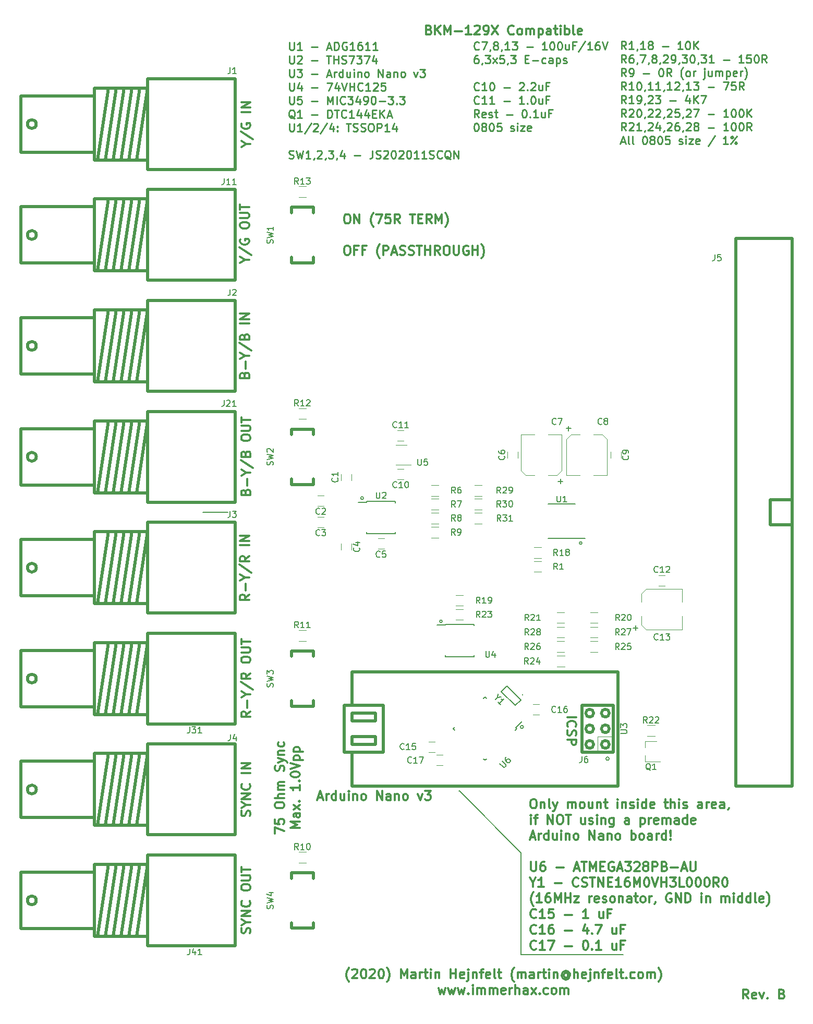
<source format=gbr>
G04 #@! TF.FileFunction,Legend,Top*
%FSLAX46Y46*%
G04 Gerber Fmt 4.6, Leading zero omitted, Abs format (unit mm)*
G04 Created by KiCad (PCBNEW 4.0.7-e2-6376~61~ubuntu18.04.1) date Wed Sep  2 21:57:33 2020*
%MOMM*%
%LPD*%
G01*
G04 APERTURE LIST*
%ADD10C,0.100000*%
%ADD11C,0.200000*%
%ADD12C,0.300000*%
%ADD13C,0.250000*%
%ADD14C,0.150000*%
%ADD15C,0.500000*%
%ADD16C,0.120000*%
G04 APERTURE END LIST*
D10*
D11*
X155511500Y-153035000D02*
G75*
G03X155511500Y-153035000I-63500J0D01*
G01*
D12*
X162691429Y-156645715D02*
X164191429Y-156645715D01*
X162834286Y-158217144D02*
X162762857Y-158145715D01*
X162691429Y-157931429D01*
X162691429Y-157788572D01*
X162762857Y-157574287D01*
X162905714Y-157431429D01*
X163048571Y-157360001D01*
X163334286Y-157288572D01*
X163548571Y-157288572D01*
X163834286Y-157360001D01*
X163977143Y-157431429D01*
X164120000Y-157574287D01*
X164191429Y-157788572D01*
X164191429Y-157931429D01*
X164120000Y-158145715D01*
X164048571Y-158217144D01*
X162762857Y-158788572D02*
X162691429Y-159002858D01*
X162691429Y-159360001D01*
X162762857Y-159502858D01*
X162834286Y-159574287D01*
X162977143Y-159645715D01*
X163120000Y-159645715D01*
X163262857Y-159574287D01*
X163334286Y-159502858D01*
X163405714Y-159360001D01*
X163477143Y-159074287D01*
X163548571Y-158931429D01*
X163620000Y-158860001D01*
X163762857Y-158788572D01*
X163905714Y-158788572D01*
X164048571Y-158860001D01*
X164120000Y-158931429D01*
X164191429Y-159074287D01*
X164191429Y-159431429D01*
X164120000Y-159645715D01*
X162691429Y-160288572D02*
X164191429Y-160288572D01*
X164191429Y-160860000D01*
X164120000Y-161002858D01*
X164048571Y-161074286D01*
X163905714Y-161145715D01*
X163691429Y-161145715D01*
X163548571Y-161074286D01*
X163477143Y-161002858D01*
X163405714Y-160860000D01*
X163405714Y-160288572D01*
D11*
X169516833Y-163390000D02*
G75*
G03X169516833Y-163390000I-266833J0D01*
G01*
X155593516Y-158250000D02*
G75*
G03X155593516Y-158250000I-243516J0D01*
G01*
X145170000Y-168640000D02*
X145080000Y-168640000D01*
X155220000Y-178690000D02*
X145170000Y-168640000D01*
X155220000Y-195220000D02*
X155220000Y-178690000D01*
X171750000Y-195220000D02*
X155220000Y-195220000D01*
D12*
X157102857Y-169948571D02*
X157388571Y-169948571D01*
X157531429Y-170020000D01*
X157674286Y-170162857D01*
X157745714Y-170448571D01*
X157745714Y-170948571D01*
X157674286Y-171234286D01*
X157531429Y-171377143D01*
X157388571Y-171448571D01*
X157102857Y-171448571D01*
X156960000Y-171377143D01*
X156817143Y-171234286D01*
X156745714Y-170948571D01*
X156745714Y-170448571D01*
X156817143Y-170162857D01*
X156960000Y-170020000D01*
X157102857Y-169948571D01*
X158388572Y-170448571D02*
X158388572Y-171448571D01*
X158388572Y-170591429D02*
X158460000Y-170520000D01*
X158602858Y-170448571D01*
X158817143Y-170448571D01*
X158960000Y-170520000D01*
X159031429Y-170662857D01*
X159031429Y-171448571D01*
X159960001Y-171448571D02*
X159817143Y-171377143D01*
X159745715Y-171234286D01*
X159745715Y-169948571D01*
X160388572Y-170448571D02*
X160745715Y-171448571D01*
X161102857Y-170448571D02*
X160745715Y-171448571D01*
X160602857Y-171805714D01*
X160531429Y-171877143D01*
X160388572Y-171948571D01*
X162817143Y-171448571D02*
X162817143Y-170448571D01*
X162817143Y-170591429D02*
X162888571Y-170520000D01*
X163031429Y-170448571D01*
X163245714Y-170448571D01*
X163388571Y-170520000D01*
X163460000Y-170662857D01*
X163460000Y-171448571D01*
X163460000Y-170662857D02*
X163531429Y-170520000D01*
X163674286Y-170448571D01*
X163888571Y-170448571D01*
X164031429Y-170520000D01*
X164102857Y-170662857D01*
X164102857Y-171448571D01*
X165031429Y-171448571D02*
X164888571Y-171377143D01*
X164817143Y-171305714D01*
X164745714Y-171162857D01*
X164745714Y-170734286D01*
X164817143Y-170591429D01*
X164888571Y-170520000D01*
X165031429Y-170448571D01*
X165245714Y-170448571D01*
X165388571Y-170520000D01*
X165460000Y-170591429D01*
X165531429Y-170734286D01*
X165531429Y-171162857D01*
X165460000Y-171305714D01*
X165388571Y-171377143D01*
X165245714Y-171448571D01*
X165031429Y-171448571D01*
X166817143Y-170448571D02*
X166817143Y-171448571D01*
X166174286Y-170448571D02*
X166174286Y-171234286D01*
X166245714Y-171377143D01*
X166388572Y-171448571D01*
X166602857Y-171448571D01*
X166745714Y-171377143D01*
X166817143Y-171305714D01*
X167531429Y-170448571D02*
X167531429Y-171448571D01*
X167531429Y-170591429D02*
X167602857Y-170520000D01*
X167745715Y-170448571D01*
X167960000Y-170448571D01*
X168102857Y-170520000D01*
X168174286Y-170662857D01*
X168174286Y-171448571D01*
X168674286Y-170448571D02*
X169245715Y-170448571D01*
X168888572Y-169948571D02*
X168888572Y-171234286D01*
X168960000Y-171377143D01*
X169102858Y-171448571D01*
X169245715Y-171448571D01*
X170888572Y-171448571D02*
X170888572Y-170448571D01*
X170888572Y-169948571D02*
X170817143Y-170020000D01*
X170888572Y-170091429D01*
X170960000Y-170020000D01*
X170888572Y-169948571D01*
X170888572Y-170091429D01*
X171602858Y-170448571D02*
X171602858Y-171448571D01*
X171602858Y-170591429D02*
X171674286Y-170520000D01*
X171817144Y-170448571D01*
X172031429Y-170448571D01*
X172174286Y-170520000D01*
X172245715Y-170662857D01*
X172245715Y-171448571D01*
X172888572Y-171377143D02*
X173031429Y-171448571D01*
X173317144Y-171448571D01*
X173460001Y-171377143D01*
X173531429Y-171234286D01*
X173531429Y-171162857D01*
X173460001Y-171020000D01*
X173317144Y-170948571D01*
X173102858Y-170948571D01*
X172960001Y-170877143D01*
X172888572Y-170734286D01*
X172888572Y-170662857D01*
X172960001Y-170520000D01*
X173102858Y-170448571D01*
X173317144Y-170448571D01*
X173460001Y-170520000D01*
X174174287Y-171448571D02*
X174174287Y-170448571D01*
X174174287Y-169948571D02*
X174102858Y-170020000D01*
X174174287Y-170091429D01*
X174245715Y-170020000D01*
X174174287Y-169948571D01*
X174174287Y-170091429D01*
X175531430Y-171448571D02*
X175531430Y-169948571D01*
X175531430Y-171377143D02*
X175388573Y-171448571D01*
X175102859Y-171448571D01*
X174960001Y-171377143D01*
X174888573Y-171305714D01*
X174817144Y-171162857D01*
X174817144Y-170734286D01*
X174888573Y-170591429D01*
X174960001Y-170520000D01*
X175102859Y-170448571D01*
X175388573Y-170448571D01*
X175531430Y-170520000D01*
X176817144Y-171377143D02*
X176674287Y-171448571D01*
X176388573Y-171448571D01*
X176245716Y-171377143D01*
X176174287Y-171234286D01*
X176174287Y-170662857D01*
X176245716Y-170520000D01*
X176388573Y-170448571D01*
X176674287Y-170448571D01*
X176817144Y-170520000D01*
X176888573Y-170662857D01*
X176888573Y-170805714D01*
X176174287Y-170948571D01*
X178460001Y-170448571D02*
X179031430Y-170448571D01*
X178674287Y-169948571D02*
X178674287Y-171234286D01*
X178745715Y-171377143D01*
X178888573Y-171448571D01*
X179031430Y-171448571D01*
X179531430Y-171448571D02*
X179531430Y-169948571D01*
X180174287Y-171448571D02*
X180174287Y-170662857D01*
X180102858Y-170520000D01*
X179960001Y-170448571D01*
X179745716Y-170448571D01*
X179602858Y-170520000D01*
X179531430Y-170591429D01*
X180888573Y-171448571D02*
X180888573Y-170448571D01*
X180888573Y-169948571D02*
X180817144Y-170020000D01*
X180888573Y-170091429D01*
X180960001Y-170020000D01*
X180888573Y-169948571D01*
X180888573Y-170091429D01*
X181531430Y-171377143D02*
X181674287Y-171448571D01*
X181960002Y-171448571D01*
X182102859Y-171377143D01*
X182174287Y-171234286D01*
X182174287Y-171162857D01*
X182102859Y-171020000D01*
X181960002Y-170948571D01*
X181745716Y-170948571D01*
X181602859Y-170877143D01*
X181531430Y-170734286D01*
X181531430Y-170662857D01*
X181602859Y-170520000D01*
X181745716Y-170448571D01*
X181960002Y-170448571D01*
X182102859Y-170520000D01*
X184602859Y-171448571D02*
X184602859Y-170662857D01*
X184531430Y-170520000D01*
X184388573Y-170448571D01*
X184102859Y-170448571D01*
X183960002Y-170520000D01*
X184602859Y-171377143D02*
X184460002Y-171448571D01*
X184102859Y-171448571D01*
X183960002Y-171377143D01*
X183888573Y-171234286D01*
X183888573Y-171091429D01*
X183960002Y-170948571D01*
X184102859Y-170877143D01*
X184460002Y-170877143D01*
X184602859Y-170805714D01*
X185317145Y-171448571D02*
X185317145Y-170448571D01*
X185317145Y-170734286D02*
X185388573Y-170591429D01*
X185460002Y-170520000D01*
X185602859Y-170448571D01*
X185745716Y-170448571D01*
X186817144Y-171377143D02*
X186674287Y-171448571D01*
X186388573Y-171448571D01*
X186245716Y-171377143D01*
X186174287Y-171234286D01*
X186174287Y-170662857D01*
X186245716Y-170520000D01*
X186388573Y-170448571D01*
X186674287Y-170448571D01*
X186817144Y-170520000D01*
X186888573Y-170662857D01*
X186888573Y-170805714D01*
X186174287Y-170948571D01*
X188174287Y-171448571D02*
X188174287Y-170662857D01*
X188102858Y-170520000D01*
X187960001Y-170448571D01*
X187674287Y-170448571D01*
X187531430Y-170520000D01*
X188174287Y-171377143D02*
X188031430Y-171448571D01*
X187674287Y-171448571D01*
X187531430Y-171377143D01*
X187460001Y-171234286D01*
X187460001Y-171091429D01*
X187531430Y-170948571D01*
X187674287Y-170877143D01*
X188031430Y-170877143D01*
X188174287Y-170805714D01*
X188960001Y-171377143D02*
X188960001Y-171448571D01*
X188888573Y-171591429D01*
X188817144Y-171662857D01*
X156817143Y-173998571D02*
X156817143Y-172998571D01*
X156817143Y-172498571D02*
X156745714Y-172570000D01*
X156817143Y-172641429D01*
X156888571Y-172570000D01*
X156817143Y-172498571D01*
X156817143Y-172641429D01*
X157317143Y-172998571D02*
X157888572Y-172998571D01*
X157531429Y-173998571D02*
X157531429Y-172712857D01*
X157602857Y-172570000D01*
X157745715Y-172498571D01*
X157888572Y-172498571D01*
X159531429Y-173998571D02*
X159531429Y-172498571D01*
X160388572Y-173998571D01*
X160388572Y-172498571D01*
X161388572Y-172498571D02*
X161674286Y-172498571D01*
X161817144Y-172570000D01*
X161960001Y-172712857D01*
X162031429Y-172998571D01*
X162031429Y-173498571D01*
X161960001Y-173784286D01*
X161817144Y-173927143D01*
X161674286Y-173998571D01*
X161388572Y-173998571D01*
X161245715Y-173927143D01*
X161102858Y-173784286D01*
X161031429Y-173498571D01*
X161031429Y-172998571D01*
X161102858Y-172712857D01*
X161245715Y-172570000D01*
X161388572Y-172498571D01*
X162460001Y-172498571D02*
X163317144Y-172498571D01*
X162888573Y-173998571D02*
X162888573Y-172498571D01*
X165602858Y-172998571D02*
X165602858Y-173998571D01*
X164960001Y-172998571D02*
X164960001Y-173784286D01*
X165031429Y-173927143D01*
X165174287Y-173998571D01*
X165388572Y-173998571D01*
X165531429Y-173927143D01*
X165602858Y-173855714D01*
X166245715Y-173927143D02*
X166388572Y-173998571D01*
X166674287Y-173998571D01*
X166817144Y-173927143D01*
X166888572Y-173784286D01*
X166888572Y-173712857D01*
X166817144Y-173570000D01*
X166674287Y-173498571D01*
X166460001Y-173498571D01*
X166317144Y-173427143D01*
X166245715Y-173284286D01*
X166245715Y-173212857D01*
X166317144Y-173070000D01*
X166460001Y-172998571D01*
X166674287Y-172998571D01*
X166817144Y-173070000D01*
X167531430Y-173998571D02*
X167531430Y-172998571D01*
X167531430Y-172498571D02*
X167460001Y-172570000D01*
X167531430Y-172641429D01*
X167602858Y-172570000D01*
X167531430Y-172498571D01*
X167531430Y-172641429D01*
X168245716Y-172998571D02*
X168245716Y-173998571D01*
X168245716Y-173141429D02*
X168317144Y-173070000D01*
X168460002Y-172998571D01*
X168674287Y-172998571D01*
X168817144Y-173070000D01*
X168888573Y-173212857D01*
X168888573Y-173998571D01*
X170245716Y-172998571D02*
X170245716Y-174212857D01*
X170174287Y-174355714D01*
X170102859Y-174427143D01*
X169960002Y-174498571D01*
X169745716Y-174498571D01*
X169602859Y-174427143D01*
X170245716Y-173927143D02*
X170102859Y-173998571D01*
X169817145Y-173998571D01*
X169674287Y-173927143D01*
X169602859Y-173855714D01*
X169531430Y-173712857D01*
X169531430Y-173284286D01*
X169602859Y-173141429D01*
X169674287Y-173070000D01*
X169817145Y-172998571D01*
X170102859Y-172998571D01*
X170245716Y-173070000D01*
X172745716Y-173998571D02*
X172745716Y-173212857D01*
X172674287Y-173070000D01*
X172531430Y-172998571D01*
X172245716Y-172998571D01*
X172102859Y-173070000D01*
X172745716Y-173927143D02*
X172602859Y-173998571D01*
X172245716Y-173998571D01*
X172102859Y-173927143D01*
X172031430Y-173784286D01*
X172031430Y-173641429D01*
X172102859Y-173498571D01*
X172245716Y-173427143D01*
X172602859Y-173427143D01*
X172745716Y-173355714D01*
X174602859Y-172998571D02*
X174602859Y-174498571D01*
X174602859Y-173070000D02*
X174745716Y-172998571D01*
X175031430Y-172998571D01*
X175174287Y-173070000D01*
X175245716Y-173141429D01*
X175317145Y-173284286D01*
X175317145Y-173712857D01*
X175245716Y-173855714D01*
X175174287Y-173927143D01*
X175031430Y-173998571D01*
X174745716Y-173998571D01*
X174602859Y-173927143D01*
X175960002Y-173998571D02*
X175960002Y-172998571D01*
X175960002Y-173284286D02*
X176031430Y-173141429D01*
X176102859Y-173070000D01*
X176245716Y-172998571D01*
X176388573Y-172998571D01*
X177460001Y-173927143D02*
X177317144Y-173998571D01*
X177031430Y-173998571D01*
X176888573Y-173927143D01*
X176817144Y-173784286D01*
X176817144Y-173212857D01*
X176888573Y-173070000D01*
X177031430Y-172998571D01*
X177317144Y-172998571D01*
X177460001Y-173070000D01*
X177531430Y-173212857D01*
X177531430Y-173355714D01*
X176817144Y-173498571D01*
X178174287Y-173998571D02*
X178174287Y-172998571D01*
X178174287Y-173141429D02*
X178245715Y-173070000D01*
X178388573Y-172998571D01*
X178602858Y-172998571D01*
X178745715Y-173070000D01*
X178817144Y-173212857D01*
X178817144Y-173998571D01*
X178817144Y-173212857D02*
X178888573Y-173070000D01*
X179031430Y-172998571D01*
X179245715Y-172998571D01*
X179388573Y-173070000D01*
X179460001Y-173212857D01*
X179460001Y-173998571D01*
X180817144Y-173998571D02*
X180817144Y-173212857D01*
X180745715Y-173070000D01*
X180602858Y-172998571D01*
X180317144Y-172998571D01*
X180174287Y-173070000D01*
X180817144Y-173927143D02*
X180674287Y-173998571D01*
X180317144Y-173998571D01*
X180174287Y-173927143D01*
X180102858Y-173784286D01*
X180102858Y-173641429D01*
X180174287Y-173498571D01*
X180317144Y-173427143D01*
X180674287Y-173427143D01*
X180817144Y-173355714D01*
X182174287Y-173998571D02*
X182174287Y-172498571D01*
X182174287Y-173927143D02*
X182031430Y-173998571D01*
X181745716Y-173998571D01*
X181602858Y-173927143D01*
X181531430Y-173855714D01*
X181460001Y-173712857D01*
X181460001Y-173284286D01*
X181531430Y-173141429D01*
X181602858Y-173070000D01*
X181745716Y-172998571D01*
X182031430Y-172998571D01*
X182174287Y-173070000D01*
X183460001Y-173927143D02*
X183317144Y-173998571D01*
X183031430Y-173998571D01*
X182888573Y-173927143D01*
X182817144Y-173784286D01*
X182817144Y-173212857D01*
X182888573Y-173070000D01*
X183031430Y-172998571D01*
X183317144Y-172998571D01*
X183460001Y-173070000D01*
X183531430Y-173212857D01*
X183531430Y-173355714D01*
X182817144Y-173498571D01*
X156745714Y-176120000D02*
X157460000Y-176120000D01*
X156602857Y-176548571D02*
X157102857Y-175048571D01*
X157602857Y-176548571D01*
X158102857Y-176548571D02*
X158102857Y-175548571D01*
X158102857Y-175834286D02*
X158174285Y-175691429D01*
X158245714Y-175620000D01*
X158388571Y-175548571D01*
X158531428Y-175548571D01*
X159674285Y-176548571D02*
X159674285Y-175048571D01*
X159674285Y-176477143D02*
X159531428Y-176548571D01*
X159245714Y-176548571D01*
X159102856Y-176477143D01*
X159031428Y-176405714D01*
X158959999Y-176262857D01*
X158959999Y-175834286D01*
X159031428Y-175691429D01*
X159102856Y-175620000D01*
X159245714Y-175548571D01*
X159531428Y-175548571D01*
X159674285Y-175620000D01*
X161031428Y-175548571D02*
X161031428Y-176548571D01*
X160388571Y-175548571D02*
X160388571Y-176334286D01*
X160459999Y-176477143D01*
X160602857Y-176548571D01*
X160817142Y-176548571D01*
X160959999Y-176477143D01*
X161031428Y-176405714D01*
X161745714Y-176548571D02*
X161745714Y-175548571D01*
X161745714Y-175048571D02*
X161674285Y-175120000D01*
X161745714Y-175191429D01*
X161817142Y-175120000D01*
X161745714Y-175048571D01*
X161745714Y-175191429D01*
X162460000Y-175548571D02*
X162460000Y-176548571D01*
X162460000Y-175691429D02*
X162531428Y-175620000D01*
X162674286Y-175548571D01*
X162888571Y-175548571D01*
X163031428Y-175620000D01*
X163102857Y-175762857D01*
X163102857Y-176548571D01*
X164031429Y-176548571D02*
X163888571Y-176477143D01*
X163817143Y-176405714D01*
X163745714Y-176262857D01*
X163745714Y-175834286D01*
X163817143Y-175691429D01*
X163888571Y-175620000D01*
X164031429Y-175548571D01*
X164245714Y-175548571D01*
X164388571Y-175620000D01*
X164460000Y-175691429D01*
X164531429Y-175834286D01*
X164531429Y-176262857D01*
X164460000Y-176405714D01*
X164388571Y-176477143D01*
X164245714Y-176548571D01*
X164031429Y-176548571D01*
X166317143Y-176548571D02*
X166317143Y-175048571D01*
X167174286Y-176548571D01*
X167174286Y-175048571D01*
X168531429Y-176548571D02*
X168531429Y-175762857D01*
X168460000Y-175620000D01*
X168317143Y-175548571D01*
X168031429Y-175548571D01*
X167888572Y-175620000D01*
X168531429Y-176477143D02*
X168388572Y-176548571D01*
X168031429Y-176548571D01*
X167888572Y-176477143D01*
X167817143Y-176334286D01*
X167817143Y-176191429D01*
X167888572Y-176048571D01*
X168031429Y-175977143D01*
X168388572Y-175977143D01*
X168531429Y-175905714D01*
X169245715Y-175548571D02*
X169245715Y-176548571D01*
X169245715Y-175691429D02*
X169317143Y-175620000D01*
X169460001Y-175548571D01*
X169674286Y-175548571D01*
X169817143Y-175620000D01*
X169888572Y-175762857D01*
X169888572Y-176548571D01*
X170817144Y-176548571D02*
X170674286Y-176477143D01*
X170602858Y-176405714D01*
X170531429Y-176262857D01*
X170531429Y-175834286D01*
X170602858Y-175691429D01*
X170674286Y-175620000D01*
X170817144Y-175548571D01*
X171031429Y-175548571D01*
X171174286Y-175620000D01*
X171245715Y-175691429D01*
X171317144Y-175834286D01*
X171317144Y-176262857D01*
X171245715Y-176405714D01*
X171174286Y-176477143D01*
X171031429Y-176548571D01*
X170817144Y-176548571D01*
X173102858Y-176548571D02*
X173102858Y-175048571D01*
X173102858Y-175620000D02*
X173245715Y-175548571D01*
X173531429Y-175548571D01*
X173674286Y-175620000D01*
X173745715Y-175691429D01*
X173817144Y-175834286D01*
X173817144Y-176262857D01*
X173745715Y-176405714D01*
X173674286Y-176477143D01*
X173531429Y-176548571D01*
X173245715Y-176548571D01*
X173102858Y-176477143D01*
X174674287Y-176548571D02*
X174531429Y-176477143D01*
X174460001Y-176405714D01*
X174388572Y-176262857D01*
X174388572Y-175834286D01*
X174460001Y-175691429D01*
X174531429Y-175620000D01*
X174674287Y-175548571D01*
X174888572Y-175548571D01*
X175031429Y-175620000D01*
X175102858Y-175691429D01*
X175174287Y-175834286D01*
X175174287Y-176262857D01*
X175102858Y-176405714D01*
X175031429Y-176477143D01*
X174888572Y-176548571D01*
X174674287Y-176548571D01*
X176460001Y-176548571D02*
X176460001Y-175762857D01*
X176388572Y-175620000D01*
X176245715Y-175548571D01*
X175960001Y-175548571D01*
X175817144Y-175620000D01*
X176460001Y-176477143D02*
X176317144Y-176548571D01*
X175960001Y-176548571D01*
X175817144Y-176477143D01*
X175745715Y-176334286D01*
X175745715Y-176191429D01*
X175817144Y-176048571D01*
X175960001Y-175977143D01*
X176317144Y-175977143D01*
X176460001Y-175905714D01*
X177174287Y-176548571D02*
X177174287Y-175548571D01*
X177174287Y-175834286D02*
X177245715Y-175691429D01*
X177317144Y-175620000D01*
X177460001Y-175548571D01*
X177602858Y-175548571D01*
X178745715Y-176548571D02*
X178745715Y-175048571D01*
X178745715Y-176477143D02*
X178602858Y-176548571D01*
X178317144Y-176548571D01*
X178174286Y-176477143D01*
X178102858Y-176405714D01*
X178031429Y-176262857D01*
X178031429Y-175834286D01*
X178102858Y-175691429D01*
X178174286Y-175620000D01*
X178317144Y-175548571D01*
X178602858Y-175548571D01*
X178745715Y-175620000D01*
X179460001Y-176405714D02*
X179531429Y-176477143D01*
X179460001Y-176548571D01*
X179388572Y-176477143D01*
X179460001Y-176405714D01*
X179460001Y-176548571D01*
X179460001Y-175977143D02*
X179388572Y-175120000D01*
X179460001Y-175048571D01*
X179531429Y-175120000D01*
X179460001Y-175977143D01*
X179460001Y-175048571D01*
X156817143Y-180148571D02*
X156817143Y-181362857D01*
X156888571Y-181505714D01*
X156960000Y-181577143D01*
X157102857Y-181648571D01*
X157388571Y-181648571D01*
X157531429Y-181577143D01*
X157602857Y-181505714D01*
X157674286Y-181362857D01*
X157674286Y-180148571D01*
X159031429Y-180148571D02*
X158745715Y-180148571D01*
X158602858Y-180220000D01*
X158531429Y-180291429D01*
X158388572Y-180505714D01*
X158317143Y-180791429D01*
X158317143Y-181362857D01*
X158388572Y-181505714D01*
X158460000Y-181577143D01*
X158602858Y-181648571D01*
X158888572Y-181648571D01*
X159031429Y-181577143D01*
X159102858Y-181505714D01*
X159174286Y-181362857D01*
X159174286Y-181005714D01*
X159102858Y-180862857D01*
X159031429Y-180791429D01*
X158888572Y-180720000D01*
X158602858Y-180720000D01*
X158460000Y-180791429D01*
X158388572Y-180862857D01*
X158317143Y-181005714D01*
X160960000Y-181077143D02*
X162102857Y-181077143D01*
X163888571Y-181220000D02*
X164602857Y-181220000D01*
X163745714Y-181648571D02*
X164245714Y-180148571D01*
X164745714Y-181648571D01*
X165031428Y-180148571D02*
X165888571Y-180148571D01*
X165460000Y-181648571D02*
X165460000Y-180148571D01*
X166388571Y-181648571D02*
X166388571Y-180148571D01*
X166888571Y-181220000D01*
X167388571Y-180148571D01*
X167388571Y-181648571D01*
X168102857Y-180862857D02*
X168602857Y-180862857D01*
X168817143Y-181648571D02*
X168102857Y-181648571D01*
X168102857Y-180148571D01*
X168817143Y-180148571D01*
X170245714Y-180220000D02*
X170102857Y-180148571D01*
X169888571Y-180148571D01*
X169674286Y-180220000D01*
X169531428Y-180362857D01*
X169460000Y-180505714D01*
X169388571Y-180791429D01*
X169388571Y-181005714D01*
X169460000Y-181291429D01*
X169531428Y-181434286D01*
X169674286Y-181577143D01*
X169888571Y-181648571D01*
X170031428Y-181648571D01*
X170245714Y-181577143D01*
X170317143Y-181505714D01*
X170317143Y-181005714D01*
X170031428Y-181005714D01*
X170888571Y-181220000D02*
X171602857Y-181220000D01*
X170745714Y-181648571D02*
X171245714Y-180148571D01*
X171745714Y-181648571D01*
X172102857Y-180148571D02*
X173031428Y-180148571D01*
X172531428Y-180720000D01*
X172745714Y-180720000D01*
X172888571Y-180791429D01*
X172960000Y-180862857D01*
X173031428Y-181005714D01*
X173031428Y-181362857D01*
X172960000Y-181505714D01*
X172888571Y-181577143D01*
X172745714Y-181648571D01*
X172317142Y-181648571D01*
X172174285Y-181577143D01*
X172102857Y-181505714D01*
X173602856Y-180291429D02*
X173674285Y-180220000D01*
X173817142Y-180148571D01*
X174174285Y-180148571D01*
X174317142Y-180220000D01*
X174388571Y-180291429D01*
X174459999Y-180434286D01*
X174459999Y-180577143D01*
X174388571Y-180791429D01*
X173531428Y-181648571D01*
X174459999Y-181648571D01*
X175317142Y-180791429D02*
X175174284Y-180720000D01*
X175102856Y-180648571D01*
X175031427Y-180505714D01*
X175031427Y-180434286D01*
X175102856Y-180291429D01*
X175174284Y-180220000D01*
X175317142Y-180148571D01*
X175602856Y-180148571D01*
X175745713Y-180220000D01*
X175817142Y-180291429D01*
X175888570Y-180434286D01*
X175888570Y-180505714D01*
X175817142Y-180648571D01*
X175745713Y-180720000D01*
X175602856Y-180791429D01*
X175317142Y-180791429D01*
X175174284Y-180862857D01*
X175102856Y-180934286D01*
X175031427Y-181077143D01*
X175031427Y-181362857D01*
X175102856Y-181505714D01*
X175174284Y-181577143D01*
X175317142Y-181648571D01*
X175602856Y-181648571D01*
X175745713Y-181577143D01*
X175817142Y-181505714D01*
X175888570Y-181362857D01*
X175888570Y-181077143D01*
X175817142Y-180934286D01*
X175745713Y-180862857D01*
X175602856Y-180791429D01*
X176531427Y-181648571D02*
X176531427Y-180148571D01*
X177102855Y-180148571D01*
X177245713Y-180220000D01*
X177317141Y-180291429D01*
X177388570Y-180434286D01*
X177388570Y-180648571D01*
X177317141Y-180791429D01*
X177245713Y-180862857D01*
X177102855Y-180934286D01*
X176531427Y-180934286D01*
X178531427Y-180862857D02*
X178745713Y-180934286D01*
X178817141Y-181005714D01*
X178888570Y-181148571D01*
X178888570Y-181362857D01*
X178817141Y-181505714D01*
X178745713Y-181577143D01*
X178602855Y-181648571D01*
X178031427Y-181648571D01*
X178031427Y-180148571D01*
X178531427Y-180148571D01*
X178674284Y-180220000D01*
X178745713Y-180291429D01*
X178817141Y-180434286D01*
X178817141Y-180577143D01*
X178745713Y-180720000D01*
X178674284Y-180791429D01*
X178531427Y-180862857D01*
X178031427Y-180862857D01*
X179531427Y-181077143D02*
X180674284Y-181077143D01*
X181317141Y-181220000D02*
X182031427Y-181220000D01*
X181174284Y-181648571D02*
X181674284Y-180148571D01*
X182174284Y-181648571D01*
X182674284Y-180148571D02*
X182674284Y-181362857D01*
X182745712Y-181505714D01*
X182817141Y-181577143D01*
X182959998Y-181648571D01*
X183245712Y-181648571D01*
X183388570Y-181577143D01*
X183459998Y-181505714D01*
X183531427Y-181362857D01*
X183531427Y-180148571D01*
X157102857Y-183484286D02*
X157102857Y-184198571D01*
X156602857Y-182698571D02*
X157102857Y-183484286D01*
X157602857Y-182698571D01*
X158888571Y-184198571D02*
X158031428Y-184198571D01*
X158460000Y-184198571D02*
X158460000Y-182698571D01*
X158317143Y-182912857D01*
X158174285Y-183055714D01*
X158031428Y-183127143D01*
X160674285Y-183627143D02*
X161817142Y-183627143D01*
X164531428Y-184055714D02*
X164459999Y-184127143D01*
X164245713Y-184198571D01*
X164102856Y-184198571D01*
X163888571Y-184127143D01*
X163745713Y-183984286D01*
X163674285Y-183841429D01*
X163602856Y-183555714D01*
X163602856Y-183341429D01*
X163674285Y-183055714D01*
X163745713Y-182912857D01*
X163888571Y-182770000D01*
X164102856Y-182698571D01*
X164245713Y-182698571D01*
X164459999Y-182770000D01*
X164531428Y-182841429D01*
X165102856Y-184127143D02*
X165317142Y-184198571D01*
X165674285Y-184198571D01*
X165817142Y-184127143D01*
X165888571Y-184055714D01*
X165959999Y-183912857D01*
X165959999Y-183770000D01*
X165888571Y-183627143D01*
X165817142Y-183555714D01*
X165674285Y-183484286D01*
X165388571Y-183412857D01*
X165245713Y-183341429D01*
X165174285Y-183270000D01*
X165102856Y-183127143D01*
X165102856Y-182984286D01*
X165174285Y-182841429D01*
X165245713Y-182770000D01*
X165388571Y-182698571D01*
X165745713Y-182698571D01*
X165959999Y-182770000D01*
X166388570Y-182698571D02*
X167245713Y-182698571D01*
X166817142Y-184198571D02*
X166817142Y-182698571D01*
X167745713Y-184198571D02*
X167745713Y-182698571D01*
X168602856Y-184198571D01*
X168602856Y-182698571D01*
X169317142Y-183412857D02*
X169817142Y-183412857D01*
X170031428Y-184198571D02*
X169317142Y-184198571D01*
X169317142Y-182698571D01*
X170031428Y-182698571D01*
X171459999Y-184198571D02*
X170602856Y-184198571D01*
X171031428Y-184198571D02*
X171031428Y-182698571D01*
X170888571Y-182912857D01*
X170745713Y-183055714D01*
X170602856Y-183127143D01*
X172745713Y-182698571D02*
X172459999Y-182698571D01*
X172317142Y-182770000D01*
X172245713Y-182841429D01*
X172102856Y-183055714D01*
X172031427Y-183341429D01*
X172031427Y-183912857D01*
X172102856Y-184055714D01*
X172174284Y-184127143D01*
X172317142Y-184198571D01*
X172602856Y-184198571D01*
X172745713Y-184127143D01*
X172817142Y-184055714D01*
X172888570Y-183912857D01*
X172888570Y-183555714D01*
X172817142Y-183412857D01*
X172745713Y-183341429D01*
X172602856Y-183270000D01*
X172317142Y-183270000D01*
X172174284Y-183341429D01*
X172102856Y-183412857D01*
X172031427Y-183555714D01*
X173531427Y-184198571D02*
X173531427Y-182698571D01*
X174031427Y-183770000D01*
X174531427Y-182698571D01*
X174531427Y-184198571D01*
X175531427Y-182698571D02*
X175674284Y-182698571D01*
X175817141Y-182770000D01*
X175888570Y-182841429D01*
X175959999Y-182984286D01*
X176031427Y-183270000D01*
X176031427Y-183627143D01*
X175959999Y-183912857D01*
X175888570Y-184055714D01*
X175817141Y-184127143D01*
X175674284Y-184198571D01*
X175531427Y-184198571D01*
X175388570Y-184127143D01*
X175317141Y-184055714D01*
X175245713Y-183912857D01*
X175174284Y-183627143D01*
X175174284Y-183270000D01*
X175245713Y-182984286D01*
X175317141Y-182841429D01*
X175388570Y-182770000D01*
X175531427Y-182698571D01*
X176459998Y-182698571D02*
X176959998Y-184198571D01*
X177459998Y-182698571D01*
X177959998Y-184198571D02*
X177959998Y-182698571D01*
X177959998Y-183412857D02*
X178817141Y-183412857D01*
X178817141Y-184198571D02*
X178817141Y-182698571D01*
X179388570Y-182698571D02*
X180317141Y-182698571D01*
X179817141Y-183270000D01*
X180031427Y-183270000D01*
X180174284Y-183341429D01*
X180245713Y-183412857D01*
X180317141Y-183555714D01*
X180317141Y-183912857D01*
X180245713Y-184055714D01*
X180174284Y-184127143D01*
X180031427Y-184198571D01*
X179602855Y-184198571D01*
X179459998Y-184127143D01*
X179388570Y-184055714D01*
X181674284Y-184198571D02*
X180959998Y-184198571D01*
X180959998Y-182698571D01*
X182459998Y-182698571D02*
X182602855Y-182698571D01*
X182745712Y-182770000D01*
X182817141Y-182841429D01*
X182888570Y-182984286D01*
X182959998Y-183270000D01*
X182959998Y-183627143D01*
X182888570Y-183912857D01*
X182817141Y-184055714D01*
X182745712Y-184127143D01*
X182602855Y-184198571D01*
X182459998Y-184198571D01*
X182317141Y-184127143D01*
X182245712Y-184055714D01*
X182174284Y-183912857D01*
X182102855Y-183627143D01*
X182102855Y-183270000D01*
X182174284Y-182984286D01*
X182245712Y-182841429D01*
X182317141Y-182770000D01*
X182459998Y-182698571D01*
X183888569Y-182698571D02*
X184031426Y-182698571D01*
X184174283Y-182770000D01*
X184245712Y-182841429D01*
X184317141Y-182984286D01*
X184388569Y-183270000D01*
X184388569Y-183627143D01*
X184317141Y-183912857D01*
X184245712Y-184055714D01*
X184174283Y-184127143D01*
X184031426Y-184198571D01*
X183888569Y-184198571D01*
X183745712Y-184127143D01*
X183674283Y-184055714D01*
X183602855Y-183912857D01*
X183531426Y-183627143D01*
X183531426Y-183270000D01*
X183602855Y-182984286D01*
X183674283Y-182841429D01*
X183745712Y-182770000D01*
X183888569Y-182698571D01*
X185317140Y-182698571D02*
X185459997Y-182698571D01*
X185602854Y-182770000D01*
X185674283Y-182841429D01*
X185745712Y-182984286D01*
X185817140Y-183270000D01*
X185817140Y-183627143D01*
X185745712Y-183912857D01*
X185674283Y-184055714D01*
X185602854Y-184127143D01*
X185459997Y-184198571D01*
X185317140Y-184198571D01*
X185174283Y-184127143D01*
X185102854Y-184055714D01*
X185031426Y-183912857D01*
X184959997Y-183627143D01*
X184959997Y-183270000D01*
X185031426Y-182984286D01*
X185102854Y-182841429D01*
X185174283Y-182770000D01*
X185317140Y-182698571D01*
X187317140Y-184198571D02*
X186817140Y-183484286D01*
X186459997Y-184198571D02*
X186459997Y-182698571D01*
X187031425Y-182698571D01*
X187174283Y-182770000D01*
X187245711Y-182841429D01*
X187317140Y-182984286D01*
X187317140Y-183198571D01*
X187245711Y-183341429D01*
X187174283Y-183412857D01*
X187031425Y-183484286D01*
X186459997Y-183484286D01*
X188245711Y-182698571D02*
X188388568Y-182698571D01*
X188531425Y-182770000D01*
X188602854Y-182841429D01*
X188674283Y-182984286D01*
X188745711Y-183270000D01*
X188745711Y-183627143D01*
X188674283Y-183912857D01*
X188602854Y-184055714D01*
X188531425Y-184127143D01*
X188388568Y-184198571D01*
X188245711Y-184198571D01*
X188102854Y-184127143D01*
X188031425Y-184055714D01*
X187959997Y-183912857D01*
X187888568Y-183627143D01*
X187888568Y-183270000D01*
X187959997Y-182984286D01*
X188031425Y-182841429D01*
X188102854Y-182770000D01*
X188245711Y-182698571D01*
X157245714Y-187320000D02*
X157174286Y-187248571D01*
X157031429Y-187034286D01*
X156960000Y-186891429D01*
X156888571Y-186677143D01*
X156817143Y-186320000D01*
X156817143Y-186034286D01*
X156888571Y-185677143D01*
X156960000Y-185462857D01*
X157031429Y-185320000D01*
X157174286Y-185105714D01*
X157245714Y-185034286D01*
X158602857Y-186748571D02*
X157745714Y-186748571D01*
X158174286Y-186748571D02*
X158174286Y-185248571D01*
X158031429Y-185462857D01*
X157888571Y-185605714D01*
X157745714Y-185677143D01*
X159888571Y-185248571D02*
X159602857Y-185248571D01*
X159460000Y-185320000D01*
X159388571Y-185391429D01*
X159245714Y-185605714D01*
X159174285Y-185891429D01*
X159174285Y-186462857D01*
X159245714Y-186605714D01*
X159317142Y-186677143D01*
X159460000Y-186748571D01*
X159745714Y-186748571D01*
X159888571Y-186677143D01*
X159960000Y-186605714D01*
X160031428Y-186462857D01*
X160031428Y-186105714D01*
X159960000Y-185962857D01*
X159888571Y-185891429D01*
X159745714Y-185820000D01*
X159460000Y-185820000D01*
X159317142Y-185891429D01*
X159245714Y-185962857D01*
X159174285Y-186105714D01*
X160674285Y-186748571D02*
X160674285Y-185248571D01*
X161174285Y-186320000D01*
X161674285Y-185248571D01*
X161674285Y-186748571D01*
X162388571Y-186748571D02*
X162388571Y-185248571D01*
X162388571Y-185962857D02*
X163245714Y-185962857D01*
X163245714Y-186748571D02*
X163245714Y-185248571D01*
X163817143Y-185748571D02*
X164602857Y-185748571D01*
X163817143Y-186748571D01*
X164602857Y-186748571D01*
X166317143Y-186748571D02*
X166317143Y-185748571D01*
X166317143Y-186034286D02*
X166388571Y-185891429D01*
X166460000Y-185820000D01*
X166602857Y-185748571D01*
X166745714Y-185748571D01*
X167817142Y-186677143D02*
X167674285Y-186748571D01*
X167388571Y-186748571D01*
X167245714Y-186677143D01*
X167174285Y-186534286D01*
X167174285Y-185962857D01*
X167245714Y-185820000D01*
X167388571Y-185748571D01*
X167674285Y-185748571D01*
X167817142Y-185820000D01*
X167888571Y-185962857D01*
X167888571Y-186105714D01*
X167174285Y-186248571D01*
X168459999Y-186677143D02*
X168602856Y-186748571D01*
X168888571Y-186748571D01*
X169031428Y-186677143D01*
X169102856Y-186534286D01*
X169102856Y-186462857D01*
X169031428Y-186320000D01*
X168888571Y-186248571D01*
X168674285Y-186248571D01*
X168531428Y-186177143D01*
X168459999Y-186034286D01*
X168459999Y-185962857D01*
X168531428Y-185820000D01*
X168674285Y-185748571D01*
X168888571Y-185748571D01*
X169031428Y-185820000D01*
X169960000Y-186748571D02*
X169817142Y-186677143D01*
X169745714Y-186605714D01*
X169674285Y-186462857D01*
X169674285Y-186034286D01*
X169745714Y-185891429D01*
X169817142Y-185820000D01*
X169960000Y-185748571D01*
X170174285Y-185748571D01*
X170317142Y-185820000D01*
X170388571Y-185891429D01*
X170460000Y-186034286D01*
X170460000Y-186462857D01*
X170388571Y-186605714D01*
X170317142Y-186677143D01*
X170174285Y-186748571D01*
X169960000Y-186748571D01*
X171102857Y-185748571D02*
X171102857Y-186748571D01*
X171102857Y-185891429D02*
X171174285Y-185820000D01*
X171317143Y-185748571D01*
X171531428Y-185748571D01*
X171674285Y-185820000D01*
X171745714Y-185962857D01*
X171745714Y-186748571D01*
X173102857Y-186748571D02*
X173102857Y-185962857D01*
X173031428Y-185820000D01*
X172888571Y-185748571D01*
X172602857Y-185748571D01*
X172460000Y-185820000D01*
X173102857Y-186677143D02*
X172960000Y-186748571D01*
X172602857Y-186748571D01*
X172460000Y-186677143D01*
X172388571Y-186534286D01*
X172388571Y-186391429D01*
X172460000Y-186248571D01*
X172602857Y-186177143D01*
X172960000Y-186177143D01*
X173102857Y-186105714D01*
X173602857Y-185748571D02*
X174174286Y-185748571D01*
X173817143Y-185248571D02*
X173817143Y-186534286D01*
X173888571Y-186677143D01*
X174031429Y-186748571D01*
X174174286Y-186748571D01*
X174888572Y-186748571D02*
X174745714Y-186677143D01*
X174674286Y-186605714D01*
X174602857Y-186462857D01*
X174602857Y-186034286D01*
X174674286Y-185891429D01*
X174745714Y-185820000D01*
X174888572Y-185748571D01*
X175102857Y-185748571D01*
X175245714Y-185820000D01*
X175317143Y-185891429D01*
X175388572Y-186034286D01*
X175388572Y-186462857D01*
X175317143Y-186605714D01*
X175245714Y-186677143D01*
X175102857Y-186748571D01*
X174888572Y-186748571D01*
X176031429Y-186748571D02*
X176031429Y-185748571D01*
X176031429Y-186034286D02*
X176102857Y-185891429D01*
X176174286Y-185820000D01*
X176317143Y-185748571D01*
X176460000Y-185748571D01*
X177031428Y-186677143D02*
X177031428Y-186748571D01*
X176960000Y-186891429D01*
X176888571Y-186962857D01*
X179602857Y-185320000D02*
X179460000Y-185248571D01*
X179245714Y-185248571D01*
X179031429Y-185320000D01*
X178888571Y-185462857D01*
X178817143Y-185605714D01*
X178745714Y-185891429D01*
X178745714Y-186105714D01*
X178817143Y-186391429D01*
X178888571Y-186534286D01*
X179031429Y-186677143D01*
X179245714Y-186748571D01*
X179388571Y-186748571D01*
X179602857Y-186677143D01*
X179674286Y-186605714D01*
X179674286Y-186105714D01*
X179388571Y-186105714D01*
X180317143Y-186748571D02*
X180317143Y-185248571D01*
X181174286Y-186748571D01*
X181174286Y-185248571D01*
X181888572Y-186748571D02*
X181888572Y-185248571D01*
X182245715Y-185248571D01*
X182460000Y-185320000D01*
X182602858Y-185462857D01*
X182674286Y-185605714D01*
X182745715Y-185891429D01*
X182745715Y-186105714D01*
X182674286Y-186391429D01*
X182602858Y-186534286D01*
X182460000Y-186677143D01*
X182245715Y-186748571D01*
X181888572Y-186748571D01*
X184531429Y-186748571D02*
X184531429Y-185748571D01*
X184531429Y-185248571D02*
X184460000Y-185320000D01*
X184531429Y-185391429D01*
X184602857Y-185320000D01*
X184531429Y-185248571D01*
X184531429Y-185391429D01*
X185245715Y-185748571D02*
X185245715Y-186748571D01*
X185245715Y-185891429D02*
X185317143Y-185820000D01*
X185460001Y-185748571D01*
X185674286Y-185748571D01*
X185817143Y-185820000D01*
X185888572Y-185962857D01*
X185888572Y-186748571D01*
X187745715Y-186748571D02*
X187745715Y-185748571D01*
X187745715Y-185891429D02*
X187817143Y-185820000D01*
X187960001Y-185748571D01*
X188174286Y-185748571D01*
X188317143Y-185820000D01*
X188388572Y-185962857D01*
X188388572Y-186748571D01*
X188388572Y-185962857D02*
X188460001Y-185820000D01*
X188602858Y-185748571D01*
X188817143Y-185748571D01*
X188960001Y-185820000D01*
X189031429Y-185962857D01*
X189031429Y-186748571D01*
X189745715Y-186748571D02*
X189745715Y-185748571D01*
X189745715Y-185248571D02*
X189674286Y-185320000D01*
X189745715Y-185391429D01*
X189817143Y-185320000D01*
X189745715Y-185248571D01*
X189745715Y-185391429D01*
X191102858Y-186748571D02*
X191102858Y-185248571D01*
X191102858Y-186677143D02*
X190960001Y-186748571D01*
X190674287Y-186748571D01*
X190531429Y-186677143D01*
X190460001Y-186605714D01*
X190388572Y-186462857D01*
X190388572Y-186034286D01*
X190460001Y-185891429D01*
X190531429Y-185820000D01*
X190674287Y-185748571D01*
X190960001Y-185748571D01*
X191102858Y-185820000D01*
X192460001Y-186748571D02*
X192460001Y-185248571D01*
X192460001Y-186677143D02*
X192317144Y-186748571D01*
X192031430Y-186748571D01*
X191888572Y-186677143D01*
X191817144Y-186605714D01*
X191745715Y-186462857D01*
X191745715Y-186034286D01*
X191817144Y-185891429D01*
X191888572Y-185820000D01*
X192031430Y-185748571D01*
X192317144Y-185748571D01*
X192460001Y-185820000D01*
X193388573Y-186748571D02*
X193245715Y-186677143D01*
X193174287Y-186534286D01*
X193174287Y-185248571D01*
X194531429Y-186677143D02*
X194388572Y-186748571D01*
X194102858Y-186748571D01*
X193960001Y-186677143D01*
X193888572Y-186534286D01*
X193888572Y-185962857D01*
X193960001Y-185820000D01*
X194102858Y-185748571D01*
X194388572Y-185748571D01*
X194531429Y-185820000D01*
X194602858Y-185962857D01*
X194602858Y-186105714D01*
X193888572Y-186248571D01*
X195102858Y-187320000D02*
X195174286Y-187248571D01*
X195317143Y-187034286D01*
X195388572Y-186891429D01*
X195460001Y-186677143D01*
X195531429Y-186320000D01*
X195531429Y-186034286D01*
X195460001Y-185677143D01*
X195388572Y-185462857D01*
X195317143Y-185320000D01*
X195174286Y-185105714D01*
X195102858Y-185034286D01*
X157674286Y-189155714D02*
X157602857Y-189227143D01*
X157388571Y-189298571D01*
X157245714Y-189298571D01*
X157031429Y-189227143D01*
X156888571Y-189084286D01*
X156817143Y-188941429D01*
X156745714Y-188655714D01*
X156745714Y-188441429D01*
X156817143Y-188155714D01*
X156888571Y-188012857D01*
X157031429Y-187870000D01*
X157245714Y-187798571D01*
X157388571Y-187798571D01*
X157602857Y-187870000D01*
X157674286Y-187941429D01*
X159102857Y-189298571D02*
X158245714Y-189298571D01*
X158674286Y-189298571D02*
X158674286Y-187798571D01*
X158531429Y-188012857D01*
X158388571Y-188155714D01*
X158245714Y-188227143D01*
X160460000Y-187798571D02*
X159745714Y-187798571D01*
X159674285Y-188512857D01*
X159745714Y-188441429D01*
X159888571Y-188370000D01*
X160245714Y-188370000D01*
X160388571Y-188441429D01*
X160460000Y-188512857D01*
X160531428Y-188655714D01*
X160531428Y-189012857D01*
X160460000Y-189155714D01*
X160388571Y-189227143D01*
X160245714Y-189298571D01*
X159888571Y-189298571D01*
X159745714Y-189227143D01*
X159674285Y-189155714D01*
X162317142Y-188727143D02*
X163459999Y-188727143D01*
X166102856Y-189298571D02*
X165245713Y-189298571D01*
X165674285Y-189298571D02*
X165674285Y-187798571D01*
X165531428Y-188012857D01*
X165388570Y-188155714D01*
X165245713Y-188227143D01*
X168531427Y-188298571D02*
X168531427Y-189298571D01*
X167888570Y-188298571D02*
X167888570Y-189084286D01*
X167959998Y-189227143D01*
X168102856Y-189298571D01*
X168317141Y-189298571D01*
X168459998Y-189227143D01*
X168531427Y-189155714D01*
X169745713Y-188512857D02*
X169245713Y-188512857D01*
X169245713Y-189298571D02*
X169245713Y-187798571D01*
X169959999Y-187798571D01*
X157674286Y-191705714D02*
X157602857Y-191777143D01*
X157388571Y-191848571D01*
X157245714Y-191848571D01*
X157031429Y-191777143D01*
X156888571Y-191634286D01*
X156817143Y-191491429D01*
X156745714Y-191205714D01*
X156745714Y-190991429D01*
X156817143Y-190705714D01*
X156888571Y-190562857D01*
X157031429Y-190420000D01*
X157245714Y-190348571D01*
X157388571Y-190348571D01*
X157602857Y-190420000D01*
X157674286Y-190491429D01*
X159102857Y-191848571D02*
X158245714Y-191848571D01*
X158674286Y-191848571D02*
X158674286Y-190348571D01*
X158531429Y-190562857D01*
X158388571Y-190705714D01*
X158245714Y-190777143D01*
X160388571Y-190348571D02*
X160102857Y-190348571D01*
X159960000Y-190420000D01*
X159888571Y-190491429D01*
X159745714Y-190705714D01*
X159674285Y-190991429D01*
X159674285Y-191562857D01*
X159745714Y-191705714D01*
X159817142Y-191777143D01*
X159960000Y-191848571D01*
X160245714Y-191848571D01*
X160388571Y-191777143D01*
X160460000Y-191705714D01*
X160531428Y-191562857D01*
X160531428Y-191205714D01*
X160460000Y-191062857D01*
X160388571Y-190991429D01*
X160245714Y-190920000D01*
X159960000Y-190920000D01*
X159817142Y-190991429D01*
X159745714Y-191062857D01*
X159674285Y-191205714D01*
X162317142Y-191277143D02*
X163459999Y-191277143D01*
X165959999Y-190848571D02*
X165959999Y-191848571D01*
X165602856Y-190277143D02*
X165245713Y-191348571D01*
X166174285Y-191348571D01*
X166745713Y-191705714D02*
X166817141Y-191777143D01*
X166745713Y-191848571D01*
X166674284Y-191777143D01*
X166745713Y-191705714D01*
X166745713Y-191848571D01*
X167317142Y-190348571D02*
X168317142Y-190348571D01*
X167674285Y-191848571D01*
X170674284Y-190848571D02*
X170674284Y-191848571D01*
X170031427Y-190848571D02*
X170031427Y-191634286D01*
X170102855Y-191777143D01*
X170245713Y-191848571D01*
X170459998Y-191848571D01*
X170602855Y-191777143D01*
X170674284Y-191705714D01*
X171888570Y-191062857D02*
X171388570Y-191062857D01*
X171388570Y-191848571D02*
X171388570Y-190348571D01*
X172102856Y-190348571D01*
X157674286Y-194255714D02*
X157602857Y-194327143D01*
X157388571Y-194398571D01*
X157245714Y-194398571D01*
X157031429Y-194327143D01*
X156888571Y-194184286D01*
X156817143Y-194041429D01*
X156745714Y-193755714D01*
X156745714Y-193541429D01*
X156817143Y-193255714D01*
X156888571Y-193112857D01*
X157031429Y-192970000D01*
X157245714Y-192898571D01*
X157388571Y-192898571D01*
X157602857Y-192970000D01*
X157674286Y-193041429D01*
X159102857Y-194398571D02*
X158245714Y-194398571D01*
X158674286Y-194398571D02*
X158674286Y-192898571D01*
X158531429Y-193112857D01*
X158388571Y-193255714D01*
X158245714Y-193327143D01*
X159602857Y-192898571D02*
X160602857Y-192898571D01*
X159960000Y-194398571D01*
X162317142Y-193827143D02*
X163459999Y-193827143D01*
X165602856Y-192898571D02*
X165745713Y-192898571D01*
X165888570Y-192970000D01*
X165959999Y-193041429D01*
X166031428Y-193184286D01*
X166102856Y-193470000D01*
X166102856Y-193827143D01*
X166031428Y-194112857D01*
X165959999Y-194255714D01*
X165888570Y-194327143D01*
X165745713Y-194398571D01*
X165602856Y-194398571D01*
X165459999Y-194327143D01*
X165388570Y-194255714D01*
X165317142Y-194112857D01*
X165245713Y-193827143D01*
X165245713Y-193470000D01*
X165317142Y-193184286D01*
X165388570Y-193041429D01*
X165459999Y-192970000D01*
X165602856Y-192898571D01*
X166745713Y-194255714D02*
X166817141Y-194327143D01*
X166745713Y-194398571D01*
X166674284Y-194327143D01*
X166745713Y-194255714D01*
X166745713Y-194398571D01*
X168245713Y-194398571D02*
X167388570Y-194398571D01*
X167817142Y-194398571D02*
X167817142Y-192898571D01*
X167674285Y-193112857D01*
X167531427Y-193255714D01*
X167388570Y-193327143D01*
X170674284Y-193398571D02*
X170674284Y-194398571D01*
X170031427Y-193398571D02*
X170031427Y-194184286D01*
X170102855Y-194327143D01*
X170245713Y-194398571D01*
X170459998Y-194398571D01*
X170602855Y-194327143D01*
X170674284Y-194255714D01*
X171888570Y-193612857D02*
X171388570Y-193612857D01*
X171388570Y-194398571D02*
X171388570Y-192898571D01*
X172102856Y-192898571D01*
X115253571Y-175518570D02*
X115253571Y-174518570D01*
X116753571Y-175161427D01*
X115253571Y-173232856D02*
X115253571Y-173947142D01*
X115967857Y-174018571D01*
X115896429Y-173947142D01*
X115825000Y-173804285D01*
X115825000Y-173447142D01*
X115896429Y-173304285D01*
X115967857Y-173232856D01*
X116110714Y-173161428D01*
X116467857Y-173161428D01*
X116610714Y-173232856D01*
X116682143Y-173304285D01*
X116753571Y-173447142D01*
X116753571Y-173804285D01*
X116682143Y-173947142D01*
X116610714Y-174018571D01*
X115253571Y-171090000D02*
X115253571Y-170804286D01*
X115325000Y-170661428D01*
X115467857Y-170518571D01*
X115753571Y-170447143D01*
X116253571Y-170447143D01*
X116539286Y-170518571D01*
X116682143Y-170661428D01*
X116753571Y-170804286D01*
X116753571Y-171090000D01*
X116682143Y-171232857D01*
X116539286Y-171375714D01*
X116253571Y-171447143D01*
X115753571Y-171447143D01*
X115467857Y-171375714D01*
X115325000Y-171232857D01*
X115253571Y-171090000D01*
X116753571Y-169804285D02*
X115253571Y-169804285D01*
X116753571Y-169161428D02*
X115967857Y-169161428D01*
X115825000Y-169232857D01*
X115753571Y-169375714D01*
X115753571Y-169589999D01*
X115825000Y-169732857D01*
X115896429Y-169804285D01*
X116753571Y-168447142D02*
X115753571Y-168447142D01*
X115896429Y-168447142D02*
X115825000Y-168375714D01*
X115753571Y-168232856D01*
X115753571Y-168018571D01*
X115825000Y-167875714D01*
X115967857Y-167804285D01*
X116753571Y-167804285D01*
X115967857Y-167804285D02*
X115825000Y-167732856D01*
X115753571Y-167589999D01*
X115753571Y-167375714D01*
X115825000Y-167232856D01*
X115967857Y-167161428D01*
X116753571Y-167161428D01*
X116682143Y-165375714D02*
X116753571Y-165161428D01*
X116753571Y-164804285D01*
X116682143Y-164661428D01*
X116610714Y-164589999D01*
X116467857Y-164518571D01*
X116325000Y-164518571D01*
X116182143Y-164589999D01*
X116110714Y-164661428D01*
X116039286Y-164804285D01*
X115967857Y-165089999D01*
X115896429Y-165232857D01*
X115825000Y-165304285D01*
X115682143Y-165375714D01*
X115539286Y-165375714D01*
X115396429Y-165304285D01*
X115325000Y-165232857D01*
X115253571Y-165089999D01*
X115253571Y-164732857D01*
X115325000Y-164518571D01*
X115753571Y-164018571D02*
X116753571Y-163661428D01*
X115753571Y-163304286D02*
X116753571Y-163661428D01*
X117110714Y-163804286D01*
X117182143Y-163875714D01*
X117253571Y-164018571D01*
X115753571Y-162732857D02*
X116753571Y-162732857D01*
X115896429Y-162732857D02*
X115825000Y-162661429D01*
X115753571Y-162518571D01*
X115753571Y-162304286D01*
X115825000Y-162161429D01*
X115967857Y-162090000D01*
X116753571Y-162090000D01*
X116682143Y-160732857D02*
X116753571Y-160875714D01*
X116753571Y-161161428D01*
X116682143Y-161304286D01*
X116610714Y-161375714D01*
X116467857Y-161447143D01*
X116039286Y-161447143D01*
X115896429Y-161375714D01*
X115825000Y-161304286D01*
X115753571Y-161161428D01*
X115753571Y-160875714D01*
X115825000Y-160732857D01*
X119303571Y-174590000D02*
X117803571Y-174590000D01*
X118875000Y-174090000D01*
X117803571Y-173590000D01*
X119303571Y-173590000D01*
X119303571Y-172232857D02*
X118517857Y-172232857D01*
X118375000Y-172304286D01*
X118303571Y-172447143D01*
X118303571Y-172732857D01*
X118375000Y-172875714D01*
X119232143Y-172232857D02*
X119303571Y-172375714D01*
X119303571Y-172732857D01*
X119232143Y-172875714D01*
X119089286Y-172947143D01*
X118946429Y-172947143D01*
X118803571Y-172875714D01*
X118732143Y-172732857D01*
X118732143Y-172375714D01*
X118660714Y-172232857D01*
X119303571Y-171661428D02*
X118303571Y-170875714D01*
X118303571Y-171661428D02*
X119303571Y-170875714D01*
X119160714Y-170304285D02*
X119232143Y-170232857D01*
X119303571Y-170304285D01*
X119232143Y-170375714D01*
X119160714Y-170304285D01*
X119303571Y-170304285D01*
X119303571Y-167661428D02*
X119303571Y-168518571D01*
X119303571Y-168089999D02*
X117803571Y-168089999D01*
X118017857Y-168232856D01*
X118160714Y-168375714D01*
X118232143Y-168518571D01*
X119160714Y-167018571D02*
X119232143Y-166947143D01*
X119303571Y-167018571D01*
X119232143Y-167090000D01*
X119160714Y-167018571D01*
X119303571Y-167018571D01*
X117803571Y-166018571D02*
X117803571Y-165875714D01*
X117875000Y-165732857D01*
X117946429Y-165661428D01*
X118089286Y-165589999D01*
X118375000Y-165518571D01*
X118732143Y-165518571D01*
X119017857Y-165589999D01*
X119160714Y-165661428D01*
X119232143Y-165732857D01*
X119303571Y-165875714D01*
X119303571Y-166018571D01*
X119232143Y-166161428D01*
X119160714Y-166232857D01*
X119017857Y-166304285D01*
X118732143Y-166375714D01*
X118375000Y-166375714D01*
X118089286Y-166304285D01*
X117946429Y-166232857D01*
X117875000Y-166161428D01*
X117803571Y-166018571D01*
X117803571Y-165090000D02*
X119303571Y-164590000D01*
X117803571Y-164090000D01*
X118303571Y-163590000D02*
X119803571Y-163590000D01*
X118375000Y-163590000D02*
X118303571Y-163447143D01*
X118303571Y-163161429D01*
X118375000Y-163018572D01*
X118446429Y-162947143D01*
X118589286Y-162875714D01*
X119017857Y-162875714D01*
X119160714Y-162947143D01*
X119232143Y-163018572D01*
X119303571Y-163161429D01*
X119303571Y-163447143D01*
X119232143Y-163590000D01*
X118303571Y-162232857D02*
X119803571Y-162232857D01*
X118375000Y-162232857D02*
X118303571Y-162090000D01*
X118303571Y-161804286D01*
X118375000Y-161661429D01*
X118446429Y-161590000D01*
X118589286Y-161518571D01*
X119017857Y-161518571D01*
X119160714Y-161590000D01*
X119232143Y-161661429D01*
X119303571Y-161804286D01*
X119303571Y-162090000D01*
X119232143Y-162232857D01*
X126842857Y-75028571D02*
X127128571Y-75028571D01*
X127271429Y-75100000D01*
X127414286Y-75242857D01*
X127485714Y-75528571D01*
X127485714Y-76028571D01*
X127414286Y-76314286D01*
X127271429Y-76457143D01*
X127128571Y-76528571D01*
X126842857Y-76528571D01*
X126700000Y-76457143D01*
X126557143Y-76314286D01*
X126485714Y-76028571D01*
X126485714Y-75528571D01*
X126557143Y-75242857D01*
X126700000Y-75100000D01*
X126842857Y-75028571D01*
X128128572Y-76528571D02*
X128128572Y-75028571D01*
X128985715Y-76528571D01*
X128985715Y-75028571D01*
X131271429Y-77100000D02*
X131200001Y-77028571D01*
X131057144Y-76814286D01*
X130985715Y-76671429D01*
X130914286Y-76457143D01*
X130842858Y-76100000D01*
X130842858Y-75814286D01*
X130914286Y-75457143D01*
X130985715Y-75242857D01*
X131057144Y-75100000D01*
X131200001Y-74885714D01*
X131271429Y-74814286D01*
X131700001Y-75028571D02*
X132700001Y-75028571D01*
X132057144Y-76528571D01*
X133985715Y-75028571D02*
X133271429Y-75028571D01*
X133200000Y-75742857D01*
X133271429Y-75671429D01*
X133414286Y-75600000D01*
X133771429Y-75600000D01*
X133914286Y-75671429D01*
X133985715Y-75742857D01*
X134057143Y-75885714D01*
X134057143Y-76242857D01*
X133985715Y-76385714D01*
X133914286Y-76457143D01*
X133771429Y-76528571D01*
X133414286Y-76528571D01*
X133271429Y-76457143D01*
X133200000Y-76385714D01*
X135557143Y-76528571D02*
X135057143Y-75814286D01*
X134700000Y-76528571D02*
X134700000Y-75028571D01*
X135271428Y-75028571D01*
X135414286Y-75100000D01*
X135485714Y-75171429D01*
X135557143Y-75314286D01*
X135557143Y-75528571D01*
X135485714Y-75671429D01*
X135414286Y-75742857D01*
X135271428Y-75814286D01*
X134700000Y-75814286D01*
X137128571Y-75028571D02*
X137985714Y-75028571D01*
X137557143Y-76528571D02*
X137557143Y-75028571D01*
X138485714Y-75742857D02*
X138985714Y-75742857D01*
X139200000Y-76528571D02*
X138485714Y-76528571D01*
X138485714Y-75028571D01*
X139200000Y-75028571D01*
X140700000Y-76528571D02*
X140200000Y-75814286D01*
X139842857Y-76528571D02*
X139842857Y-75028571D01*
X140414285Y-75028571D01*
X140557143Y-75100000D01*
X140628571Y-75171429D01*
X140700000Y-75314286D01*
X140700000Y-75528571D01*
X140628571Y-75671429D01*
X140557143Y-75742857D01*
X140414285Y-75814286D01*
X139842857Y-75814286D01*
X141342857Y-76528571D02*
X141342857Y-75028571D01*
X141842857Y-76100000D01*
X142342857Y-75028571D01*
X142342857Y-76528571D01*
X142914286Y-77100000D02*
X142985714Y-77028571D01*
X143128571Y-76814286D01*
X143200000Y-76671429D01*
X143271429Y-76457143D01*
X143342857Y-76100000D01*
X143342857Y-75814286D01*
X143271429Y-75457143D01*
X143200000Y-75242857D01*
X143128571Y-75100000D01*
X142985714Y-74885714D01*
X142914286Y-74814286D01*
X126842857Y-80128571D02*
X127128571Y-80128571D01*
X127271429Y-80200000D01*
X127414286Y-80342857D01*
X127485714Y-80628571D01*
X127485714Y-81128571D01*
X127414286Y-81414286D01*
X127271429Y-81557143D01*
X127128571Y-81628571D01*
X126842857Y-81628571D01*
X126700000Y-81557143D01*
X126557143Y-81414286D01*
X126485714Y-81128571D01*
X126485714Y-80628571D01*
X126557143Y-80342857D01*
X126700000Y-80200000D01*
X126842857Y-80128571D01*
X128628572Y-80842857D02*
X128128572Y-80842857D01*
X128128572Y-81628571D02*
X128128572Y-80128571D01*
X128842858Y-80128571D01*
X129914286Y-80842857D02*
X129414286Y-80842857D01*
X129414286Y-81628571D02*
X129414286Y-80128571D01*
X130128572Y-80128571D01*
X132271428Y-82200000D02*
X132200000Y-82128571D01*
X132057143Y-81914286D01*
X131985714Y-81771429D01*
X131914285Y-81557143D01*
X131842857Y-81200000D01*
X131842857Y-80914286D01*
X131914285Y-80557143D01*
X131985714Y-80342857D01*
X132057143Y-80200000D01*
X132200000Y-79985714D01*
X132271428Y-79914286D01*
X132842857Y-81628571D02*
X132842857Y-80128571D01*
X133414285Y-80128571D01*
X133557143Y-80200000D01*
X133628571Y-80271429D01*
X133700000Y-80414286D01*
X133700000Y-80628571D01*
X133628571Y-80771429D01*
X133557143Y-80842857D01*
X133414285Y-80914286D01*
X132842857Y-80914286D01*
X134271428Y-81200000D02*
X134985714Y-81200000D01*
X134128571Y-81628571D02*
X134628571Y-80128571D01*
X135128571Y-81628571D01*
X135557142Y-81557143D02*
X135771428Y-81628571D01*
X136128571Y-81628571D01*
X136271428Y-81557143D01*
X136342857Y-81485714D01*
X136414285Y-81342857D01*
X136414285Y-81200000D01*
X136342857Y-81057143D01*
X136271428Y-80985714D01*
X136128571Y-80914286D01*
X135842857Y-80842857D01*
X135699999Y-80771429D01*
X135628571Y-80700000D01*
X135557142Y-80557143D01*
X135557142Y-80414286D01*
X135628571Y-80271429D01*
X135699999Y-80200000D01*
X135842857Y-80128571D01*
X136199999Y-80128571D01*
X136414285Y-80200000D01*
X136985713Y-81557143D02*
X137199999Y-81628571D01*
X137557142Y-81628571D01*
X137699999Y-81557143D01*
X137771428Y-81485714D01*
X137842856Y-81342857D01*
X137842856Y-81200000D01*
X137771428Y-81057143D01*
X137699999Y-80985714D01*
X137557142Y-80914286D01*
X137271428Y-80842857D01*
X137128570Y-80771429D01*
X137057142Y-80700000D01*
X136985713Y-80557143D01*
X136985713Y-80414286D01*
X137057142Y-80271429D01*
X137128570Y-80200000D01*
X137271428Y-80128571D01*
X137628570Y-80128571D01*
X137842856Y-80200000D01*
X138271427Y-80128571D02*
X139128570Y-80128571D01*
X138699999Y-81628571D02*
X138699999Y-80128571D01*
X139628570Y-81628571D02*
X139628570Y-80128571D01*
X139628570Y-80842857D02*
X140485713Y-80842857D01*
X140485713Y-81628571D02*
X140485713Y-80128571D01*
X142057142Y-81628571D02*
X141557142Y-80914286D01*
X141199999Y-81628571D02*
X141199999Y-80128571D01*
X141771427Y-80128571D01*
X141914285Y-80200000D01*
X141985713Y-80271429D01*
X142057142Y-80414286D01*
X142057142Y-80628571D01*
X141985713Y-80771429D01*
X141914285Y-80842857D01*
X141771427Y-80914286D01*
X141199999Y-80914286D01*
X142985713Y-80128571D02*
X143271427Y-80128571D01*
X143414285Y-80200000D01*
X143557142Y-80342857D01*
X143628570Y-80628571D01*
X143628570Y-81128571D01*
X143557142Y-81414286D01*
X143414285Y-81557143D01*
X143271427Y-81628571D01*
X142985713Y-81628571D01*
X142842856Y-81557143D01*
X142699999Y-81414286D01*
X142628570Y-81128571D01*
X142628570Y-80628571D01*
X142699999Y-80342857D01*
X142842856Y-80200000D01*
X142985713Y-80128571D01*
X144271428Y-80128571D02*
X144271428Y-81342857D01*
X144342856Y-81485714D01*
X144414285Y-81557143D01*
X144557142Y-81628571D01*
X144842856Y-81628571D01*
X144985714Y-81557143D01*
X145057142Y-81485714D01*
X145128571Y-81342857D01*
X145128571Y-80128571D01*
X146628571Y-80200000D02*
X146485714Y-80128571D01*
X146271428Y-80128571D01*
X146057143Y-80200000D01*
X145914285Y-80342857D01*
X145842857Y-80485714D01*
X145771428Y-80771429D01*
X145771428Y-80985714D01*
X145842857Y-81271429D01*
X145914285Y-81414286D01*
X146057143Y-81557143D01*
X146271428Y-81628571D01*
X146414285Y-81628571D01*
X146628571Y-81557143D01*
X146700000Y-81485714D01*
X146700000Y-80985714D01*
X146414285Y-80985714D01*
X147342857Y-81628571D02*
X147342857Y-80128571D01*
X147342857Y-80842857D02*
X148200000Y-80842857D01*
X148200000Y-81628571D02*
X148200000Y-80128571D01*
X148771429Y-82200000D02*
X148842857Y-82128571D01*
X148985714Y-81914286D01*
X149057143Y-81771429D01*
X149128572Y-81557143D01*
X149200000Y-81200000D01*
X149200000Y-80914286D01*
X149128572Y-80557143D01*
X149057143Y-80342857D01*
X148985714Y-80200000D01*
X148842857Y-79985714D01*
X148771429Y-79914286D01*
D11*
X142400000Y-141100000D02*
G75*
G03X142400000Y-141100000I-200000J0D01*
G01*
X165100000Y-128400000D02*
G75*
G03X165100000Y-128400000I-200000J0D01*
G01*
X129623607Y-121100000D02*
G75*
G03X129623607Y-121100000I-223607J0D01*
G01*
D12*
X110364286Y-82450000D02*
X111078571Y-82450000D01*
X109578571Y-82950000D02*
X110364286Y-82450000D01*
X109578571Y-81950000D01*
X109507143Y-80378572D02*
X111435714Y-81664286D01*
X109650000Y-79092857D02*
X109578571Y-79235714D01*
X109578571Y-79450000D01*
X109650000Y-79664285D01*
X109792857Y-79807143D01*
X109935714Y-79878571D01*
X110221429Y-79950000D01*
X110435714Y-79950000D01*
X110721429Y-79878571D01*
X110864286Y-79807143D01*
X111007143Y-79664285D01*
X111078571Y-79450000D01*
X111078571Y-79307143D01*
X111007143Y-79092857D01*
X110935714Y-79021428D01*
X110435714Y-79021428D01*
X110435714Y-79307143D01*
X109578571Y-76950000D02*
X109578571Y-76664286D01*
X109650000Y-76521428D01*
X109792857Y-76378571D01*
X110078571Y-76307143D01*
X110578571Y-76307143D01*
X110864286Y-76378571D01*
X111007143Y-76521428D01*
X111078571Y-76664286D01*
X111078571Y-76950000D01*
X111007143Y-77092857D01*
X110864286Y-77235714D01*
X110578571Y-77307143D01*
X110078571Y-77307143D01*
X109792857Y-77235714D01*
X109650000Y-77092857D01*
X109578571Y-76950000D01*
X109578571Y-75664285D02*
X110792857Y-75664285D01*
X110935714Y-75592857D01*
X111007143Y-75521428D01*
X111078571Y-75378571D01*
X111078571Y-75092857D01*
X111007143Y-74949999D01*
X110935714Y-74878571D01*
X110792857Y-74807142D01*
X109578571Y-74807142D01*
X109578571Y-74307142D02*
X109578571Y-73449999D01*
X111078571Y-73878570D02*
X109578571Y-73878570D01*
X110564286Y-63650000D02*
X111278571Y-63650000D01*
X109778571Y-64150000D02*
X110564286Y-63650000D01*
X109778571Y-63150000D01*
X109707143Y-61578572D02*
X111635714Y-62864286D01*
X109850000Y-60292857D02*
X109778571Y-60435714D01*
X109778571Y-60650000D01*
X109850000Y-60864285D01*
X109992857Y-61007143D01*
X110135714Y-61078571D01*
X110421429Y-61150000D01*
X110635714Y-61150000D01*
X110921429Y-61078571D01*
X111064286Y-61007143D01*
X111207143Y-60864285D01*
X111278571Y-60650000D01*
X111278571Y-60507143D01*
X111207143Y-60292857D01*
X111135714Y-60221428D01*
X110635714Y-60221428D01*
X110635714Y-60507143D01*
X111278571Y-58435714D02*
X109778571Y-58435714D01*
X111278571Y-57721428D02*
X109778571Y-57721428D01*
X111278571Y-56864285D01*
X109778571Y-56864285D01*
X110492857Y-120114286D02*
X110564286Y-119900000D01*
X110635714Y-119828572D01*
X110778571Y-119757143D01*
X110992857Y-119757143D01*
X111135714Y-119828572D01*
X111207143Y-119900000D01*
X111278571Y-120042858D01*
X111278571Y-120614286D01*
X109778571Y-120614286D01*
X109778571Y-120114286D01*
X109850000Y-119971429D01*
X109921429Y-119900000D01*
X110064286Y-119828572D01*
X110207143Y-119828572D01*
X110350000Y-119900000D01*
X110421429Y-119971429D01*
X110492857Y-120114286D01*
X110492857Y-120614286D01*
X110707143Y-119114286D02*
X110707143Y-117971429D01*
X110564286Y-116971429D02*
X111278571Y-116971429D01*
X109778571Y-117471429D02*
X110564286Y-116971429D01*
X109778571Y-116471429D01*
X109707143Y-114900001D02*
X111635714Y-116185715D01*
X110492857Y-113900000D02*
X110564286Y-113685714D01*
X110635714Y-113614286D01*
X110778571Y-113542857D01*
X110992857Y-113542857D01*
X111135714Y-113614286D01*
X111207143Y-113685714D01*
X111278571Y-113828572D01*
X111278571Y-114400000D01*
X109778571Y-114400000D01*
X109778571Y-113900000D01*
X109850000Y-113757143D01*
X109921429Y-113685714D01*
X110064286Y-113614286D01*
X110207143Y-113614286D01*
X110350000Y-113685714D01*
X110421429Y-113757143D01*
X110492857Y-113900000D01*
X110492857Y-114400000D01*
X109778571Y-111471429D02*
X109778571Y-111185715D01*
X109850000Y-111042857D01*
X109992857Y-110900000D01*
X110278571Y-110828572D01*
X110778571Y-110828572D01*
X111064286Y-110900000D01*
X111207143Y-111042857D01*
X111278571Y-111185715D01*
X111278571Y-111471429D01*
X111207143Y-111614286D01*
X111064286Y-111757143D01*
X110778571Y-111828572D01*
X110278571Y-111828572D01*
X109992857Y-111757143D01*
X109850000Y-111614286D01*
X109778571Y-111471429D01*
X109778571Y-110185714D02*
X110992857Y-110185714D01*
X111135714Y-110114286D01*
X111207143Y-110042857D01*
X111278571Y-109900000D01*
X111278571Y-109614286D01*
X111207143Y-109471428D01*
X111135714Y-109400000D01*
X110992857Y-109328571D01*
X109778571Y-109328571D01*
X109778571Y-108828571D02*
X109778571Y-107971428D01*
X111278571Y-108399999D02*
X109778571Y-108399999D01*
X111278571Y-155757143D02*
X110564286Y-156257143D01*
X111278571Y-156614286D02*
X109778571Y-156614286D01*
X109778571Y-156042858D01*
X109850000Y-155900000D01*
X109921429Y-155828572D01*
X110064286Y-155757143D01*
X110278571Y-155757143D01*
X110421429Y-155828572D01*
X110492857Y-155900000D01*
X110564286Y-156042858D01*
X110564286Y-156614286D01*
X110707143Y-155114286D02*
X110707143Y-153971429D01*
X110564286Y-152971429D02*
X111278571Y-152971429D01*
X109778571Y-153471429D02*
X110564286Y-152971429D01*
X109778571Y-152471429D01*
X109707143Y-150900001D02*
X111635714Y-152185715D01*
X111278571Y-149542857D02*
X110564286Y-150042857D01*
X111278571Y-150400000D02*
X109778571Y-150400000D01*
X109778571Y-149828572D01*
X109850000Y-149685714D01*
X109921429Y-149614286D01*
X110064286Y-149542857D01*
X110278571Y-149542857D01*
X110421429Y-149614286D01*
X110492857Y-149685714D01*
X110564286Y-149828572D01*
X110564286Y-150400000D01*
X109778571Y-147471429D02*
X109778571Y-147185715D01*
X109850000Y-147042857D01*
X109992857Y-146900000D01*
X110278571Y-146828572D01*
X110778571Y-146828572D01*
X111064286Y-146900000D01*
X111207143Y-147042857D01*
X111278571Y-147185715D01*
X111278571Y-147471429D01*
X111207143Y-147614286D01*
X111064286Y-147757143D01*
X110778571Y-147828572D01*
X110278571Y-147828572D01*
X109992857Y-147757143D01*
X109850000Y-147614286D01*
X109778571Y-147471429D01*
X109778571Y-146185714D02*
X110992857Y-146185714D01*
X111135714Y-146114286D01*
X111207143Y-146042857D01*
X111278571Y-145900000D01*
X111278571Y-145614286D01*
X111207143Y-145471428D01*
X111135714Y-145400000D01*
X110992857Y-145328571D01*
X109778571Y-145328571D01*
X109778571Y-144828571D02*
X109778571Y-143971428D01*
X111278571Y-144399999D02*
X109778571Y-144399999D01*
X111207143Y-191721429D02*
X111278571Y-191507143D01*
X111278571Y-191150000D01*
X111207143Y-191007143D01*
X111135714Y-190935714D01*
X110992857Y-190864286D01*
X110850000Y-190864286D01*
X110707143Y-190935714D01*
X110635714Y-191007143D01*
X110564286Y-191150000D01*
X110492857Y-191435714D01*
X110421429Y-191578572D01*
X110350000Y-191650000D01*
X110207143Y-191721429D01*
X110064286Y-191721429D01*
X109921429Y-191650000D01*
X109850000Y-191578572D01*
X109778571Y-191435714D01*
X109778571Y-191078572D01*
X109850000Y-190864286D01*
X110564286Y-189935715D02*
X111278571Y-189935715D01*
X109778571Y-190435715D02*
X110564286Y-189935715D01*
X109778571Y-189435715D01*
X111278571Y-188935715D02*
X109778571Y-188935715D01*
X111278571Y-188078572D01*
X109778571Y-188078572D01*
X111135714Y-186507143D02*
X111207143Y-186578572D01*
X111278571Y-186792858D01*
X111278571Y-186935715D01*
X111207143Y-187150000D01*
X111064286Y-187292858D01*
X110921429Y-187364286D01*
X110635714Y-187435715D01*
X110421429Y-187435715D01*
X110135714Y-187364286D01*
X109992857Y-187292858D01*
X109850000Y-187150000D01*
X109778571Y-186935715D01*
X109778571Y-186792858D01*
X109850000Y-186578572D01*
X109921429Y-186507143D01*
X109778571Y-184435715D02*
X109778571Y-184150001D01*
X109850000Y-184007143D01*
X109992857Y-183864286D01*
X110278571Y-183792858D01*
X110778571Y-183792858D01*
X111064286Y-183864286D01*
X111207143Y-184007143D01*
X111278571Y-184150001D01*
X111278571Y-184435715D01*
X111207143Y-184578572D01*
X111064286Y-184721429D01*
X110778571Y-184792858D01*
X110278571Y-184792858D01*
X109992857Y-184721429D01*
X109850000Y-184578572D01*
X109778571Y-184435715D01*
X109778571Y-183150000D02*
X110992857Y-183150000D01*
X111135714Y-183078572D01*
X111207143Y-183007143D01*
X111278571Y-182864286D01*
X111278571Y-182578572D01*
X111207143Y-182435714D01*
X111135714Y-182364286D01*
X110992857Y-182292857D01*
X109778571Y-182292857D01*
X109778571Y-181792857D02*
X109778571Y-180935714D01*
X111278571Y-181364285D02*
X109778571Y-181364285D01*
X192135429Y-202354571D02*
X191635429Y-201640286D01*
X191278286Y-202354571D02*
X191278286Y-200854571D01*
X191849714Y-200854571D01*
X191992572Y-200926000D01*
X192064000Y-200997429D01*
X192135429Y-201140286D01*
X192135429Y-201354571D01*
X192064000Y-201497429D01*
X191992572Y-201568857D01*
X191849714Y-201640286D01*
X191278286Y-201640286D01*
X193349714Y-202283143D02*
X193206857Y-202354571D01*
X192921143Y-202354571D01*
X192778286Y-202283143D01*
X192706857Y-202140286D01*
X192706857Y-201568857D01*
X192778286Y-201426000D01*
X192921143Y-201354571D01*
X193206857Y-201354571D01*
X193349714Y-201426000D01*
X193421143Y-201568857D01*
X193421143Y-201711714D01*
X192706857Y-201854571D01*
X193921143Y-201354571D02*
X194278286Y-202354571D01*
X194635428Y-201354571D01*
X195206857Y-202211714D02*
X195278285Y-202283143D01*
X195206857Y-202354571D01*
X195135428Y-202283143D01*
X195206857Y-202211714D01*
X195206857Y-202354571D01*
X197564000Y-201568857D02*
X197778286Y-201640286D01*
X197849714Y-201711714D01*
X197921143Y-201854571D01*
X197921143Y-202068857D01*
X197849714Y-202211714D01*
X197778286Y-202283143D01*
X197635428Y-202354571D01*
X197064000Y-202354571D01*
X197064000Y-200854571D01*
X197564000Y-200854571D01*
X197706857Y-200926000D01*
X197778286Y-200997429D01*
X197849714Y-201140286D01*
X197849714Y-201283143D01*
X197778286Y-201426000D01*
X197706857Y-201497429D01*
X197564000Y-201568857D01*
X197064000Y-201568857D01*
X111207143Y-172721429D02*
X111278571Y-172507143D01*
X111278571Y-172150000D01*
X111207143Y-172007143D01*
X111135714Y-171935714D01*
X110992857Y-171864286D01*
X110850000Y-171864286D01*
X110707143Y-171935714D01*
X110635714Y-172007143D01*
X110564286Y-172150000D01*
X110492857Y-172435714D01*
X110421429Y-172578572D01*
X110350000Y-172650000D01*
X110207143Y-172721429D01*
X110064286Y-172721429D01*
X109921429Y-172650000D01*
X109850000Y-172578572D01*
X109778571Y-172435714D01*
X109778571Y-172078572D01*
X109850000Y-171864286D01*
X110564286Y-170935715D02*
X111278571Y-170935715D01*
X109778571Y-171435715D02*
X110564286Y-170935715D01*
X109778571Y-170435715D01*
X111278571Y-169935715D02*
X109778571Y-169935715D01*
X111278571Y-169078572D01*
X109778571Y-169078572D01*
X111135714Y-167507143D02*
X111207143Y-167578572D01*
X111278571Y-167792858D01*
X111278571Y-167935715D01*
X111207143Y-168150000D01*
X111064286Y-168292858D01*
X110921429Y-168364286D01*
X110635714Y-168435715D01*
X110421429Y-168435715D01*
X110135714Y-168364286D01*
X109992857Y-168292858D01*
X109850000Y-168150000D01*
X109778571Y-167935715D01*
X109778571Y-167792858D01*
X109850000Y-167578572D01*
X109921429Y-167507143D01*
X111278571Y-165721429D02*
X109778571Y-165721429D01*
X111278571Y-165007143D02*
X109778571Y-165007143D01*
X111278571Y-164150000D01*
X109778571Y-164150000D01*
X111078571Y-136757143D02*
X110364286Y-137257143D01*
X111078571Y-137614286D02*
X109578571Y-137614286D01*
X109578571Y-137042858D01*
X109650000Y-136900000D01*
X109721429Y-136828572D01*
X109864286Y-136757143D01*
X110078571Y-136757143D01*
X110221429Y-136828572D01*
X110292857Y-136900000D01*
X110364286Y-137042858D01*
X110364286Y-137614286D01*
X110507143Y-136114286D02*
X110507143Y-134971429D01*
X110364286Y-133971429D02*
X111078571Y-133971429D01*
X109578571Y-134471429D02*
X110364286Y-133971429D01*
X109578571Y-133471429D01*
X109507143Y-131900001D02*
X111435714Y-133185715D01*
X111078571Y-130542857D02*
X110364286Y-131042857D01*
X111078571Y-131400000D02*
X109578571Y-131400000D01*
X109578571Y-130828572D01*
X109650000Y-130685714D01*
X109721429Y-130614286D01*
X109864286Y-130542857D01*
X110078571Y-130542857D01*
X110221429Y-130614286D01*
X110292857Y-130685714D01*
X110364286Y-130828572D01*
X110364286Y-131400000D01*
X111078571Y-128757143D02*
X109578571Y-128757143D01*
X111078571Y-128042857D02*
X109578571Y-128042857D01*
X111078571Y-127185714D01*
X109578571Y-127185714D01*
X110292857Y-101114286D02*
X110364286Y-100900000D01*
X110435714Y-100828572D01*
X110578571Y-100757143D01*
X110792857Y-100757143D01*
X110935714Y-100828572D01*
X111007143Y-100900000D01*
X111078571Y-101042858D01*
X111078571Y-101614286D01*
X109578571Y-101614286D01*
X109578571Y-101114286D01*
X109650000Y-100971429D01*
X109721429Y-100900000D01*
X109864286Y-100828572D01*
X110007143Y-100828572D01*
X110150000Y-100900000D01*
X110221429Y-100971429D01*
X110292857Y-101114286D01*
X110292857Y-101614286D01*
X110507143Y-100114286D02*
X110507143Y-98971429D01*
X110364286Y-97971429D02*
X111078571Y-97971429D01*
X109578571Y-98471429D02*
X110364286Y-97971429D01*
X109578571Y-97471429D01*
X109507143Y-95900001D02*
X111435714Y-97185715D01*
X110292857Y-94900000D02*
X110364286Y-94685714D01*
X110435714Y-94614286D01*
X110578571Y-94542857D01*
X110792857Y-94542857D01*
X110935714Y-94614286D01*
X111007143Y-94685714D01*
X111078571Y-94828572D01*
X111078571Y-95400000D01*
X109578571Y-95400000D01*
X109578571Y-94900000D01*
X109650000Y-94757143D01*
X109721429Y-94685714D01*
X109864286Y-94614286D01*
X110007143Y-94614286D01*
X110150000Y-94685714D01*
X110221429Y-94757143D01*
X110292857Y-94900000D01*
X110292857Y-95400000D01*
X111078571Y-92757143D02*
X109578571Y-92757143D01*
X111078571Y-92042857D02*
X109578571Y-92042857D01*
X111078571Y-91185714D01*
X109578571Y-91185714D01*
X127292858Y-199619000D02*
X127221430Y-199547571D01*
X127078573Y-199333286D01*
X127007144Y-199190429D01*
X126935715Y-198976143D01*
X126864287Y-198619000D01*
X126864287Y-198333286D01*
X126935715Y-197976143D01*
X127007144Y-197761857D01*
X127078573Y-197619000D01*
X127221430Y-197404714D01*
X127292858Y-197333286D01*
X127792858Y-197690429D02*
X127864287Y-197619000D01*
X128007144Y-197547571D01*
X128364287Y-197547571D01*
X128507144Y-197619000D01*
X128578573Y-197690429D01*
X128650001Y-197833286D01*
X128650001Y-197976143D01*
X128578573Y-198190429D01*
X127721430Y-199047571D01*
X128650001Y-199047571D01*
X129578572Y-197547571D02*
X129721429Y-197547571D01*
X129864286Y-197619000D01*
X129935715Y-197690429D01*
X130007144Y-197833286D01*
X130078572Y-198119000D01*
X130078572Y-198476143D01*
X130007144Y-198761857D01*
X129935715Y-198904714D01*
X129864286Y-198976143D01*
X129721429Y-199047571D01*
X129578572Y-199047571D01*
X129435715Y-198976143D01*
X129364286Y-198904714D01*
X129292858Y-198761857D01*
X129221429Y-198476143D01*
X129221429Y-198119000D01*
X129292858Y-197833286D01*
X129364286Y-197690429D01*
X129435715Y-197619000D01*
X129578572Y-197547571D01*
X130650000Y-197690429D02*
X130721429Y-197619000D01*
X130864286Y-197547571D01*
X131221429Y-197547571D01*
X131364286Y-197619000D01*
X131435715Y-197690429D01*
X131507143Y-197833286D01*
X131507143Y-197976143D01*
X131435715Y-198190429D01*
X130578572Y-199047571D01*
X131507143Y-199047571D01*
X132435714Y-197547571D02*
X132578571Y-197547571D01*
X132721428Y-197619000D01*
X132792857Y-197690429D01*
X132864286Y-197833286D01*
X132935714Y-198119000D01*
X132935714Y-198476143D01*
X132864286Y-198761857D01*
X132792857Y-198904714D01*
X132721428Y-198976143D01*
X132578571Y-199047571D01*
X132435714Y-199047571D01*
X132292857Y-198976143D01*
X132221428Y-198904714D01*
X132150000Y-198761857D01*
X132078571Y-198476143D01*
X132078571Y-198119000D01*
X132150000Y-197833286D01*
X132221428Y-197690429D01*
X132292857Y-197619000D01*
X132435714Y-197547571D01*
X133435714Y-199619000D02*
X133507142Y-199547571D01*
X133649999Y-199333286D01*
X133721428Y-199190429D01*
X133792857Y-198976143D01*
X133864285Y-198619000D01*
X133864285Y-198333286D01*
X133792857Y-197976143D01*
X133721428Y-197761857D01*
X133649999Y-197619000D01*
X133507142Y-197404714D01*
X133435714Y-197333286D01*
X135721428Y-199047571D02*
X135721428Y-197547571D01*
X136221428Y-198619000D01*
X136721428Y-197547571D01*
X136721428Y-199047571D01*
X138078571Y-199047571D02*
X138078571Y-198261857D01*
X138007142Y-198119000D01*
X137864285Y-198047571D01*
X137578571Y-198047571D01*
X137435714Y-198119000D01*
X138078571Y-198976143D02*
X137935714Y-199047571D01*
X137578571Y-199047571D01*
X137435714Y-198976143D01*
X137364285Y-198833286D01*
X137364285Y-198690429D01*
X137435714Y-198547571D01*
X137578571Y-198476143D01*
X137935714Y-198476143D01*
X138078571Y-198404714D01*
X138792857Y-199047571D02*
X138792857Y-198047571D01*
X138792857Y-198333286D02*
X138864285Y-198190429D01*
X138935714Y-198119000D01*
X139078571Y-198047571D01*
X139221428Y-198047571D01*
X139507142Y-198047571D02*
X140078571Y-198047571D01*
X139721428Y-197547571D02*
X139721428Y-198833286D01*
X139792856Y-198976143D01*
X139935714Y-199047571D01*
X140078571Y-199047571D01*
X140578571Y-199047571D02*
X140578571Y-198047571D01*
X140578571Y-197547571D02*
X140507142Y-197619000D01*
X140578571Y-197690429D01*
X140649999Y-197619000D01*
X140578571Y-197547571D01*
X140578571Y-197690429D01*
X141292857Y-198047571D02*
X141292857Y-199047571D01*
X141292857Y-198190429D02*
X141364285Y-198119000D01*
X141507143Y-198047571D01*
X141721428Y-198047571D01*
X141864285Y-198119000D01*
X141935714Y-198261857D01*
X141935714Y-199047571D01*
X143792857Y-199047571D02*
X143792857Y-197547571D01*
X143792857Y-198261857D02*
X144650000Y-198261857D01*
X144650000Y-199047571D02*
X144650000Y-197547571D01*
X145935714Y-198976143D02*
X145792857Y-199047571D01*
X145507143Y-199047571D01*
X145364286Y-198976143D01*
X145292857Y-198833286D01*
X145292857Y-198261857D01*
X145364286Y-198119000D01*
X145507143Y-198047571D01*
X145792857Y-198047571D01*
X145935714Y-198119000D01*
X146007143Y-198261857D01*
X146007143Y-198404714D01*
X145292857Y-198547571D01*
X146650000Y-198047571D02*
X146650000Y-199333286D01*
X146578571Y-199476143D01*
X146435714Y-199547571D01*
X146364286Y-199547571D01*
X146650000Y-197547571D02*
X146578571Y-197619000D01*
X146650000Y-197690429D01*
X146721428Y-197619000D01*
X146650000Y-197547571D01*
X146650000Y-197690429D01*
X147364286Y-198047571D02*
X147364286Y-199047571D01*
X147364286Y-198190429D02*
X147435714Y-198119000D01*
X147578572Y-198047571D01*
X147792857Y-198047571D01*
X147935714Y-198119000D01*
X148007143Y-198261857D01*
X148007143Y-199047571D01*
X148507143Y-198047571D02*
X149078572Y-198047571D01*
X148721429Y-199047571D02*
X148721429Y-197761857D01*
X148792857Y-197619000D01*
X148935715Y-197547571D01*
X149078572Y-197547571D01*
X150150000Y-198976143D02*
X150007143Y-199047571D01*
X149721429Y-199047571D01*
X149578572Y-198976143D01*
X149507143Y-198833286D01*
X149507143Y-198261857D01*
X149578572Y-198119000D01*
X149721429Y-198047571D01*
X150007143Y-198047571D01*
X150150000Y-198119000D01*
X150221429Y-198261857D01*
X150221429Y-198404714D01*
X149507143Y-198547571D01*
X151078572Y-199047571D02*
X150935714Y-198976143D01*
X150864286Y-198833286D01*
X150864286Y-197547571D01*
X151435714Y-198047571D02*
X152007143Y-198047571D01*
X151650000Y-197547571D02*
X151650000Y-198833286D01*
X151721428Y-198976143D01*
X151864286Y-199047571D01*
X152007143Y-199047571D01*
X154078571Y-199619000D02*
X154007143Y-199547571D01*
X153864286Y-199333286D01*
X153792857Y-199190429D01*
X153721428Y-198976143D01*
X153650000Y-198619000D01*
X153650000Y-198333286D01*
X153721428Y-197976143D01*
X153792857Y-197761857D01*
X153864286Y-197619000D01*
X154007143Y-197404714D01*
X154078571Y-197333286D01*
X154650000Y-199047571D02*
X154650000Y-198047571D01*
X154650000Y-198190429D02*
X154721428Y-198119000D01*
X154864286Y-198047571D01*
X155078571Y-198047571D01*
X155221428Y-198119000D01*
X155292857Y-198261857D01*
X155292857Y-199047571D01*
X155292857Y-198261857D02*
X155364286Y-198119000D01*
X155507143Y-198047571D01*
X155721428Y-198047571D01*
X155864286Y-198119000D01*
X155935714Y-198261857D01*
X155935714Y-199047571D01*
X157292857Y-199047571D02*
X157292857Y-198261857D01*
X157221428Y-198119000D01*
X157078571Y-198047571D01*
X156792857Y-198047571D01*
X156650000Y-198119000D01*
X157292857Y-198976143D02*
X157150000Y-199047571D01*
X156792857Y-199047571D01*
X156650000Y-198976143D01*
X156578571Y-198833286D01*
X156578571Y-198690429D01*
X156650000Y-198547571D01*
X156792857Y-198476143D01*
X157150000Y-198476143D01*
X157292857Y-198404714D01*
X158007143Y-199047571D02*
X158007143Y-198047571D01*
X158007143Y-198333286D02*
X158078571Y-198190429D01*
X158150000Y-198119000D01*
X158292857Y-198047571D01*
X158435714Y-198047571D01*
X158721428Y-198047571D02*
X159292857Y-198047571D01*
X158935714Y-197547571D02*
X158935714Y-198833286D01*
X159007142Y-198976143D01*
X159150000Y-199047571D01*
X159292857Y-199047571D01*
X159792857Y-199047571D02*
X159792857Y-198047571D01*
X159792857Y-197547571D02*
X159721428Y-197619000D01*
X159792857Y-197690429D01*
X159864285Y-197619000D01*
X159792857Y-197547571D01*
X159792857Y-197690429D01*
X160507143Y-198047571D02*
X160507143Y-199047571D01*
X160507143Y-198190429D02*
X160578571Y-198119000D01*
X160721429Y-198047571D01*
X160935714Y-198047571D01*
X161078571Y-198119000D01*
X161150000Y-198261857D01*
X161150000Y-199047571D01*
X162792857Y-198333286D02*
X162721429Y-198261857D01*
X162578572Y-198190429D01*
X162435714Y-198190429D01*
X162292857Y-198261857D01*
X162221429Y-198333286D01*
X162150000Y-198476143D01*
X162150000Y-198619000D01*
X162221429Y-198761857D01*
X162292857Y-198833286D01*
X162435714Y-198904714D01*
X162578572Y-198904714D01*
X162721429Y-198833286D01*
X162792857Y-198761857D01*
X162792857Y-198190429D02*
X162792857Y-198761857D01*
X162864286Y-198833286D01*
X162935714Y-198833286D01*
X163078572Y-198761857D01*
X163150000Y-198619000D01*
X163150000Y-198261857D01*
X163007143Y-198047571D01*
X162792857Y-197904714D01*
X162507143Y-197833286D01*
X162221429Y-197904714D01*
X162007143Y-198047571D01*
X161864286Y-198261857D01*
X161792857Y-198547571D01*
X161864286Y-198833286D01*
X162007143Y-199047571D01*
X162221429Y-199190429D01*
X162507143Y-199261857D01*
X162792857Y-199190429D01*
X163007143Y-199047571D01*
X163792857Y-199047571D02*
X163792857Y-197547571D01*
X164435714Y-199047571D02*
X164435714Y-198261857D01*
X164364285Y-198119000D01*
X164221428Y-198047571D01*
X164007143Y-198047571D01*
X163864285Y-198119000D01*
X163792857Y-198190429D01*
X165721428Y-198976143D02*
X165578571Y-199047571D01*
X165292857Y-199047571D01*
X165150000Y-198976143D01*
X165078571Y-198833286D01*
X165078571Y-198261857D01*
X165150000Y-198119000D01*
X165292857Y-198047571D01*
X165578571Y-198047571D01*
X165721428Y-198119000D01*
X165792857Y-198261857D01*
X165792857Y-198404714D01*
X165078571Y-198547571D01*
X166435714Y-198047571D02*
X166435714Y-199333286D01*
X166364285Y-199476143D01*
X166221428Y-199547571D01*
X166150000Y-199547571D01*
X166435714Y-197547571D02*
X166364285Y-197619000D01*
X166435714Y-197690429D01*
X166507142Y-197619000D01*
X166435714Y-197547571D01*
X166435714Y-197690429D01*
X167150000Y-198047571D02*
X167150000Y-199047571D01*
X167150000Y-198190429D02*
X167221428Y-198119000D01*
X167364286Y-198047571D01*
X167578571Y-198047571D01*
X167721428Y-198119000D01*
X167792857Y-198261857D01*
X167792857Y-199047571D01*
X168292857Y-198047571D02*
X168864286Y-198047571D01*
X168507143Y-199047571D02*
X168507143Y-197761857D01*
X168578571Y-197619000D01*
X168721429Y-197547571D01*
X168864286Y-197547571D01*
X169935714Y-198976143D02*
X169792857Y-199047571D01*
X169507143Y-199047571D01*
X169364286Y-198976143D01*
X169292857Y-198833286D01*
X169292857Y-198261857D01*
X169364286Y-198119000D01*
X169507143Y-198047571D01*
X169792857Y-198047571D01*
X169935714Y-198119000D01*
X170007143Y-198261857D01*
X170007143Y-198404714D01*
X169292857Y-198547571D01*
X170864286Y-199047571D02*
X170721428Y-198976143D01*
X170650000Y-198833286D01*
X170650000Y-197547571D01*
X171221428Y-198047571D02*
X171792857Y-198047571D01*
X171435714Y-197547571D02*
X171435714Y-198833286D01*
X171507142Y-198976143D01*
X171650000Y-199047571D01*
X171792857Y-199047571D01*
X172292857Y-198904714D02*
X172364285Y-198976143D01*
X172292857Y-199047571D01*
X172221428Y-198976143D01*
X172292857Y-198904714D01*
X172292857Y-199047571D01*
X173650000Y-198976143D02*
X173507143Y-199047571D01*
X173221429Y-199047571D01*
X173078571Y-198976143D01*
X173007143Y-198904714D01*
X172935714Y-198761857D01*
X172935714Y-198333286D01*
X173007143Y-198190429D01*
X173078571Y-198119000D01*
X173221429Y-198047571D01*
X173507143Y-198047571D01*
X173650000Y-198119000D01*
X174507143Y-199047571D02*
X174364285Y-198976143D01*
X174292857Y-198904714D01*
X174221428Y-198761857D01*
X174221428Y-198333286D01*
X174292857Y-198190429D01*
X174364285Y-198119000D01*
X174507143Y-198047571D01*
X174721428Y-198047571D01*
X174864285Y-198119000D01*
X174935714Y-198190429D01*
X175007143Y-198333286D01*
X175007143Y-198761857D01*
X174935714Y-198904714D01*
X174864285Y-198976143D01*
X174721428Y-199047571D01*
X174507143Y-199047571D01*
X175650000Y-199047571D02*
X175650000Y-198047571D01*
X175650000Y-198190429D02*
X175721428Y-198119000D01*
X175864286Y-198047571D01*
X176078571Y-198047571D01*
X176221428Y-198119000D01*
X176292857Y-198261857D01*
X176292857Y-199047571D01*
X176292857Y-198261857D02*
X176364286Y-198119000D01*
X176507143Y-198047571D01*
X176721428Y-198047571D01*
X176864286Y-198119000D01*
X176935714Y-198261857D01*
X176935714Y-199047571D01*
X177507143Y-199619000D02*
X177578571Y-199547571D01*
X177721428Y-199333286D01*
X177792857Y-199190429D01*
X177864286Y-198976143D01*
X177935714Y-198619000D01*
X177935714Y-198333286D01*
X177864286Y-197976143D01*
X177792857Y-197761857D01*
X177721428Y-197619000D01*
X177578571Y-197404714D01*
X177507143Y-197333286D01*
X141792857Y-200597571D02*
X142078571Y-201597571D01*
X142364285Y-200883286D01*
X142650000Y-201597571D01*
X142935714Y-200597571D01*
X143364286Y-200597571D02*
X143650000Y-201597571D01*
X143935714Y-200883286D01*
X144221429Y-201597571D01*
X144507143Y-200597571D01*
X144935715Y-200597571D02*
X145221429Y-201597571D01*
X145507143Y-200883286D01*
X145792858Y-201597571D01*
X146078572Y-200597571D01*
X146650001Y-201454714D02*
X146721429Y-201526143D01*
X146650001Y-201597571D01*
X146578572Y-201526143D01*
X146650001Y-201454714D01*
X146650001Y-201597571D01*
X147364287Y-201597571D02*
X147364287Y-200597571D01*
X147364287Y-200097571D02*
X147292858Y-200169000D01*
X147364287Y-200240429D01*
X147435715Y-200169000D01*
X147364287Y-200097571D01*
X147364287Y-200240429D01*
X148078573Y-201597571D02*
X148078573Y-200597571D01*
X148078573Y-200740429D02*
X148150001Y-200669000D01*
X148292859Y-200597571D01*
X148507144Y-200597571D01*
X148650001Y-200669000D01*
X148721430Y-200811857D01*
X148721430Y-201597571D01*
X148721430Y-200811857D02*
X148792859Y-200669000D01*
X148935716Y-200597571D01*
X149150001Y-200597571D01*
X149292859Y-200669000D01*
X149364287Y-200811857D01*
X149364287Y-201597571D01*
X150078573Y-201597571D02*
X150078573Y-200597571D01*
X150078573Y-200740429D02*
X150150001Y-200669000D01*
X150292859Y-200597571D01*
X150507144Y-200597571D01*
X150650001Y-200669000D01*
X150721430Y-200811857D01*
X150721430Y-201597571D01*
X150721430Y-200811857D02*
X150792859Y-200669000D01*
X150935716Y-200597571D01*
X151150001Y-200597571D01*
X151292859Y-200669000D01*
X151364287Y-200811857D01*
X151364287Y-201597571D01*
X152650001Y-201526143D02*
X152507144Y-201597571D01*
X152221430Y-201597571D01*
X152078573Y-201526143D01*
X152007144Y-201383286D01*
X152007144Y-200811857D01*
X152078573Y-200669000D01*
X152221430Y-200597571D01*
X152507144Y-200597571D01*
X152650001Y-200669000D01*
X152721430Y-200811857D01*
X152721430Y-200954714D01*
X152007144Y-201097571D01*
X153364287Y-201597571D02*
X153364287Y-200597571D01*
X153364287Y-200883286D02*
X153435715Y-200740429D01*
X153507144Y-200669000D01*
X153650001Y-200597571D01*
X153792858Y-200597571D01*
X154292858Y-201597571D02*
X154292858Y-200097571D01*
X154935715Y-201597571D02*
X154935715Y-200811857D01*
X154864286Y-200669000D01*
X154721429Y-200597571D01*
X154507144Y-200597571D01*
X154364286Y-200669000D01*
X154292858Y-200740429D01*
X156292858Y-201597571D02*
X156292858Y-200811857D01*
X156221429Y-200669000D01*
X156078572Y-200597571D01*
X155792858Y-200597571D01*
X155650001Y-200669000D01*
X156292858Y-201526143D02*
X156150001Y-201597571D01*
X155792858Y-201597571D01*
X155650001Y-201526143D01*
X155578572Y-201383286D01*
X155578572Y-201240429D01*
X155650001Y-201097571D01*
X155792858Y-201026143D01*
X156150001Y-201026143D01*
X156292858Y-200954714D01*
X156864287Y-201597571D02*
X157650001Y-200597571D01*
X156864287Y-200597571D02*
X157650001Y-201597571D01*
X158221430Y-201454714D02*
X158292858Y-201526143D01*
X158221430Y-201597571D01*
X158150001Y-201526143D01*
X158221430Y-201454714D01*
X158221430Y-201597571D01*
X159578573Y-201526143D02*
X159435716Y-201597571D01*
X159150002Y-201597571D01*
X159007144Y-201526143D01*
X158935716Y-201454714D01*
X158864287Y-201311857D01*
X158864287Y-200883286D01*
X158935716Y-200740429D01*
X159007144Y-200669000D01*
X159150002Y-200597571D01*
X159435716Y-200597571D01*
X159578573Y-200669000D01*
X160435716Y-201597571D02*
X160292858Y-201526143D01*
X160221430Y-201454714D01*
X160150001Y-201311857D01*
X160150001Y-200883286D01*
X160221430Y-200740429D01*
X160292858Y-200669000D01*
X160435716Y-200597571D01*
X160650001Y-200597571D01*
X160792858Y-200669000D01*
X160864287Y-200740429D01*
X160935716Y-200883286D01*
X160935716Y-201311857D01*
X160864287Y-201454714D01*
X160792858Y-201526143D01*
X160650001Y-201597571D01*
X160435716Y-201597571D01*
X161578573Y-201597571D02*
X161578573Y-200597571D01*
X161578573Y-200740429D02*
X161650001Y-200669000D01*
X161792859Y-200597571D01*
X162007144Y-200597571D01*
X162150001Y-200669000D01*
X162221430Y-200811857D01*
X162221430Y-201597571D01*
X162221430Y-200811857D02*
X162292859Y-200669000D01*
X162435716Y-200597571D01*
X162650001Y-200597571D01*
X162792859Y-200669000D01*
X162864287Y-200811857D01*
X162864287Y-201597571D01*
D13*
X148372381Y-48220286D02*
X148310476Y-48282190D01*
X148124762Y-48344095D01*
X148000952Y-48344095D01*
X147815238Y-48282190D01*
X147691429Y-48158381D01*
X147629524Y-48034571D01*
X147567619Y-47786952D01*
X147567619Y-47601238D01*
X147629524Y-47353619D01*
X147691429Y-47229810D01*
X147815238Y-47106000D01*
X148000952Y-47044095D01*
X148124762Y-47044095D01*
X148310476Y-47106000D01*
X148372381Y-47167905D01*
X148805714Y-47044095D02*
X149672381Y-47044095D01*
X149115238Y-48344095D01*
X150229524Y-48282190D02*
X150229524Y-48344095D01*
X150167619Y-48467905D01*
X150105714Y-48529810D01*
X150972381Y-47601238D02*
X150848572Y-47539333D01*
X150786667Y-47477429D01*
X150724762Y-47353619D01*
X150724762Y-47291714D01*
X150786667Y-47167905D01*
X150848572Y-47106000D01*
X150972381Y-47044095D01*
X151220000Y-47044095D01*
X151343810Y-47106000D01*
X151405714Y-47167905D01*
X151467619Y-47291714D01*
X151467619Y-47353619D01*
X151405714Y-47477429D01*
X151343810Y-47539333D01*
X151220000Y-47601238D01*
X150972381Y-47601238D01*
X150848572Y-47663143D01*
X150786667Y-47725048D01*
X150724762Y-47848857D01*
X150724762Y-48096476D01*
X150786667Y-48220286D01*
X150848572Y-48282190D01*
X150972381Y-48344095D01*
X151220000Y-48344095D01*
X151343810Y-48282190D01*
X151405714Y-48220286D01*
X151467619Y-48096476D01*
X151467619Y-47848857D01*
X151405714Y-47725048D01*
X151343810Y-47663143D01*
X151220000Y-47601238D01*
X152086667Y-48282190D02*
X152086667Y-48344095D01*
X152024762Y-48467905D01*
X151962857Y-48529810D01*
X153324762Y-48344095D02*
X152581905Y-48344095D01*
X152953334Y-48344095D02*
X152953334Y-47044095D01*
X152829524Y-47229810D01*
X152705715Y-47353619D01*
X152581905Y-47415524D01*
X153758095Y-47044095D02*
X154562857Y-47044095D01*
X154129524Y-47539333D01*
X154315238Y-47539333D01*
X154439048Y-47601238D01*
X154500952Y-47663143D01*
X154562857Y-47786952D01*
X154562857Y-48096476D01*
X154500952Y-48220286D01*
X154439048Y-48282190D01*
X154315238Y-48344095D01*
X153943810Y-48344095D01*
X153820000Y-48282190D01*
X153758095Y-48220286D01*
X156110476Y-47848857D02*
X157100952Y-47848857D01*
X159391428Y-48344095D02*
X158648571Y-48344095D01*
X159020000Y-48344095D02*
X159020000Y-47044095D01*
X158896190Y-47229810D01*
X158772381Y-47353619D01*
X158648571Y-47415524D01*
X160196190Y-47044095D02*
X160319999Y-47044095D01*
X160443809Y-47106000D01*
X160505714Y-47167905D01*
X160567618Y-47291714D01*
X160629523Y-47539333D01*
X160629523Y-47848857D01*
X160567618Y-48096476D01*
X160505714Y-48220286D01*
X160443809Y-48282190D01*
X160319999Y-48344095D01*
X160196190Y-48344095D01*
X160072380Y-48282190D01*
X160010476Y-48220286D01*
X159948571Y-48096476D01*
X159886666Y-47848857D01*
X159886666Y-47539333D01*
X159948571Y-47291714D01*
X160010476Y-47167905D01*
X160072380Y-47106000D01*
X160196190Y-47044095D01*
X161434285Y-47044095D02*
X161558094Y-47044095D01*
X161681904Y-47106000D01*
X161743809Y-47167905D01*
X161805713Y-47291714D01*
X161867618Y-47539333D01*
X161867618Y-47848857D01*
X161805713Y-48096476D01*
X161743809Y-48220286D01*
X161681904Y-48282190D01*
X161558094Y-48344095D01*
X161434285Y-48344095D01*
X161310475Y-48282190D01*
X161248571Y-48220286D01*
X161186666Y-48096476D01*
X161124761Y-47848857D01*
X161124761Y-47539333D01*
X161186666Y-47291714D01*
X161248571Y-47167905D01*
X161310475Y-47106000D01*
X161434285Y-47044095D01*
X162981904Y-47477429D02*
X162981904Y-48344095D01*
X162424761Y-47477429D02*
X162424761Y-48158381D01*
X162486666Y-48282190D01*
X162610475Y-48344095D01*
X162796189Y-48344095D01*
X162919999Y-48282190D01*
X162981904Y-48220286D01*
X164034284Y-47663143D02*
X163600951Y-47663143D01*
X163600951Y-48344095D02*
X163600951Y-47044095D01*
X164219998Y-47044095D01*
X165643808Y-46982190D02*
X164529523Y-48653619D01*
X166758094Y-48344095D02*
X166015237Y-48344095D01*
X166386666Y-48344095D02*
X166386666Y-47044095D01*
X166262856Y-47229810D01*
X166139047Y-47353619D01*
X166015237Y-47415524D01*
X167872380Y-47044095D02*
X167624761Y-47044095D01*
X167500951Y-47106000D01*
X167439046Y-47167905D01*
X167315237Y-47353619D01*
X167253332Y-47601238D01*
X167253332Y-48096476D01*
X167315237Y-48220286D01*
X167377142Y-48282190D01*
X167500951Y-48344095D01*
X167748570Y-48344095D01*
X167872380Y-48282190D01*
X167934284Y-48220286D01*
X167996189Y-48096476D01*
X167996189Y-47786952D01*
X167934284Y-47663143D01*
X167872380Y-47601238D01*
X167748570Y-47539333D01*
X167500951Y-47539333D01*
X167377142Y-47601238D01*
X167315237Y-47663143D01*
X167253332Y-47786952D01*
X168367618Y-47044095D02*
X168800951Y-48344095D01*
X169234284Y-47044095D01*
X148186667Y-49244095D02*
X147939048Y-49244095D01*
X147815238Y-49306000D01*
X147753333Y-49367905D01*
X147629524Y-49553619D01*
X147567619Y-49801238D01*
X147567619Y-50296476D01*
X147629524Y-50420286D01*
X147691429Y-50482190D01*
X147815238Y-50544095D01*
X148062857Y-50544095D01*
X148186667Y-50482190D01*
X148248571Y-50420286D01*
X148310476Y-50296476D01*
X148310476Y-49986952D01*
X148248571Y-49863143D01*
X148186667Y-49801238D01*
X148062857Y-49739333D01*
X147815238Y-49739333D01*
X147691429Y-49801238D01*
X147629524Y-49863143D01*
X147567619Y-49986952D01*
X148929524Y-50482190D02*
X148929524Y-50544095D01*
X148867619Y-50667905D01*
X148805714Y-50729810D01*
X149362857Y-49244095D02*
X150167619Y-49244095D01*
X149734286Y-49739333D01*
X149920000Y-49739333D01*
X150043810Y-49801238D01*
X150105714Y-49863143D01*
X150167619Y-49986952D01*
X150167619Y-50296476D01*
X150105714Y-50420286D01*
X150043810Y-50482190D01*
X149920000Y-50544095D01*
X149548572Y-50544095D01*
X149424762Y-50482190D01*
X149362857Y-50420286D01*
X150600952Y-50544095D02*
X151281905Y-49677429D01*
X150600952Y-49677429D02*
X151281905Y-50544095D01*
X152396190Y-49244095D02*
X151777143Y-49244095D01*
X151715238Y-49863143D01*
X151777143Y-49801238D01*
X151900952Y-49739333D01*
X152210476Y-49739333D01*
X152334286Y-49801238D01*
X152396190Y-49863143D01*
X152458095Y-49986952D01*
X152458095Y-50296476D01*
X152396190Y-50420286D01*
X152334286Y-50482190D01*
X152210476Y-50544095D01*
X151900952Y-50544095D01*
X151777143Y-50482190D01*
X151715238Y-50420286D01*
X153077143Y-50482190D02*
X153077143Y-50544095D01*
X153015238Y-50667905D01*
X152953333Y-50729810D01*
X153510476Y-49244095D02*
X154315238Y-49244095D01*
X153881905Y-49739333D01*
X154067619Y-49739333D01*
X154191429Y-49801238D01*
X154253333Y-49863143D01*
X154315238Y-49986952D01*
X154315238Y-50296476D01*
X154253333Y-50420286D01*
X154191429Y-50482190D01*
X154067619Y-50544095D01*
X153696191Y-50544095D01*
X153572381Y-50482190D01*
X153510476Y-50420286D01*
X155862857Y-49863143D02*
X156296190Y-49863143D01*
X156481904Y-50544095D02*
X155862857Y-50544095D01*
X155862857Y-49244095D01*
X156481904Y-49244095D01*
X157039047Y-50048857D02*
X158029523Y-50048857D01*
X159205714Y-50482190D02*
X159081904Y-50544095D01*
X158834285Y-50544095D01*
X158710476Y-50482190D01*
X158648571Y-50420286D01*
X158586666Y-50296476D01*
X158586666Y-49925048D01*
X158648571Y-49801238D01*
X158710476Y-49739333D01*
X158834285Y-49677429D01*
X159081904Y-49677429D01*
X159205714Y-49739333D01*
X160320000Y-50544095D02*
X160320000Y-49863143D01*
X160258095Y-49739333D01*
X160134285Y-49677429D01*
X159886666Y-49677429D01*
X159762857Y-49739333D01*
X160320000Y-50482190D02*
X160196190Y-50544095D01*
X159886666Y-50544095D01*
X159762857Y-50482190D01*
X159700952Y-50358381D01*
X159700952Y-50234571D01*
X159762857Y-50110762D01*
X159886666Y-50048857D01*
X160196190Y-50048857D01*
X160320000Y-49986952D01*
X160939047Y-49677429D02*
X160939047Y-50977429D01*
X160939047Y-49739333D02*
X161062856Y-49677429D01*
X161310475Y-49677429D01*
X161434285Y-49739333D01*
X161496190Y-49801238D01*
X161558094Y-49925048D01*
X161558094Y-50296476D01*
X161496190Y-50420286D01*
X161434285Y-50482190D01*
X161310475Y-50544095D01*
X161062856Y-50544095D01*
X160939047Y-50482190D01*
X162053332Y-50482190D02*
X162177142Y-50544095D01*
X162424761Y-50544095D01*
X162548570Y-50482190D01*
X162610475Y-50358381D01*
X162610475Y-50296476D01*
X162548570Y-50172667D01*
X162424761Y-50110762D01*
X162239046Y-50110762D01*
X162115237Y-50048857D01*
X162053332Y-49925048D01*
X162053332Y-49863143D01*
X162115237Y-49739333D01*
X162239046Y-49677429D01*
X162424761Y-49677429D01*
X162548570Y-49739333D01*
X148372381Y-54820286D02*
X148310476Y-54882190D01*
X148124762Y-54944095D01*
X148000952Y-54944095D01*
X147815238Y-54882190D01*
X147691429Y-54758381D01*
X147629524Y-54634571D01*
X147567619Y-54386952D01*
X147567619Y-54201238D01*
X147629524Y-53953619D01*
X147691429Y-53829810D01*
X147815238Y-53706000D01*
X148000952Y-53644095D01*
X148124762Y-53644095D01*
X148310476Y-53706000D01*
X148372381Y-53767905D01*
X149610476Y-54944095D02*
X148867619Y-54944095D01*
X149239048Y-54944095D02*
X149239048Y-53644095D01*
X149115238Y-53829810D01*
X148991429Y-53953619D01*
X148867619Y-54015524D01*
X150415238Y-53644095D02*
X150539047Y-53644095D01*
X150662857Y-53706000D01*
X150724762Y-53767905D01*
X150786666Y-53891714D01*
X150848571Y-54139333D01*
X150848571Y-54448857D01*
X150786666Y-54696476D01*
X150724762Y-54820286D01*
X150662857Y-54882190D01*
X150539047Y-54944095D01*
X150415238Y-54944095D01*
X150291428Y-54882190D01*
X150229524Y-54820286D01*
X150167619Y-54696476D01*
X150105714Y-54448857D01*
X150105714Y-54139333D01*
X150167619Y-53891714D01*
X150229524Y-53767905D01*
X150291428Y-53706000D01*
X150415238Y-53644095D01*
X152396190Y-54448857D02*
X153386666Y-54448857D01*
X154934285Y-53767905D02*
X154996190Y-53706000D01*
X155119999Y-53644095D01*
X155429523Y-53644095D01*
X155553333Y-53706000D01*
X155615237Y-53767905D01*
X155677142Y-53891714D01*
X155677142Y-54015524D01*
X155615237Y-54201238D01*
X154872380Y-54944095D01*
X155677142Y-54944095D01*
X156234285Y-54820286D02*
X156296190Y-54882190D01*
X156234285Y-54944095D01*
X156172380Y-54882190D01*
X156234285Y-54820286D01*
X156234285Y-54944095D01*
X156791428Y-53767905D02*
X156853333Y-53706000D01*
X156977142Y-53644095D01*
X157286666Y-53644095D01*
X157410476Y-53706000D01*
X157472380Y-53767905D01*
X157534285Y-53891714D01*
X157534285Y-54015524D01*
X157472380Y-54201238D01*
X156729523Y-54944095D01*
X157534285Y-54944095D01*
X158648571Y-54077429D02*
X158648571Y-54944095D01*
X158091428Y-54077429D02*
X158091428Y-54758381D01*
X158153333Y-54882190D01*
X158277142Y-54944095D01*
X158462856Y-54944095D01*
X158586666Y-54882190D01*
X158648571Y-54820286D01*
X159700951Y-54263143D02*
X159267618Y-54263143D01*
X159267618Y-54944095D02*
X159267618Y-53644095D01*
X159886665Y-53644095D01*
X148372381Y-57020286D02*
X148310476Y-57082190D01*
X148124762Y-57144095D01*
X148000952Y-57144095D01*
X147815238Y-57082190D01*
X147691429Y-56958381D01*
X147629524Y-56834571D01*
X147567619Y-56586952D01*
X147567619Y-56401238D01*
X147629524Y-56153619D01*
X147691429Y-56029810D01*
X147815238Y-55906000D01*
X148000952Y-55844095D01*
X148124762Y-55844095D01*
X148310476Y-55906000D01*
X148372381Y-55967905D01*
X149610476Y-57144095D02*
X148867619Y-57144095D01*
X149239048Y-57144095D02*
X149239048Y-55844095D01*
X149115238Y-56029810D01*
X148991429Y-56153619D01*
X148867619Y-56215524D01*
X150848571Y-57144095D02*
X150105714Y-57144095D01*
X150477143Y-57144095D02*
X150477143Y-55844095D01*
X150353333Y-56029810D01*
X150229524Y-56153619D01*
X150105714Y-56215524D01*
X152396190Y-56648857D02*
X153386666Y-56648857D01*
X155677142Y-57144095D02*
X154934285Y-57144095D01*
X155305714Y-57144095D02*
X155305714Y-55844095D01*
X155181904Y-56029810D01*
X155058095Y-56153619D01*
X154934285Y-56215524D01*
X156234285Y-57020286D02*
X156296190Y-57082190D01*
X156234285Y-57144095D01*
X156172380Y-57082190D01*
X156234285Y-57020286D01*
X156234285Y-57144095D01*
X157100952Y-55844095D02*
X157224761Y-55844095D01*
X157348571Y-55906000D01*
X157410476Y-55967905D01*
X157472380Y-56091714D01*
X157534285Y-56339333D01*
X157534285Y-56648857D01*
X157472380Y-56896476D01*
X157410476Y-57020286D01*
X157348571Y-57082190D01*
X157224761Y-57144095D01*
X157100952Y-57144095D01*
X156977142Y-57082190D01*
X156915238Y-57020286D01*
X156853333Y-56896476D01*
X156791428Y-56648857D01*
X156791428Y-56339333D01*
X156853333Y-56091714D01*
X156915238Y-55967905D01*
X156977142Y-55906000D01*
X157100952Y-55844095D01*
X158648571Y-56277429D02*
X158648571Y-57144095D01*
X158091428Y-56277429D02*
X158091428Y-56958381D01*
X158153333Y-57082190D01*
X158277142Y-57144095D01*
X158462856Y-57144095D01*
X158586666Y-57082190D01*
X158648571Y-57020286D01*
X159700951Y-56463143D02*
X159267618Y-56463143D01*
X159267618Y-57144095D02*
X159267618Y-55844095D01*
X159886665Y-55844095D01*
X148372381Y-59344095D02*
X147939048Y-58725048D01*
X147629524Y-59344095D02*
X147629524Y-58044095D01*
X148124762Y-58044095D01*
X148248571Y-58106000D01*
X148310476Y-58167905D01*
X148372381Y-58291714D01*
X148372381Y-58477429D01*
X148310476Y-58601238D01*
X148248571Y-58663143D01*
X148124762Y-58725048D01*
X147629524Y-58725048D01*
X149424762Y-59282190D02*
X149300952Y-59344095D01*
X149053333Y-59344095D01*
X148929524Y-59282190D01*
X148867619Y-59158381D01*
X148867619Y-58663143D01*
X148929524Y-58539333D01*
X149053333Y-58477429D01*
X149300952Y-58477429D01*
X149424762Y-58539333D01*
X149486667Y-58663143D01*
X149486667Y-58786952D01*
X148867619Y-58910762D01*
X149981905Y-59282190D02*
X150105715Y-59344095D01*
X150353334Y-59344095D01*
X150477143Y-59282190D01*
X150539048Y-59158381D01*
X150539048Y-59096476D01*
X150477143Y-58972667D01*
X150353334Y-58910762D01*
X150167619Y-58910762D01*
X150043810Y-58848857D01*
X149981905Y-58725048D01*
X149981905Y-58663143D01*
X150043810Y-58539333D01*
X150167619Y-58477429D01*
X150353334Y-58477429D01*
X150477143Y-58539333D01*
X150910477Y-58477429D02*
X151405715Y-58477429D01*
X151096191Y-58044095D02*
X151096191Y-59158381D01*
X151158096Y-59282190D01*
X151281905Y-59344095D01*
X151405715Y-59344095D01*
X152829524Y-58848857D02*
X153820000Y-58848857D01*
X155677143Y-58044095D02*
X155800952Y-58044095D01*
X155924762Y-58106000D01*
X155986667Y-58167905D01*
X156048571Y-58291714D01*
X156110476Y-58539333D01*
X156110476Y-58848857D01*
X156048571Y-59096476D01*
X155986667Y-59220286D01*
X155924762Y-59282190D01*
X155800952Y-59344095D01*
X155677143Y-59344095D01*
X155553333Y-59282190D01*
X155491429Y-59220286D01*
X155429524Y-59096476D01*
X155367619Y-58848857D01*
X155367619Y-58539333D01*
X155429524Y-58291714D01*
X155491429Y-58167905D01*
X155553333Y-58106000D01*
X155677143Y-58044095D01*
X156667619Y-59220286D02*
X156729524Y-59282190D01*
X156667619Y-59344095D01*
X156605714Y-59282190D01*
X156667619Y-59220286D01*
X156667619Y-59344095D01*
X157967619Y-59344095D02*
X157224762Y-59344095D01*
X157596191Y-59344095D02*
X157596191Y-58044095D01*
X157472381Y-58229810D01*
X157348572Y-58353619D01*
X157224762Y-58415524D01*
X159081905Y-58477429D02*
X159081905Y-59344095D01*
X158524762Y-58477429D02*
X158524762Y-59158381D01*
X158586667Y-59282190D01*
X158710476Y-59344095D01*
X158896190Y-59344095D01*
X159020000Y-59282190D01*
X159081905Y-59220286D01*
X160134285Y-58663143D02*
X159700952Y-58663143D01*
X159700952Y-59344095D02*
X159700952Y-58044095D01*
X160319999Y-58044095D01*
X147877143Y-60244095D02*
X148000952Y-60244095D01*
X148124762Y-60306000D01*
X148186667Y-60367905D01*
X148248571Y-60491714D01*
X148310476Y-60739333D01*
X148310476Y-61048857D01*
X148248571Y-61296476D01*
X148186667Y-61420286D01*
X148124762Y-61482190D01*
X148000952Y-61544095D01*
X147877143Y-61544095D01*
X147753333Y-61482190D01*
X147691429Y-61420286D01*
X147629524Y-61296476D01*
X147567619Y-61048857D01*
X147567619Y-60739333D01*
X147629524Y-60491714D01*
X147691429Y-60367905D01*
X147753333Y-60306000D01*
X147877143Y-60244095D01*
X149053333Y-60801238D02*
X148929524Y-60739333D01*
X148867619Y-60677429D01*
X148805714Y-60553619D01*
X148805714Y-60491714D01*
X148867619Y-60367905D01*
X148929524Y-60306000D01*
X149053333Y-60244095D01*
X149300952Y-60244095D01*
X149424762Y-60306000D01*
X149486666Y-60367905D01*
X149548571Y-60491714D01*
X149548571Y-60553619D01*
X149486666Y-60677429D01*
X149424762Y-60739333D01*
X149300952Y-60801238D01*
X149053333Y-60801238D01*
X148929524Y-60863143D01*
X148867619Y-60925048D01*
X148805714Y-61048857D01*
X148805714Y-61296476D01*
X148867619Y-61420286D01*
X148929524Y-61482190D01*
X149053333Y-61544095D01*
X149300952Y-61544095D01*
X149424762Y-61482190D01*
X149486666Y-61420286D01*
X149548571Y-61296476D01*
X149548571Y-61048857D01*
X149486666Y-60925048D01*
X149424762Y-60863143D01*
X149300952Y-60801238D01*
X150353333Y-60244095D02*
X150477142Y-60244095D01*
X150600952Y-60306000D01*
X150662857Y-60367905D01*
X150724761Y-60491714D01*
X150786666Y-60739333D01*
X150786666Y-61048857D01*
X150724761Y-61296476D01*
X150662857Y-61420286D01*
X150600952Y-61482190D01*
X150477142Y-61544095D01*
X150353333Y-61544095D01*
X150229523Y-61482190D01*
X150167619Y-61420286D01*
X150105714Y-61296476D01*
X150043809Y-61048857D01*
X150043809Y-60739333D01*
X150105714Y-60491714D01*
X150167619Y-60367905D01*
X150229523Y-60306000D01*
X150353333Y-60244095D01*
X151962856Y-60244095D02*
X151343809Y-60244095D01*
X151281904Y-60863143D01*
X151343809Y-60801238D01*
X151467618Y-60739333D01*
X151777142Y-60739333D01*
X151900952Y-60801238D01*
X151962856Y-60863143D01*
X152024761Y-60986952D01*
X152024761Y-61296476D01*
X151962856Y-61420286D01*
X151900952Y-61482190D01*
X151777142Y-61544095D01*
X151467618Y-61544095D01*
X151343809Y-61482190D01*
X151281904Y-61420286D01*
X153510475Y-61482190D02*
X153634285Y-61544095D01*
X153881904Y-61544095D01*
X154005713Y-61482190D01*
X154067618Y-61358381D01*
X154067618Y-61296476D01*
X154005713Y-61172667D01*
X153881904Y-61110762D01*
X153696189Y-61110762D01*
X153572380Y-61048857D01*
X153510475Y-60925048D01*
X153510475Y-60863143D01*
X153572380Y-60739333D01*
X153696189Y-60677429D01*
X153881904Y-60677429D01*
X154005713Y-60739333D01*
X154624761Y-61544095D02*
X154624761Y-60677429D01*
X154624761Y-60244095D02*
X154562856Y-60306000D01*
X154624761Y-60367905D01*
X154686666Y-60306000D01*
X154624761Y-60244095D01*
X154624761Y-60367905D01*
X155119999Y-60677429D02*
X155800952Y-60677429D01*
X155119999Y-61544095D01*
X155800952Y-61544095D01*
X156791428Y-61482190D02*
X156667618Y-61544095D01*
X156419999Y-61544095D01*
X156296190Y-61482190D01*
X156234285Y-61358381D01*
X156234285Y-60863143D01*
X156296190Y-60739333D01*
X156419999Y-60677429D01*
X156667618Y-60677429D01*
X156791428Y-60739333D01*
X156853333Y-60863143D01*
X156853333Y-60986952D01*
X156234285Y-61110762D01*
X172248381Y-48260095D02*
X171815048Y-47641048D01*
X171505524Y-48260095D02*
X171505524Y-46960095D01*
X172000762Y-46960095D01*
X172124571Y-47022000D01*
X172186476Y-47083905D01*
X172248381Y-47207714D01*
X172248381Y-47393429D01*
X172186476Y-47517238D01*
X172124571Y-47579143D01*
X172000762Y-47641048D01*
X171505524Y-47641048D01*
X173486476Y-48260095D02*
X172743619Y-48260095D01*
X173115048Y-48260095D02*
X173115048Y-46960095D01*
X172991238Y-47145810D01*
X172867429Y-47269619D01*
X172743619Y-47331524D01*
X174105524Y-48198190D02*
X174105524Y-48260095D01*
X174043619Y-48383905D01*
X173981714Y-48445810D01*
X175343619Y-48260095D02*
X174600762Y-48260095D01*
X174972191Y-48260095D02*
X174972191Y-46960095D01*
X174848381Y-47145810D01*
X174724572Y-47269619D01*
X174600762Y-47331524D01*
X176086476Y-47517238D02*
X175962667Y-47455333D01*
X175900762Y-47393429D01*
X175838857Y-47269619D01*
X175838857Y-47207714D01*
X175900762Y-47083905D01*
X175962667Y-47022000D01*
X176086476Y-46960095D01*
X176334095Y-46960095D01*
X176457905Y-47022000D01*
X176519809Y-47083905D01*
X176581714Y-47207714D01*
X176581714Y-47269619D01*
X176519809Y-47393429D01*
X176457905Y-47455333D01*
X176334095Y-47517238D01*
X176086476Y-47517238D01*
X175962667Y-47579143D01*
X175900762Y-47641048D01*
X175838857Y-47764857D01*
X175838857Y-48012476D01*
X175900762Y-48136286D01*
X175962667Y-48198190D01*
X176086476Y-48260095D01*
X176334095Y-48260095D01*
X176457905Y-48198190D01*
X176519809Y-48136286D01*
X176581714Y-48012476D01*
X176581714Y-47764857D01*
X176519809Y-47641048D01*
X176457905Y-47579143D01*
X176334095Y-47517238D01*
X178129333Y-47764857D02*
X179119809Y-47764857D01*
X181410285Y-48260095D02*
X180667428Y-48260095D01*
X181038857Y-48260095D02*
X181038857Y-46960095D01*
X180915047Y-47145810D01*
X180791238Y-47269619D01*
X180667428Y-47331524D01*
X182215047Y-46960095D02*
X182338856Y-46960095D01*
X182462666Y-47022000D01*
X182524571Y-47083905D01*
X182586475Y-47207714D01*
X182648380Y-47455333D01*
X182648380Y-47764857D01*
X182586475Y-48012476D01*
X182524571Y-48136286D01*
X182462666Y-48198190D01*
X182338856Y-48260095D01*
X182215047Y-48260095D01*
X182091237Y-48198190D01*
X182029333Y-48136286D01*
X181967428Y-48012476D01*
X181905523Y-47764857D01*
X181905523Y-47455333D01*
X181967428Y-47207714D01*
X182029333Y-47083905D01*
X182091237Y-47022000D01*
X182215047Y-46960095D01*
X183205523Y-48260095D02*
X183205523Y-46960095D01*
X183948380Y-48260095D02*
X183391237Y-47517238D01*
X183948380Y-46960095D02*
X183205523Y-47702952D01*
X172248381Y-50460095D02*
X171815048Y-49841048D01*
X171505524Y-50460095D02*
X171505524Y-49160095D01*
X172000762Y-49160095D01*
X172124571Y-49222000D01*
X172186476Y-49283905D01*
X172248381Y-49407714D01*
X172248381Y-49593429D01*
X172186476Y-49717238D01*
X172124571Y-49779143D01*
X172000762Y-49841048D01*
X171505524Y-49841048D01*
X173362667Y-49160095D02*
X173115048Y-49160095D01*
X172991238Y-49222000D01*
X172929333Y-49283905D01*
X172805524Y-49469619D01*
X172743619Y-49717238D01*
X172743619Y-50212476D01*
X172805524Y-50336286D01*
X172867429Y-50398190D01*
X172991238Y-50460095D01*
X173238857Y-50460095D01*
X173362667Y-50398190D01*
X173424571Y-50336286D01*
X173486476Y-50212476D01*
X173486476Y-49902952D01*
X173424571Y-49779143D01*
X173362667Y-49717238D01*
X173238857Y-49655333D01*
X172991238Y-49655333D01*
X172867429Y-49717238D01*
X172805524Y-49779143D01*
X172743619Y-49902952D01*
X174105524Y-50398190D02*
X174105524Y-50460095D01*
X174043619Y-50583905D01*
X173981714Y-50645810D01*
X174538857Y-49160095D02*
X175405524Y-49160095D01*
X174848381Y-50460095D01*
X175962667Y-50398190D02*
X175962667Y-50460095D01*
X175900762Y-50583905D01*
X175838857Y-50645810D01*
X176705524Y-49717238D02*
X176581715Y-49655333D01*
X176519810Y-49593429D01*
X176457905Y-49469619D01*
X176457905Y-49407714D01*
X176519810Y-49283905D01*
X176581715Y-49222000D01*
X176705524Y-49160095D01*
X176953143Y-49160095D01*
X177076953Y-49222000D01*
X177138857Y-49283905D01*
X177200762Y-49407714D01*
X177200762Y-49469619D01*
X177138857Y-49593429D01*
X177076953Y-49655333D01*
X176953143Y-49717238D01*
X176705524Y-49717238D01*
X176581715Y-49779143D01*
X176519810Y-49841048D01*
X176457905Y-49964857D01*
X176457905Y-50212476D01*
X176519810Y-50336286D01*
X176581715Y-50398190D01*
X176705524Y-50460095D01*
X176953143Y-50460095D01*
X177076953Y-50398190D01*
X177138857Y-50336286D01*
X177200762Y-50212476D01*
X177200762Y-49964857D01*
X177138857Y-49841048D01*
X177076953Y-49779143D01*
X176953143Y-49717238D01*
X177819810Y-50398190D02*
X177819810Y-50460095D01*
X177757905Y-50583905D01*
X177696000Y-50645810D01*
X178315048Y-49283905D02*
X178376953Y-49222000D01*
X178500762Y-49160095D01*
X178810286Y-49160095D01*
X178934096Y-49222000D01*
X178996000Y-49283905D01*
X179057905Y-49407714D01*
X179057905Y-49531524D01*
X178996000Y-49717238D01*
X178253143Y-50460095D01*
X179057905Y-50460095D01*
X179676953Y-50460095D02*
X179924572Y-50460095D01*
X180048381Y-50398190D01*
X180110286Y-50336286D01*
X180234095Y-50150571D01*
X180296000Y-49902952D01*
X180296000Y-49407714D01*
X180234095Y-49283905D01*
X180172191Y-49222000D01*
X180048381Y-49160095D01*
X179800762Y-49160095D01*
X179676953Y-49222000D01*
X179615048Y-49283905D01*
X179553143Y-49407714D01*
X179553143Y-49717238D01*
X179615048Y-49841048D01*
X179676953Y-49902952D01*
X179800762Y-49964857D01*
X180048381Y-49964857D01*
X180172191Y-49902952D01*
X180234095Y-49841048D01*
X180296000Y-49717238D01*
X180915048Y-50398190D02*
X180915048Y-50460095D01*
X180853143Y-50583905D01*
X180791238Y-50645810D01*
X181348381Y-49160095D02*
X182153143Y-49160095D01*
X181719810Y-49655333D01*
X181905524Y-49655333D01*
X182029334Y-49717238D01*
X182091238Y-49779143D01*
X182153143Y-49902952D01*
X182153143Y-50212476D01*
X182091238Y-50336286D01*
X182029334Y-50398190D01*
X181905524Y-50460095D01*
X181534096Y-50460095D01*
X181410286Y-50398190D01*
X181348381Y-50336286D01*
X182957905Y-49160095D02*
X183081714Y-49160095D01*
X183205524Y-49222000D01*
X183267429Y-49283905D01*
X183329333Y-49407714D01*
X183391238Y-49655333D01*
X183391238Y-49964857D01*
X183329333Y-50212476D01*
X183267429Y-50336286D01*
X183205524Y-50398190D01*
X183081714Y-50460095D01*
X182957905Y-50460095D01*
X182834095Y-50398190D01*
X182772191Y-50336286D01*
X182710286Y-50212476D01*
X182648381Y-49964857D01*
X182648381Y-49655333D01*
X182710286Y-49407714D01*
X182772191Y-49283905D01*
X182834095Y-49222000D01*
X182957905Y-49160095D01*
X184010286Y-50398190D02*
X184010286Y-50460095D01*
X183948381Y-50583905D01*
X183886476Y-50645810D01*
X184443619Y-49160095D02*
X185248381Y-49160095D01*
X184815048Y-49655333D01*
X185000762Y-49655333D01*
X185124572Y-49717238D01*
X185186476Y-49779143D01*
X185248381Y-49902952D01*
X185248381Y-50212476D01*
X185186476Y-50336286D01*
X185124572Y-50398190D01*
X185000762Y-50460095D01*
X184629334Y-50460095D01*
X184505524Y-50398190D01*
X184443619Y-50336286D01*
X186486476Y-50460095D02*
X185743619Y-50460095D01*
X186115048Y-50460095D02*
X186115048Y-49160095D01*
X185991238Y-49345810D01*
X185867429Y-49469619D01*
X185743619Y-49531524D01*
X188034095Y-49964857D02*
X189024571Y-49964857D01*
X191315047Y-50460095D02*
X190572190Y-50460095D01*
X190943619Y-50460095D02*
X190943619Y-49160095D01*
X190819809Y-49345810D01*
X190696000Y-49469619D01*
X190572190Y-49531524D01*
X192491237Y-49160095D02*
X191872190Y-49160095D01*
X191810285Y-49779143D01*
X191872190Y-49717238D01*
X191995999Y-49655333D01*
X192305523Y-49655333D01*
X192429333Y-49717238D01*
X192491237Y-49779143D01*
X192553142Y-49902952D01*
X192553142Y-50212476D01*
X192491237Y-50336286D01*
X192429333Y-50398190D01*
X192305523Y-50460095D01*
X191995999Y-50460095D01*
X191872190Y-50398190D01*
X191810285Y-50336286D01*
X193357904Y-49160095D02*
X193481713Y-49160095D01*
X193605523Y-49222000D01*
X193667428Y-49283905D01*
X193729332Y-49407714D01*
X193791237Y-49655333D01*
X193791237Y-49964857D01*
X193729332Y-50212476D01*
X193667428Y-50336286D01*
X193605523Y-50398190D01*
X193481713Y-50460095D01*
X193357904Y-50460095D01*
X193234094Y-50398190D01*
X193172190Y-50336286D01*
X193110285Y-50212476D01*
X193048380Y-49964857D01*
X193048380Y-49655333D01*
X193110285Y-49407714D01*
X193172190Y-49283905D01*
X193234094Y-49222000D01*
X193357904Y-49160095D01*
X195091237Y-50460095D02*
X194657904Y-49841048D01*
X194348380Y-50460095D02*
X194348380Y-49160095D01*
X194843618Y-49160095D01*
X194967427Y-49222000D01*
X195029332Y-49283905D01*
X195091237Y-49407714D01*
X195091237Y-49593429D01*
X195029332Y-49717238D01*
X194967427Y-49779143D01*
X194843618Y-49841048D01*
X194348380Y-49841048D01*
X172248381Y-52660095D02*
X171815048Y-52041048D01*
X171505524Y-52660095D02*
X171505524Y-51360095D01*
X172000762Y-51360095D01*
X172124571Y-51422000D01*
X172186476Y-51483905D01*
X172248381Y-51607714D01*
X172248381Y-51793429D01*
X172186476Y-51917238D01*
X172124571Y-51979143D01*
X172000762Y-52041048D01*
X171505524Y-52041048D01*
X172867429Y-52660095D02*
X173115048Y-52660095D01*
X173238857Y-52598190D01*
X173300762Y-52536286D01*
X173424571Y-52350571D01*
X173486476Y-52102952D01*
X173486476Y-51607714D01*
X173424571Y-51483905D01*
X173362667Y-51422000D01*
X173238857Y-51360095D01*
X172991238Y-51360095D01*
X172867429Y-51422000D01*
X172805524Y-51483905D01*
X172743619Y-51607714D01*
X172743619Y-51917238D01*
X172805524Y-52041048D01*
X172867429Y-52102952D01*
X172991238Y-52164857D01*
X173238857Y-52164857D01*
X173362667Y-52102952D01*
X173424571Y-52041048D01*
X173486476Y-51917238D01*
X175034095Y-52164857D02*
X176024571Y-52164857D01*
X177881714Y-51360095D02*
X178005523Y-51360095D01*
X178129333Y-51422000D01*
X178191238Y-51483905D01*
X178253142Y-51607714D01*
X178315047Y-51855333D01*
X178315047Y-52164857D01*
X178253142Y-52412476D01*
X178191238Y-52536286D01*
X178129333Y-52598190D01*
X178005523Y-52660095D01*
X177881714Y-52660095D01*
X177757904Y-52598190D01*
X177696000Y-52536286D01*
X177634095Y-52412476D01*
X177572190Y-52164857D01*
X177572190Y-51855333D01*
X177634095Y-51607714D01*
X177696000Y-51483905D01*
X177757904Y-51422000D01*
X177881714Y-51360095D01*
X179615047Y-52660095D02*
X179181714Y-52041048D01*
X178872190Y-52660095D02*
X178872190Y-51360095D01*
X179367428Y-51360095D01*
X179491237Y-51422000D01*
X179553142Y-51483905D01*
X179615047Y-51607714D01*
X179615047Y-51793429D01*
X179553142Y-51917238D01*
X179491237Y-51979143D01*
X179367428Y-52041048D01*
X178872190Y-52041048D01*
X181534094Y-53155333D02*
X181472190Y-53093429D01*
X181348380Y-52907714D01*
X181286475Y-52783905D01*
X181224571Y-52598190D01*
X181162666Y-52288667D01*
X181162666Y-52041048D01*
X181224571Y-51731524D01*
X181286475Y-51545810D01*
X181348380Y-51422000D01*
X181472190Y-51236286D01*
X181534094Y-51174381D01*
X182215047Y-52660095D02*
X182091238Y-52598190D01*
X182029333Y-52536286D01*
X181967428Y-52412476D01*
X181967428Y-52041048D01*
X182029333Y-51917238D01*
X182091238Y-51855333D01*
X182215047Y-51793429D01*
X182400761Y-51793429D01*
X182524571Y-51855333D01*
X182586476Y-51917238D01*
X182648380Y-52041048D01*
X182648380Y-52412476D01*
X182586476Y-52536286D01*
X182524571Y-52598190D01*
X182400761Y-52660095D01*
X182215047Y-52660095D01*
X183205523Y-52660095D02*
X183205523Y-51793429D01*
X183205523Y-52041048D02*
X183267428Y-51917238D01*
X183329332Y-51855333D01*
X183453142Y-51793429D01*
X183576951Y-51793429D01*
X185000761Y-51793429D02*
X185000761Y-52907714D01*
X184938856Y-53031524D01*
X184815047Y-53093429D01*
X184753142Y-53093429D01*
X185000761Y-51360095D02*
X184938856Y-51422000D01*
X185000761Y-51483905D01*
X185062666Y-51422000D01*
X185000761Y-51360095D01*
X185000761Y-51483905D01*
X186176952Y-51793429D02*
X186176952Y-52660095D01*
X185619809Y-51793429D02*
X185619809Y-52474381D01*
X185681714Y-52598190D01*
X185805523Y-52660095D01*
X185991237Y-52660095D01*
X186115047Y-52598190D01*
X186176952Y-52536286D01*
X186795999Y-52660095D02*
X186795999Y-51793429D01*
X186795999Y-51917238D02*
X186857904Y-51855333D01*
X186981713Y-51793429D01*
X187167427Y-51793429D01*
X187291237Y-51855333D01*
X187353142Y-51979143D01*
X187353142Y-52660095D01*
X187353142Y-51979143D02*
X187415046Y-51855333D01*
X187538856Y-51793429D01*
X187724570Y-51793429D01*
X187848380Y-51855333D01*
X187910285Y-51979143D01*
X187910285Y-52660095D01*
X188529332Y-51793429D02*
X188529332Y-53093429D01*
X188529332Y-51855333D02*
X188653141Y-51793429D01*
X188900760Y-51793429D01*
X189024570Y-51855333D01*
X189086475Y-51917238D01*
X189148379Y-52041048D01*
X189148379Y-52412476D01*
X189086475Y-52536286D01*
X189024570Y-52598190D01*
X188900760Y-52660095D01*
X188653141Y-52660095D01*
X188529332Y-52598190D01*
X190200760Y-52598190D02*
X190076950Y-52660095D01*
X189829331Y-52660095D01*
X189705522Y-52598190D01*
X189643617Y-52474381D01*
X189643617Y-51979143D01*
X189705522Y-51855333D01*
X189829331Y-51793429D01*
X190076950Y-51793429D01*
X190200760Y-51855333D01*
X190262665Y-51979143D01*
X190262665Y-52102952D01*
X189643617Y-52226762D01*
X190819808Y-52660095D02*
X190819808Y-51793429D01*
X190819808Y-52041048D02*
X190881713Y-51917238D01*
X190943617Y-51855333D01*
X191067427Y-51793429D01*
X191191236Y-51793429D01*
X191500760Y-53155333D02*
X191562665Y-53093429D01*
X191686475Y-52907714D01*
X191748379Y-52783905D01*
X191810284Y-52598190D01*
X191872189Y-52288667D01*
X191872189Y-52041048D01*
X191810284Y-51731524D01*
X191748379Y-51545810D01*
X191686475Y-51422000D01*
X191562665Y-51236286D01*
X191500760Y-51174381D01*
X172248381Y-54860095D02*
X171815048Y-54241048D01*
X171505524Y-54860095D02*
X171505524Y-53560095D01*
X172000762Y-53560095D01*
X172124571Y-53622000D01*
X172186476Y-53683905D01*
X172248381Y-53807714D01*
X172248381Y-53993429D01*
X172186476Y-54117238D01*
X172124571Y-54179143D01*
X172000762Y-54241048D01*
X171505524Y-54241048D01*
X173486476Y-54860095D02*
X172743619Y-54860095D01*
X173115048Y-54860095D02*
X173115048Y-53560095D01*
X172991238Y-53745810D01*
X172867429Y-53869619D01*
X172743619Y-53931524D01*
X174291238Y-53560095D02*
X174415047Y-53560095D01*
X174538857Y-53622000D01*
X174600762Y-53683905D01*
X174662666Y-53807714D01*
X174724571Y-54055333D01*
X174724571Y-54364857D01*
X174662666Y-54612476D01*
X174600762Y-54736286D01*
X174538857Y-54798190D01*
X174415047Y-54860095D01*
X174291238Y-54860095D01*
X174167428Y-54798190D01*
X174105524Y-54736286D01*
X174043619Y-54612476D01*
X173981714Y-54364857D01*
X173981714Y-54055333D01*
X174043619Y-53807714D01*
X174105524Y-53683905D01*
X174167428Y-53622000D01*
X174291238Y-53560095D01*
X175343619Y-54798190D02*
X175343619Y-54860095D01*
X175281714Y-54983905D01*
X175219809Y-55045810D01*
X176581714Y-54860095D02*
X175838857Y-54860095D01*
X176210286Y-54860095D02*
X176210286Y-53560095D01*
X176086476Y-53745810D01*
X175962667Y-53869619D01*
X175838857Y-53931524D01*
X177819809Y-54860095D02*
X177076952Y-54860095D01*
X177448381Y-54860095D02*
X177448381Y-53560095D01*
X177324571Y-53745810D01*
X177200762Y-53869619D01*
X177076952Y-53931524D01*
X178438857Y-54798190D02*
X178438857Y-54860095D01*
X178376952Y-54983905D01*
X178315047Y-55045810D01*
X179676952Y-54860095D02*
X178934095Y-54860095D01*
X179305524Y-54860095D02*
X179305524Y-53560095D01*
X179181714Y-53745810D01*
X179057905Y-53869619D01*
X178934095Y-53931524D01*
X180172190Y-53683905D02*
X180234095Y-53622000D01*
X180357904Y-53560095D01*
X180667428Y-53560095D01*
X180791238Y-53622000D01*
X180853142Y-53683905D01*
X180915047Y-53807714D01*
X180915047Y-53931524D01*
X180853142Y-54117238D01*
X180110285Y-54860095D01*
X180915047Y-54860095D01*
X181534095Y-54798190D02*
X181534095Y-54860095D01*
X181472190Y-54983905D01*
X181410285Y-55045810D01*
X182772190Y-54860095D02*
X182029333Y-54860095D01*
X182400762Y-54860095D02*
X182400762Y-53560095D01*
X182276952Y-53745810D01*
X182153143Y-53869619D01*
X182029333Y-53931524D01*
X183205523Y-53560095D02*
X184010285Y-53560095D01*
X183576952Y-54055333D01*
X183762666Y-54055333D01*
X183886476Y-54117238D01*
X183948380Y-54179143D01*
X184010285Y-54302952D01*
X184010285Y-54612476D01*
X183948380Y-54736286D01*
X183886476Y-54798190D01*
X183762666Y-54860095D01*
X183391238Y-54860095D01*
X183267428Y-54798190D01*
X183205523Y-54736286D01*
X185557904Y-54364857D02*
X186548380Y-54364857D01*
X188034094Y-53560095D02*
X188900761Y-53560095D01*
X188343618Y-54860095D01*
X190015046Y-53560095D02*
X189395999Y-53560095D01*
X189334094Y-54179143D01*
X189395999Y-54117238D01*
X189519808Y-54055333D01*
X189829332Y-54055333D01*
X189953142Y-54117238D01*
X190015046Y-54179143D01*
X190076951Y-54302952D01*
X190076951Y-54612476D01*
X190015046Y-54736286D01*
X189953142Y-54798190D01*
X189829332Y-54860095D01*
X189519808Y-54860095D01*
X189395999Y-54798190D01*
X189334094Y-54736286D01*
X191376951Y-54860095D02*
X190943618Y-54241048D01*
X190634094Y-54860095D02*
X190634094Y-53560095D01*
X191129332Y-53560095D01*
X191253141Y-53622000D01*
X191315046Y-53683905D01*
X191376951Y-53807714D01*
X191376951Y-53993429D01*
X191315046Y-54117238D01*
X191253141Y-54179143D01*
X191129332Y-54241048D01*
X190634094Y-54241048D01*
X172248381Y-57060095D02*
X171815048Y-56441048D01*
X171505524Y-57060095D02*
X171505524Y-55760095D01*
X172000762Y-55760095D01*
X172124571Y-55822000D01*
X172186476Y-55883905D01*
X172248381Y-56007714D01*
X172248381Y-56193429D01*
X172186476Y-56317238D01*
X172124571Y-56379143D01*
X172000762Y-56441048D01*
X171505524Y-56441048D01*
X173486476Y-57060095D02*
X172743619Y-57060095D01*
X173115048Y-57060095D02*
X173115048Y-55760095D01*
X172991238Y-55945810D01*
X172867429Y-56069619D01*
X172743619Y-56131524D01*
X174105524Y-57060095D02*
X174353143Y-57060095D01*
X174476952Y-56998190D01*
X174538857Y-56936286D01*
X174662666Y-56750571D01*
X174724571Y-56502952D01*
X174724571Y-56007714D01*
X174662666Y-55883905D01*
X174600762Y-55822000D01*
X174476952Y-55760095D01*
X174229333Y-55760095D01*
X174105524Y-55822000D01*
X174043619Y-55883905D01*
X173981714Y-56007714D01*
X173981714Y-56317238D01*
X174043619Y-56441048D01*
X174105524Y-56502952D01*
X174229333Y-56564857D01*
X174476952Y-56564857D01*
X174600762Y-56502952D01*
X174662666Y-56441048D01*
X174724571Y-56317238D01*
X175343619Y-56998190D02*
X175343619Y-57060095D01*
X175281714Y-57183905D01*
X175219809Y-57245810D01*
X175838857Y-55883905D02*
X175900762Y-55822000D01*
X176024571Y-55760095D01*
X176334095Y-55760095D01*
X176457905Y-55822000D01*
X176519809Y-55883905D01*
X176581714Y-56007714D01*
X176581714Y-56131524D01*
X176519809Y-56317238D01*
X175776952Y-57060095D01*
X176581714Y-57060095D01*
X177015047Y-55760095D02*
X177819809Y-55760095D01*
X177386476Y-56255333D01*
X177572190Y-56255333D01*
X177696000Y-56317238D01*
X177757904Y-56379143D01*
X177819809Y-56502952D01*
X177819809Y-56812476D01*
X177757904Y-56936286D01*
X177696000Y-56998190D01*
X177572190Y-57060095D01*
X177200762Y-57060095D01*
X177076952Y-56998190D01*
X177015047Y-56936286D01*
X179367428Y-56564857D02*
X180357904Y-56564857D01*
X182524571Y-56193429D02*
X182524571Y-57060095D01*
X182215047Y-55698190D02*
X181905523Y-56626762D01*
X182710285Y-56626762D01*
X183205523Y-57060095D02*
X183205523Y-55760095D01*
X183948380Y-57060095D02*
X183391237Y-56317238D01*
X183948380Y-55760095D02*
X183205523Y-56502952D01*
X184381713Y-55760095D02*
X185248380Y-55760095D01*
X184691237Y-57060095D01*
X172248381Y-59260095D02*
X171815048Y-58641048D01*
X171505524Y-59260095D02*
X171505524Y-57960095D01*
X172000762Y-57960095D01*
X172124571Y-58022000D01*
X172186476Y-58083905D01*
X172248381Y-58207714D01*
X172248381Y-58393429D01*
X172186476Y-58517238D01*
X172124571Y-58579143D01*
X172000762Y-58641048D01*
X171505524Y-58641048D01*
X172743619Y-58083905D02*
X172805524Y-58022000D01*
X172929333Y-57960095D01*
X173238857Y-57960095D01*
X173362667Y-58022000D01*
X173424571Y-58083905D01*
X173486476Y-58207714D01*
X173486476Y-58331524D01*
X173424571Y-58517238D01*
X172681714Y-59260095D01*
X173486476Y-59260095D01*
X174291238Y-57960095D02*
X174415047Y-57960095D01*
X174538857Y-58022000D01*
X174600762Y-58083905D01*
X174662666Y-58207714D01*
X174724571Y-58455333D01*
X174724571Y-58764857D01*
X174662666Y-59012476D01*
X174600762Y-59136286D01*
X174538857Y-59198190D01*
X174415047Y-59260095D01*
X174291238Y-59260095D01*
X174167428Y-59198190D01*
X174105524Y-59136286D01*
X174043619Y-59012476D01*
X173981714Y-58764857D01*
X173981714Y-58455333D01*
X174043619Y-58207714D01*
X174105524Y-58083905D01*
X174167428Y-58022000D01*
X174291238Y-57960095D01*
X175343619Y-59198190D02*
X175343619Y-59260095D01*
X175281714Y-59383905D01*
X175219809Y-59445810D01*
X175838857Y-58083905D02*
X175900762Y-58022000D01*
X176024571Y-57960095D01*
X176334095Y-57960095D01*
X176457905Y-58022000D01*
X176519809Y-58083905D01*
X176581714Y-58207714D01*
X176581714Y-58331524D01*
X176519809Y-58517238D01*
X175776952Y-59260095D01*
X176581714Y-59260095D01*
X177076952Y-58083905D02*
X177138857Y-58022000D01*
X177262666Y-57960095D01*
X177572190Y-57960095D01*
X177696000Y-58022000D01*
X177757904Y-58083905D01*
X177819809Y-58207714D01*
X177819809Y-58331524D01*
X177757904Y-58517238D01*
X177015047Y-59260095D01*
X177819809Y-59260095D01*
X178438857Y-59198190D02*
X178438857Y-59260095D01*
X178376952Y-59383905D01*
X178315047Y-59445810D01*
X178934095Y-58083905D02*
X178996000Y-58022000D01*
X179119809Y-57960095D01*
X179429333Y-57960095D01*
X179553143Y-58022000D01*
X179615047Y-58083905D01*
X179676952Y-58207714D01*
X179676952Y-58331524D01*
X179615047Y-58517238D01*
X178872190Y-59260095D01*
X179676952Y-59260095D01*
X180853142Y-57960095D02*
X180234095Y-57960095D01*
X180172190Y-58579143D01*
X180234095Y-58517238D01*
X180357904Y-58455333D01*
X180667428Y-58455333D01*
X180791238Y-58517238D01*
X180853142Y-58579143D01*
X180915047Y-58702952D01*
X180915047Y-59012476D01*
X180853142Y-59136286D01*
X180791238Y-59198190D01*
X180667428Y-59260095D01*
X180357904Y-59260095D01*
X180234095Y-59198190D01*
X180172190Y-59136286D01*
X181534095Y-59198190D02*
X181534095Y-59260095D01*
X181472190Y-59383905D01*
X181410285Y-59445810D01*
X182029333Y-58083905D02*
X182091238Y-58022000D01*
X182215047Y-57960095D01*
X182524571Y-57960095D01*
X182648381Y-58022000D01*
X182710285Y-58083905D01*
X182772190Y-58207714D01*
X182772190Y-58331524D01*
X182710285Y-58517238D01*
X181967428Y-59260095D01*
X182772190Y-59260095D01*
X183205523Y-57960095D02*
X184072190Y-57960095D01*
X183515047Y-59260095D01*
X185557904Y-58764857D02*
X186548380Y-58764857D01*
X188838856Y-59260095D02*
X188095999Y-59260095D01*
X188467428Y-59260095D02*
X188467428Y-57960095D01*
X188343618Y-58145810D01*
X188219809Y-58269619D01*
X188095999Y-58331524D01*
X189643618Y-57960095D02*
X189767427Y-57960095D01*
X189891237Y-58022000D01*
X189953142Y-58083905D01*
X190015046Y-58207714D01*
X190076951Y-58455333D01*
X190076951Y-58764857D01*
X190015046Y-59012476D01*
X189953142Y-59136286D01*
X189891237Y-59198190D01*
X189767427Y-59260095D01*
X189643618Y-59260095D01*
X189519808Y-59198190D01*
X189457904Y-59136286D01*
X189395999Y-59012476D01*
X189334094Y-58764857D01*
X189334094Y-58455333D01*
X189395999Y-58207714D01*
X189457904Y-58083905D01*
X189519808Y-58022000D01*
X189643618Y-57960095D01*
X190881713Y-57960095D02*
X191005522Y-57960095D01*
X191129332Y-58022000D01*
X191191237Y-58083905D01*
X191253141Y-58207714D01*
X191315046Y-58455333D01*
X191315046Y-58764857D01*
X191253141Y-59012476D01*
X191191237Y-59136286D01*
X191129332Y-59198190D01*
X191005522Y-59260095D01*
X190881713Y-59260095D01*
X190757903Y-59198190D01*
X190695999Y-59136286D01*
X190634094Y-59012476D01*
X190572189Y-58764857D01*
X190572189Y-58455333D01*
X190634094Y-58207714D01*
X190695999Y-58083905D01*
X190757903Y-58022000D01*
X190881713Y-57960095D01*
X191872189Y-59260095D02*
X191872189Y-57960095D01*
X192615046Y-59260095D02*
X192057903Y-58517238D01*
X192615046Y-57960095D02*
X191872189Y-58702952D01*
X172248381Y-61460095D02*
X171815048Y-60841048D01*
X171505524Y-61460095D02*
X171505524Y-60160095D01*
X172000762Y-60160095D01*
X172124571Y-60222000D01*
X172186476Y-60283905D01*
X172248381Y-60407714D01*
X172248381Y-60593429D01*
X172186476Y-60717238D01*
X172124571Y-60779143D01*
X172000762Y-60841048D01*
X171505524Y-60841048D01*
X172743619Y-60283905D02*
X172805524Y-60222000D01*
X172929333Y-60160095D01*
X173238857Y-60160095D01*
X173362667Y-60222000D01*
X173424571Y-60283905D01*
X173486476Y-60407714D01*
X173486476Y-60531524D01*
X173424571Y-60717238D01*
X172681714Y-61460095D01*
X173486476Y-61460095D01*
X174724571Y-61460095D02*
X173981714Y-61460095D01*
X174353143Y-61460095D02*
X174353143Y-60160095D01*
X174229333Y-60345810D01*
X174105524Y-60469619D01*
X173981714Y-60531524D01*
X175343619Y-61398190D02*
X175343619Y-61460095D01*
X175281714Y-61583905D01*
X175219809Y-61645810D01*
X175838857Y-60283905D02*
X175900762Y-60222000D01*
X176024571Y-60160095D01*
X176334095Y-60160095D01*
X176457905Y-60222000D01*
X176519809Y-60283905D01*
X176581714Y-60407714D01*
X176581714Y-60531524D01*
X176519809Y-60717238D01*
X175776952Y-61460095D01*
X176581714Y-61460095D01*
X177696000Y-60593429D02*
X177696000Y-61460095D01*
X177386476Y-60098190D02*
X177076952Y-61026762D01*
X177881714Y-61026762D01*
X178438857Y-61398190D02*
X178438857Y-61460095D01*
X178376952Y-61583905D01*
X178315047Y-61645810D01*
X178934095Y-60283905D02*
X178996000Y-60222000D01*
X179119809Y-60160095D01*
X179429333Y-60160095D01*
X179553143Y-60222000D01*
X179615047Y-60283905D01*
X179676952Y-60407714D01*
X179676952Y-60531524D01*
X179615047Y-60717238D01*
X178872190Y-61460095D01*
X179676952Y-61460095D01*
X180791238Y-60160095D02*
X180543619Y-60160095D01*
X180419809Y-60222000D01*
X180357904Y-60283905D01*
X180234095Y-60469619D01*
X180172190Y-60717238D01*
X180172190Y-61212476D01*
X180234095Y-61336286D01*
X180296000Y-61398190D01*
X180419809Y-61460095D01*
X180667428Y-61460095D01*
X180791238Y-61398190D01*
X180853142Y-61336286D01*
X180915047Y-61212476D01*
X180915047Y-60902952D01*
X180853142Y-60779143D01*
X180791238Y-60717238D01*
X180667428Y-60655333D01*
X180419809Y-60655333D01*
X180296000Y-60717238D01*
X180234095Y-60779143D01*
X180172190Y-60902952D01*
X181534095Y-61398190D02*
X181534095Y-61460095D01*
X181472190Y-61583905D01*
X181410285Y-61645810D01*
X182029333Y-60283905D02*
X182091238Y-60222000D01*
X182215047Y-60160095D01*
X182524571Y-60160095D01*
X182648381Y-60222000D01*
X182710285Y-60283905D01*
X182772190Y-60407714D01*
X182772190Y-60531524D01*
X182710285Y-60717238D01*
X181967428Y-61460095D01*
X182772190Y-61460095D01*
X183515047Y-60717238D02*
X183391238Y-60655333D01*
X183329333Y-60593429D01*
X183267428Y-60469619D01*
X183267428Y-60407714D01*
X183329333Y-60283905D01*
X183391238Y-60222000D01*
X183515047Y-60160095D01*
X183762666Y-60160095D01*
X183886476Y-60222000D01*
X183948380Y-60283905D01*
X184010285Y-60407714D01*
X184010285Y-60469619D01*
X183948380Y-60593429D01*
X183886476Y-60655333D01*
X183762666Y-60717238D01*
X183515047Y-60717238D01*
X183391238Y-60779143D01*
X183329333Y-60841048D01*
X183267428Y-60964857D01*
X183267428Y-61212476D01*
X183329333Y-61336286D01*
X183391238Y-61398190D01*
X183515047Y-61460095D01*
X183762666Y-61460095D01*
X183886476Y-61398190D01*
X183948380Y-61336286D01*
X184010285Y-61212476D01*
X184010285Y-60964857D01*
X183948380Y-60841048D01*
X183886476Y-60779143D01*
X183762666Y-60717238D01*
X185557904Y-60964857D02*
X186548380Y-60964857D01*
X188838856Y-61460095D02*
X188095999Y-61460095D01*
X188467428Y-61460095D02*
X188467428Y-60160095D01*
X188343618Y-60345810D01*
X188219809Y-60469619D01*
X188095999Y-60531524D01*
X189643618Y-60160095D02*
X189767427Y-60160095D01*
X189891237Y-60222000D01*
X189953142Y-60283905D01*
X190015046Y-60407714D01*
X190076951Y-60655333D01*
X190076951Y-60964857D01*
X190015046Y-61212476D01*
X189953142Y-61336286D01*
X189891237Y-61398190D01*
X189767427Y-61460095D01*
X189643618Y-61460095D01*
X189519808Y-61398190D01*
X189457904Y-61336286D01*
X189395999Y-61212476D01*
X189334094Y-60964857D01*
X189334094Y-60655333D01*
X189395999Y-60407714D01*
X189457904Y-60283905D01*
X189519808Y-60222000D01*
X189643618Y-60160095D01*
X190881713Y-60160095D02*
X191005522Y-60160095D01*
X191129332Y-60222000D01*
X191191237Y-60283905D01*
X191253141Y-60407714D01*
X191315046Y-60655333D01*
X191315046Y-60964857D01*
X191253141Y-61212476D01*
X191191237Y-61336286D01*
X191129332Y-61398190D01*
X191005522Y-61460095D01*
X190881713Y-61460095D01*
X190757903Y-61398190D01*
X190695999Y-61336286D01*
X190634094Y-61212476D01*
X190572189Y-60964857D01*
X190572189Y-60655333D01*
X190634094Y-60407714D01*
X190695999Y-60283905D01*
X190757903Y-60222000D01*
X190881713Y-60160095D01*
X192615046Y-61460095D02*
X192181713Y-60841048D01*
X191872189Y-61460095D02*
X191872189Y-60160095D01*
X192367427Y-60160095D01*
X192491236Y-60222000D01*
X192553141Y-60283905D01*
X192615046Y-60407714D01*
X192615046Y-60593429D01*
X192553141Y-60717238D01*
X192491236Y-60779143D01*
X192367427Y-60841048D01*
X191872189Y-60841048D01*
X171443619Y-63288667D02*
X172062667Y-63288667D01*
X171319810Y-63660095D02*
X171753143Y-62360095D01*
X172186476Y-63660095D01*
X172805524Y-63660095D02*
X172681715Y-63598190D01*
X172619810Y-63474381D01*
X172619810Y-62360095D01*
X173486476Y-63660095D02*
X173362667Y-63598190D01*
X173300762Y-63474381D01*
X173300762Y-62360095D01*
X175219809Y-62360095D02*
X175343618Y-62360095D01*
X175467428Y-62422000D01*
X175529333Y-62483905D01*
X175591237Y-62607714D01*
X175653142Y-62855333D01*
X175653142Y-63164857D01*
X175591237Y-63412476D01*
X175529333Y-63536286D01*
X175467428Y-63598190D01*
X175343618Y-63660095D01*
X175219809Y-63660095D01*
X175095999Y-63598190D01*
X175034095Y-63536286D01*
X174972190Y-63412476D01*
X174910285Y-63164857D01*
X174910285Y-62855333D01*
X174972190Y-62607714D01*
X175034095Y-62483905D01*
X175095999Y-62422000D01*
X175219809Y-62360095D01*
X176395999Y-62917238D02*
X176272190Y-62855333D01*
X176210285Y-62793429D01*
X176148380Y-62669619D01*
X176148380Y-62607714D01*
X176210285Y-62483905D01*
X176272190Y-62422000D01*
X176395999Y-62360095D01*
X176643618Y-62360095D01*
X176767428Y-62422000D01*
X176829332Y-62483905D01*
X176891237Y-62607714D01*
X176891237Y-62669619D01*
X176829332Y-62793429D01*
X176767428Y-62855333D01*
X176643618Y-62917238D01*
X176395999Y-62917238D01*
X176272190Y-62979143D01*
X176210285Y-63041048D01*
X176148380Y-63164857D01*
X176148380Y-63412476D01*
X176210285Y-63536286D01*
X176272190Y-63598190D01*
X176395999Y-63660095D01*
X176643618Y-63660095D01*
X176767428Y-63598190D01*
X176829332Y-63536286D01*
X176891237Y-63412476D01*
X176891237Y-63164857D01*
X176829332Y-63041048D01*
X176767428Y-62979143D01*
X176643618Y-62917238D01*
X177695999Y-62360095D02*
X177819808Y-62360095D01*
X177943618Y-62422000D01*
X178005523Y-62483905D01*
X178067427Y-62607714D01*
X178129332Y-62855333D01*
X178129332Y-63164857D01*
X178067427Y-63412476D01*
X178005523Y-63536286D01*
X177943618Y-63598190D01*
X177819808Y-63660095D01*
X177695999Y-63660095D01*
X177572189Y-63598190D01*
X177510285Y-63536286D01*
X177448380Y-63412476D01*
X177386475Y-63164857D01*
X177386475Y-62855333D01*
X177448380Y-62607714D01*
X177510285Y-62483905D01*
X177572189Y-62422000D01*
X177695999Y-62360095D01*
X179305522Y-62360095D02*
X178686475Y-62360095D01*
X178624570Y-62979143D01*
X178686475Y-62917238D01*
X178810284Y-62855333D01*
X179119808Y-62855333D01*
X179243618Y-62917238D01*
X179305522Y-62979143D01*
X179367427Y-63102952D01*
X179367427Y-63412476D01*
X179305522Y-63536286D01*
X179243618Y-63598190D01*
X179119808Y-63660095D01*
X178810284Y-63660095D01*
X178686475Y-63598190D01*
X178624570Y-63536286D01*
X180853141Y-63598190D02*
X180976951Y-63660095D01*
X181224570Y-63660095D01*
X181348379Y-63598190D01*
X181410284Y-63474381D01*
X181410284Y-63412476D01*
X181348379Y-63288667D01*
X181224570Y-63226762D01*
X181038855Y-63226762D01*
X180915046Y-63164857D01*
X180853141Y-63041048D01*
X180853141Y-62979143D01*
X180915046Y-62855333D01*
X181038855Y-62793429D01*
X181224570Y-62793429D01*
X181348379Y-62855333D01*
X181967427Y-63660095D02*
X181967427Y-62793429D01*
X181967427Y-62360095D02*
X181905522Y-62422000D01*
X181967427Y-62483905D01*
X182029332Y-62422000D01*
X181967427Y-62360095D01*
X181967427Y-62483905D01*
X182462665Y-62793429D02*
X183143618Y-62793429D01*
X182462665Y-63660095D01*
X183143618Y-63660095D01*
X184134094Y-63598190D02*
X184010284Y-63660095D01*
X183762665Y-63660095D01*
X183638856Y-63598190D01*
X183576951Y-63474381D01*
X183576951Y-62979143D01*
X183638856Y-62855333D01*
X183762665Y-62793429D01*
X184010284Y-62793429D01*
X184134094Y-62855333D01*
X184195999Y-62979143D01*
X184195999Y-63102952D01*
X183576951Y-63226762D01*
X186672189Y-62298190D02*
X185557904Y-63969619D01*
X188776951Y-63660095D02*
X188034094Y-63660095D01*
X188405523Y-63660095D02*
X188405523Y-62360095D01*
X188281713Y-62545810D01*
X188157904Y-62669619D01*
X188034094Y-62731524D01*
X189272189Y-63660095D02*
X190262665Y-62360095D01*
X189457903Y-62360095D02*
X189581713Y-62422000D01*
X189643618Y-62545810D01*
X189581713Y-62669619D01*
X189457903Y-62731524D01*
X189334094Y-62669619D01*
X189272189Y-62545810D01*
X189334094Y-62422000D01*
X189457903Y-62360095D01*
X190200760Y-63598190D02*
X190262665Y-63474381D01*
X190200760Y-63350571D01*
X190076951Y-63288667D01*
X189953141Y-63350571D01*
X189891237Y-63474381D01*
X189953141Y-63598190D01*
X190076951Y-63660095D01*
X190200760Y-63598190D01*
X117609524Y-47088095D02*
X117609524Y-48140476D01*
X117671429Y-48264286D01*
X117733333Y-48326190D01*
X117857143Y-48388095D01*
X118104762Y-48388095D01*
X118228571Y-48326190D01*
X118290476Y-48264286D01*
X118352381Y-48140476D01*
X118352381Y-47088095D01*
X119652381Y-48388095D02*
X118909524Y-48388095D01*
X119280953Y-48388095D02*
X119280953Y-47088095D01*
X119157143Y-47273810D01*
X119033334Y-47397619D01*
X118909524Y-47459524D01*
X121200000Y-47892857D02*
X122190476Y-47892857D01*
X123738095Y-48016667D02*
X124357143Y-48016667D01*
X123614286Y-48388095D02*
X124047619Y-47088095D01*
X124480952Y-48388095D01*
X124914286Y-48388095D02*
X124914286Y-47088095D01*
X125223810Y-47088095D01*
X125409524Y-47150000D01*
X125533333Y-47273810D01*
X125595238Y-47397619D01*
X125657143Y-47645238D01*
X125657143Y-47830952D01*
X125595238Y-48078571D01*
X125533333Y-48202381D01*
X125409524Y-48326190D01*
X125223810Y-48388095D01*
X124914286Y-48388095D01*
X126895238Y-47150000D02*
X126771429Y-47088095D01*
X126585714Y-47088095D01*
X126400000Y-47150000D01*
X126276191Y-47273810D01*
X126214286Y-47397619D01*
X126152381Y-47645238D01*
X126152381Y-47830952D01*
X126214286Y-48078571D01*
X126276191Y-48202381D01*
X126400000Y-48326190D01*
X126585714Y-48388095D01*
X126709524Y-48388095D01*
X126895238Y-48326190D01*
X126957143Y-48264286D01*
X126957143Y-47830952D01*
X126709524Y-47830952D01*
X128195238Y-48388095D02*
X127452381Y-48388095D01*
X127823810Y-48388095D02*
X127823810Y-47088095D01*
X127700000Y-47273810D01*
X127576191Y-47397619D01*
X127452381Y-47459524D01*
X129309524Y-47088095D02*
X129061905Y-47088095D01*
X128938095Y-47150000D01*
X128876190Y-47211905D01*
X128752381Y-47397619D01*
X128690476Y-47645238D01*
X128690476Y-48140476D01*
X128752381Y-48264286D01*
X128814286Y-48326190D01*
X128938095Y-48388095D01*
X129185714Y-48388095D01*
X129309524Y-48326190D01*
X129371428Y-48264286D01*
X129433333Y-48140476D01*
X129433333Y-47830952D01*
X129371428Y-47707143D01*
X129309524Y-47645238D01*
X129185714Y-47583333D01*
X128938095Y-47583333D01*
X128814286Y-47645238D01*
X128752381Y-47707143D01*
X128690476Y-47830952D01*
X130671428Y-48388095D02*
X129928571Y-48388095D01*
X130300000Y-48388095D02*
X130300000Y-47088095D01*
X130176190Y-47273810D01*
X130052381Y-47397619D01*
X129928571Y-47459524D01*
X131909523Y-48388095D02*
X131166666Y-48388095D01*
X131538095Y-48388095D02*
X131538095Y-47088095D01*
X131414285Y-47273810D01*
X131290476Y-47397619D01*
X131166666Y-47459524D01*
X117609524Y-49288095D02*
X117609524Y-50340476D01*
X117671429Y-50464286D01*
X117733333Y-50526190D01*
X117857143Y-50588095D01*
X118104762Y-50588095D01*
X118228571Y-50526190D01*
X118290476Y-50464286D01*
X118352381Y-50340476D01*
X118352381Y-49288095D01*
X118909524Y-49411905D02*
X118971429Y-49350000D01*
X119095238Y-49288095D01*
X119404762Y-49288095D01*
X119528572Y-49350000D01*
X119590476Y-49411905D01*
X119652381Y-49535714D01*
X119652381Y-49659524D01*
X119590476Y-49845238D01*
X118847619Y-50588095D01*
X119652381Y-50588095D01*
X121200000Y-50092857D02*
X122190476Y-50092857D01*
X123614286Y-49288095D02*
X124357143Y-49288095D01*
X123985714Y-50588095D02*
X123985714Y-49288095D01*
X124790476Y-50588095D02*
X124790476Y-49288095D01*
X124790476Y-49907143D02*
X125533333Y-49907143D01*
X125533333Y-50588095D02*
X125533333Y-49288095D01*
X126090476Y-50526190D02*
X126276190Y-50588095D01*
X126585714Y-50588095D01*
X126709524Y-50526190D01*
X126771428Y-50464286D01*
X126833333Y-50340476D01*
X126833333Y-50216667D01*
X126771428Y-50092857D01*
X126709524Y-50030952D01*
X126585714Y-49969048D01*
X126338095Y-49907143D01*
X126214286Y-49845238D01*
X126152381Y-49783333D01*
X126090476Y-49659524D01*
X126090476Y-49535714D01*
X126152381Y-49411905D01*
X126214286Y-49350000D01*
X126338095Y-49288095D01*
X126647619Y-49288095D01*
X126833333Y-49350000D01*
X127266666Y-49288095D02*
X128133333Y-49288095D01*
X127576190Y-50588095D01*
X128504761Y-49288095D02*
X129309523Y-49288095D01*
X128876190Y-49783333D01*
X129061904Y-49783333D01*
X129185714Y-49845238D01*
X129247618Y-49907143D01*
X129309523Y-50030952D01*
X129309523Y-50340476D01*
X129247618Y-50464286D01*
X129185714Y-50526190D01*
X129061904Y-50588095D01*
X128690476Y-50588095D01*
X128566666Y-50526190D01*
X128504761Y-50464286D01*
X129742856Y-49288095D02*
X130609523Y-49288095D01*
X130052380Y-50588095D01*
X131661904Y-49721429D02*
X131661904Y-50588095D01*
X131352380Y-49226190D02*
X131042856Y-50154762D01*
X131847618Y-50154762D01*
X117609524Y-51488095D02*
X117609524Y-52540476D01*
X117671429Y-52664286D01*
X117733333Y-52726190D01*
X117857143Y-52788095D01*
X118104762Y-52788095D01*
X118228571Y-52726190D01*
X118290476Y-52664286D01*
X118352381Y-52540476D01*
X118352381Y-51488095D01*
X118847619Y-51488095D02*
X119652381Y-51488095D01*
X119219048Y-51983333D01*
X119404762Y-51983333D01*
X119528572Y-52045238D01*
X119590476Y-52107143D01*
X119652381Y-52230952D01*
X119652381Y-52540476D01*
X119590476Y-52664286D01*
X119528572Y-52726190D01*
X119404762Y-52788095D01*
X119033334Y-52788095D01*
X118909524Y-52726190D01*
X118847619Y-52664286D01*
X121200000Y-52292857D02*
X122190476Y-52292857D01*
X123738095Y-52416667D02*
X124357143Y-52416667D01*
X123614286Y-52788095D02*
X124047619Y-51488095D01*
X124480952Y-52788095D01*
X124914286Y-52788095D02*
X124914286Y-51921429D01*
X124914286Y-52169048D02*
X124976191Y-52045238D01*
X125038095Y-51983333D01*
X125161905Y-51921429D01*
X125285714Y-51921429D01*
X126276191Y-52788095D02*
X126276191Y-51488095D01*
X126276191Y-52726190D02*
X126152381Y-52788095D01*
X125904762Y-52788095D01*
X125780953Y-52726190D01*
X125719048Y-52664286D01*
X125657143Y-52540476D01*
X125657143Y-52169048D01*
X125719048Y-52045238D01*
X125780953Y-51983333D01*
X125904762Y-51921429D01*
X126152381Y-51921429D01*
X126276191Y-51983333D01*
X127452381Y-51921429D02*
X127452381Y-52788095D01*
X126895238Y-51921429D02*
X126895238Y-52602381D01*
X126957143Y-52726190D01*
X127080952Y-52788095D01*
X127266666Y-52788095D01*
X127390476Y-52726190D01*
X127452381Y-52664286D01*
X128071428Y-52788095D02*
X128071428Y-51921429D01*
X128071428Y-51488095D02*
X128009523Y-51550000D01*
X128071428Y-51611905D01*
X128133333Y-51550000D01*
X128071428Y-51488095D01*
X128071428Y-51611905D01*
X128690476Y-51921429D02*
X128690476Y-52788095D01*
X128690476Y-52045238D02*
X128752381Y-51983333D01*
X128876190Y-51921429D01*
X129061904Y-51921429D01*
X129185714Y-51983333D01*
X129247619Y-52107143D01*
X129247619Y-52788095D01*
X130052380Y-52788095D02*
X129928571Y-52726190D01*
X129866666Y-52664286D01*
X129804761Y-52540476D01*
X129804761Y-52169048D01*
X129866666Y-52045238D01*
X129928571Y-51983333D01*
X130052380Y-51921429D01*
X130238094Y-51921429D01*
X130361904Y-51983333D01*
X130423809Y-52045238D01*
X130485713Y-52169048D01*
X130485713Y-52540476D01*
X130423809Y-52664286D01*
X130361904Y-52726190D01*
X130238094Y-52788095D01*
X130052380Y-52788095D01*
X132033332Y-52788095D02*
X132033332Y-51488095D01*
X132776189Y-52788095D01*
X132776189Y-51488095D01*
X133952380Y-52788095D02*
X133952380Y-52107143D01*
X133890475Y-51983333D01*
X133766665Y-51921429D01*
X133519046Y-51921429D01*
X133395237Y-51983333D01*
X133952380Y-52726190D02*
X133828570Y-52788095D01*
X133519046Y-52788095D01*
X133395237Y-52726190D01*
X133333332Y-52602381D01*
X133333332Y-52478571D01*
X133395237Y-52354762D01*
X133519046Y-52292857D01*
X133828570Y-52292857D01*
X133952380Y-52230952D01*
X134571427Y-51921429D02*
X134571427Y-52788095D01*
X134571427Y-52045238D02*
X134633332Y-51983333D01*
X134757141Y-51921429D01*
X134942855Y-51921429D01*
X135066665Y-51983333D01*
X135128570Y-52107143D01*
X135128570Y-52788095D01*
X135933331Y-52788095D02*
X135809522Y-52726190D01*
X135747617Y-52664286D01*
X135685712Y-52540476D01*
X135685712Y-52169048D01*
X135747617Y-52045238D01*
X135809522Y-51983333D01*
X135933331Y-51921429D01*
X136119045Y-51921429D01*
X136242855Y-51983333D01*
X136304760Y-52045238D01*
X136366664Y-52169048D01*
X136366664Y-52540476D01*
X136304760Y-52664286D01*
X136242855Y-52726190D01*
X136119045Y-52788095D01*
X135933331Y-52788095D01*
X137790473Y-51921429D02*
X138099997Y-52788095D01*
X138409521Y-51921429D01*
X138780949Y-51488095D02*
X139585711Y-51488095D01*
X139152378Y-51983333D01*
X139338092Y-51983333D01*
X139461902Y-52045238D01*
X139523806Y-52107143D01*
X139585711Y-52230952D01*
X139585711Y-52540476D01*
X139523806Y-52664286D01*
X139461902Y-52726190D01*
X139338092Y-52788095D01*
X138966664Y-52788095D01*
X138842854Y-52726190D01*
X138780949Y-52664286D01*
X117609524Y-53688095D02*
X117609524Y-54740476D01*
X117671429Y-54864286D01*
X117733333Y-54926190D01*
X117857143Y-54988095D01*
X118104762Y-54988095D01*
X118228571Y-54926190D01*
X118290476Y-54864286D01*
X118352381Y-54740476D01*
X118352381Y-53688095D01*
X119528572Y-54121429D02*
X119528572Y-54988095D01*
X119219048Y-53626190D02*
X118909524Y-54554762D01*
X119714286Y-54554762D01*
X121200000Y-54492857D02*
X122190476Y-54492857D01*
X123676190Y-53688095D02*
X124542857Y-53688095D01*
X123985714Y-54988095D01*
X125595238Y-54121429D02*
X125595238Y-54988095D01*
X125285714Y-53626190D02*
X124976190Y-54554762D01*
X125780952Y-54554762D01*
X126090476Y-53688095D02*
X126523809Y-54988095D01*
X126957142Y-53688095D01*
X127390476Y-54988095D02*
X127390476Y-53688095D01*
X127390476Y-54307143D02*
X128133333Y-54307143D01*
X128133333Y-54988095D02*
X128133333Y-53688095D01*
X129495238Y-54864286D02*
X129433333Y-54926190D01*
X129247619Y-54988095D01*
X129123809Y-54988095D01*
X128938095Y-54926190D01*
X128814286Y-54802381D01*
X128752381Y-54678571D01*
X128690476Y-54430952D01*
X128690476Y-54245238D01*
X128752381Y-53997619D01*
X128814286Y-53873810D01*
X128938095Y-53750000D01*
X129123809Y-53688095D01*
X129247619Y-53688095D01*
X129433333Y-53750000D01*
X129495238Y-53811905D01*
X130733333Y-54988095D02*
X129990476Y-54988095D01*
X130361905Y-54988095D02*
X130361905Y-53688095D01*
X130238095Y-53873810D01*
X130114286Y-53997619D01*
X129990476Y-54059524D01*
X131228571Y-53811905D02*
X131290476Y-53750000D01*
X131414285Y-53688095D01*
X131723809Y-53688095D01*
X131847619Y-53750000D01*
X131909523Y-53811905D01*
X131971428Y-53935714D01*
X131971428Y-54059524D01*
X131909523Y-54245238D01*
X131166666Y-54988095D01*
X131971428Y-54988095D01*
X133147618Y-53688095D02*
X132528571Y-53688095D01*
X132466666Y-54307143D01*
X132528571Y-54245238D01*
X132652380Y-54183333D01*
X132961904Y-54183333D01*
X133085714Y-54245238D01*
X133147618Y-54307143D01*
X133209523Y-54430952D01*
X133209523Y-54740476D01*
X133147618Y-54864286D01*
X133085714Y-54926190D01*
X132961904Y-54988095D01*
X132652380Y-54988095D01*
X132528571Y-54926190D01*
X132466666Y-54864286D01*
X117609524Y-55888095D02*
X117609524Y-56940476D01*
X117671429Y-57064286D01*
X117733333Y-57126190D01*
X117857143Y-57188095D01*
X118104762Y-57188095D01*
X118228571Y-57126190D01*
X118290476Y-57064286D01*
X118352381Y-56940476D01*
X118352381Y-55888095D01*
X119590476Y-55888095D02*
X118971429Y-55888095D01*
X118909524Y-56507143D01*
X118971429Y-56445238D01*
X119095238Y-56383333D01*
X119404762Y-56383333D01*
X119528572Y-56445238D01*
X119590476Y-56507143D01*
X119652381Y-56630952D01*
X119652381Y-56940476D01*
X119590476Y-57064286D01*
X119528572Y-57126190D01*
X119404762Y-57188095D01*
X119095238Y-57188095D01*
X118971429Y-57126190D01*
X118909524Y-57064286D01*
X121200000Y-56692857D02*
X122190476Y-56692857D01*
X123800000Y-57188095D02*
X123800000Y-55888095D01*
X124233333Y-56816667D01*
X124666666Y-55888095D01*
X124666666Y-57188095D01*
X125285714Y-57188095D02*
X125285714Y-55888095D01*
X126647619Y-57064286D02*
X126585714Y-57126190D01*
X126400000Y-57188095D01*
X126276190Y-57188095D01*
X126090476Y-57126190D01*
X125966667Y-57002381D01*
X125904762Y-56878571D01*
X125842857Y-56630952D01*
X125842857Y-56445238D01*
X125904762Y-56197619D01*
X125966667Y-56073810D01*
X126090476Y-55950000D01*
X126276190Y-55888095D01*
X126400000Y-55888095D01*
X126585714Y-55950000D01*
X126647619Y-56011905D01*
X127080952Y-55888095D02*
X127885714Y-55888095D01*
X127452381Y-56383333D01*
X127638095Y-56383333D01*
X127761905Y-56445238D01*
X127823809Y-56507143D01*
X127885714Y-56630952D01*
X127885714Y-56940476D01*
X127823809Y-57064286D01*
X127761905Y-57126190D01*
X127638095Y-57188095D01*
X127266667Y-57188095D01*
X127142857Y-57126190D01*
X127080952Y-57064286D01*
X129000000Y-56321429D02*
X129000000Y-57188095D01*
X128690476Y-55826190D02*
X128380952Y-56754762D01*
X129185714Y-56754762D01*
X129742857Y-57188095D02*
X129990476Y-57188095D01*
X130114285Y-57126190D01*
X130176190Y-57064286D01*
X130299999Y-56878571D01*
X130361904Y-56630952D01*
X130361904Y-56135714D01*
X130299999Y-56011905D01*
X130238095Y-55950000D01*
X130114285Y-55888095D01*
X129866666Y-55888095D01*
X129742857Y-55950000D01*
X129680952Y-56011905D01*
X129619047Y-56135714D01*
X129619047Y-56445238D01*
X129680952Y-56569048D01*
X129742857Y-56630952D01*
X129866666Y-56692857D01*
X130114285Y-56692857D01*
X130238095Y-56630952D01*
X130299999Y-56569048D01*
X130361904Y-56445238D01*
X131166666Y-55888095D02*
X131290475Y-55888095D01*
X131414285Y-55950000D01*
X131476190Y-56011905D01*
X131538094Y-56135714D01*
X131599999Y-56383333D01*
X131599999Y-56692857D01*
X131538094Y-56940476D01*
X131476190Y-57064286D01*
X131414285Y-57126190D01*
X131290475Y-57188095D01*
X131166666Y-57188095D01*
X131042856Y-57126190D01*
X130980952Y-57064286D01*
X130919047Y-56940476D01*
X130857142Y-56692857D01*
X130857142Y-56383333D01*
X130919047Y-56135714D01*
X130980952Y-56011905D01*
X131042856Y-55950000D01*
X131166666Y-55888095D01*
X132157142Y-56692857D02*
X133147618Y-56692857D01*
X133642856Y-55888095D02*
X134447618Y-55888095D01*
X134014285Y-56383333D01*
X134199999Y-56383333D01*
X134323809Y-56445238D01*
X134385713Y-56507143D01*
X134447618Y-56630952D01*
X134447618Y-56940476D01*
X134385713Y-57064286D01*
X134323809Y-57126190D01*
X134199999Y-57188095D01*
X133828571Y-57188095D01*
X133704761Y-57126190D01*
X133642856Y-57064286D01*
X135004761Y-57064286D02*
X135066666Y-57126190D01*
X135004761Y-57188095D01*
X134942856Y-57126190D01*
X135004761Y-57064286D01*
X135004761Y-57188095D01*
X135499999Y-55888095D02*
X136304761Y-55888095D01*
X135871428Y-56383333D01*
X136057142Y-56383333D01*
X136180952Y-56445238D01*
X136242856Y-56507143D01*
X136304761Y-56630952D01*
X136304761Y-56940476D01*
X136242856Y-57064286D01*
X136180952Y-57126190D01*
X136057142Y-57188095D01*
X135685714Y-57188095D01*
X135561904Y-57126190D01*
X135499999Y-57064286D01*
X118476190Y-59511905D02*
X118352381Y-59450000D01*
X118228571Y-59326190D01*
X118042857Y-59140476D01*
X117919048Y-59078571D01*
X117795238Y-59078571D01*
X117857143Y-59388095D02*
X117733333Y-59326190D01*
X117609524Y-59202381D01*
X117547619Y-58954762D01*
X117547619Y-58521429D01*
X117609524Y-58273810D01*
X117733333Y-58150000D01*
X117857143Y-58088095D01*
X118104762Y-58088095D01*
X118228571Y-58150000D01*
X118352381Y-58273810D01*
X118414286Y-58521429D01*
X118414286Y-58954762D01*
X118352381Y-59202381D01*
X118228571Y-59326190D01*
X118104762Y-59388095D01*
X117857143Y-59388095D01*
X119652381Y-59388095D02*
X118909524Y-59388095D01*
X119280953Y-59388095D02*
X119280953Y-58088095D01*
X119157143Y-58273810D01*
X119033334Y-58397619D01*
X118909524Y-58459524D01*
X121200000Y-58892857D02*
X122190476Y-58892857D01*
X123800000Y-59388095D02*
X123800000Y-58088095D01*
X124109524Y-58088095D01*
X124295238Y-58150000D01*
X124419047Y-58273810D01*
X124480952Y-58397619D01*
X124542857Y-58645238D01*
X124542857Y-58830952D01*
X124480952Y-59078571D01*
X124419047Y-59202381D01*
X124295238Y-59326190D01*
X124109524Y-59388095D01*
X123800000Y-59388095D01*
X124914286Y-58088095D02*
X125657143Y-58088095D01*
X125285714Y-59388095D02*
X125285714Y-58088095D01*
X126833333Y-59264286D02*
X126771428Y-59326190D01*
X126585714Y-59388095D01*
X126461904Y-59388095D01*
X126276190Y-59326190D01*
X126152381Y-59202381D01*
X126090476Y-59078571D01*
X126028571Y-58830952D01*
X126028571Y-58645238D01*
X126090476Y-58397619D01*
X126152381Y-58273810D01*
X126276190Y-58150000D01*
X126461904Y-58088095D01*
X126585714Y-58088095D01*
X126771428Y-58150000D01*
X126833333Y-58211905D01*
X128071428Y-59388095D02*
X127328571Y-59388095D01*
X127700000Y-59388095D02*
X127700000Y-58088095D01*
X127576190Y-58273810D01*
X127452381Y-58397619D01*
X127328571Y-58459524D01*
X129185714Y-58521429D02*
X129185714Y-59388095D01*
X128876190Y-58026190D02*
X128566666Y-58954762D01*
X129371428Y-58954762D01*
X130423809Y-58521429D02*
X130423809Y-59388095D01*
X130114285Y-58026190D02*
X129804761Y-58954762D01*
X130609523Y-58954762D01*
X131104761Y-58707143D02*
X131538094Y-58707143D01*
X131723808Y-59388095D02*
X131104761Y-59388095D01*
X131104761Y-58088095D01*
X131723808Y-58088095D01*
X132280951Y-59388095D02*
X132280951Y-58088095D01*
X133023808Y-59388095D02*
X132466665Y-58645238D01*
X133023808Y-58088095D02*
X132280951Y-58830952D01*
X133519046Y-59016667D02*
X134138094Y-59016667D01*
X133395237Y-59388095D02*
X133828570Y-58088095D01*
X134261903Y-59388095D01*
X117609524Y-60288095D02*
X117609524Y-61340476D01*
X117671429Y-61464286D01*
X117733333Y-61526190D01*
X117857143Y-61588095D01*
X118104762Y-61588095D01*
X118228571Y-61526190D01*
X118290476Y-61464286D01*
X118352381Y-61340476D01*
X118352381Y-60288095D01*
X119652381Y-61588095D02*
X118909524Y-61588095D01*
X119280953Y-61588095D02*
X119280953Y-60288095D01*
X119157143Y-60473810D01*
X119033334Y-60597619D01*
X118909524Y-60659524D01*
X121138095Y-60226190D02*
X120023810Y-61897619D01*
X121509524Y-60411905D02*
X121571429Y-60350000D01*
X121695238Y-60288095D01*
X122004762Y-60288095D01*
X122128572Y-60350000D01*
X122190476Y-60411905D01*
X122252381Y-60535714D01*
X122252381Y-60659524D01*
X122190476Y-60845238D01*
X121447619Y-61588095D01*
X122252381Y-61588095D01*
X123738095Y-60226190D02*
X122623810Y-61897619D01*
X124728572Y-60721429D02*
X124728572Y-61588095D01*
X124419048Y-60226190D02*
X124109524Y-61154762D01*
X124914286Y-61154762D01*
X125409524Y-61464286D02*
X125471429Y-61526190D01*
X125409524Y-61588095D01*
X125347619Y-61526190D01*
X125409524Y-61464286D01*
X125409524Y-61588095D01*
X125409524Y-60783333D02*
X125471429Y-60845238D01*
X125409524Y-60907143D01*
X125347619Y-60845238D01*
X125409524Y-60783333D01*
X125409524Y-60907143D01*
X126833334Y-60288095D02*
X127576191Y-60288095D01*
X127204762Y-61588095D02*
X127204762Y-60288095D01*
X127947619Y-61526190D02*
X128133333Y-61588095D01*
X128442857Y-61588095D01*
X128566667Y-61526190D01*
X128628571Y-61464286D01*
X128690476Y-61340476D01*
X128690476Y-61216667D01*
X128628571Y-61092857D01*
X128566667Y-61030952D01*
X128442857Y-60969048D01*
X128195238Y-60907143D01*
X128071429Y-60845238D01*
X128009524Y-60783333D01*
X127947619Y-60659524D01*
X127947619Y-60535714D01*
X128009524Y-60411905D01*
X128071429Y-60350000D01*
X128195238Y-60288095D01*
X128504762Y-60288095D01*
X128690476Y-60350000D01*
X129185714Y-61526190D02*
X129371428Y-61588095D01*
X129680952Y-61588095D01*
X129804762Y-61526190D01*
X129866666Y-61464286D01*
X129928571Y-61340476D01*
X129928571Y-61216667D01*
X129866666Y-61092857D01*
X129804762Y-61030952D01*
X129680952Y-60969048D01*
X129433333Y-60907143D01*
X129309524Y-60845238D01*
X129247619Y-60783333D01*
X129185714Y-60659524D01*
X129185714Y-60535714D01*
X129247619Y-60411905D01*
X129309524Y-60350000D01*
X129433333Y-60288095D01*
X129742857Y-60288095D01*
X129928571Y-60350000D01*
X130733333Y-60288095D02*
X130980952Y-60288095D01*
X131104761Y-60350000D01*
X131228571Y-60473810D01*
X131290476Y-60721429D01*
X131290476Y-61154762D01*
X131228571Y-61402381D01*
X131104761Y-61526190D01*
X130980952Y-61588095D01*
X130733333Y-61588095D01*
X130609523Y-61526190D01*
X130485714Y-61402381D01*
X130423809Y-61154762D01*
X130423809Y-60721429D01*
X130485714Y-60473810D01*
X130609523Y-60350000D01*
X130733333Y-60288095D01*
X131847619Y-61588095D02*
X131847619Y-60288095D01*
X132342857Y-60288095D01*
X132466666Y-60350000D01*
X132528571Y-60411905D01*
X132590476Y-60535714D01*
X132590476Y-60721429D01*
X132528571Y-60845238D01*
X132466666Y-60907143D01*
X132342857Y-60969048D01*
X131847619Y-60969048D01*
X133828571Y-61588095D02*
X133085714Y-61588095D01*
X133457143Y-61588095D02*
X133457143Y-60288095D01*
X133333333Y-60473810D01*
X133209524Y-60597619D01*
X133085714Y-60659524D01*
X134942857Y-60721429D02*
X134942857Y-61588095D01*
X134633333Y-60226190D02*
X134323809Y-61154762D01*
X135128571Y-61154762D01*
X117547619Y-65926190D02*
X117733333Y-65988095D01*
X118042857Y-65988095D01*
X118166667Y-65926190D01*
X118228571Y-65864286D01*
X118290476Y-65740476D01*
X118290476Y-65616667D01*
X118228571Y-65492857D01*
X118166667Y-65430952D01*
X118042857Y-65369048D01*
X117795238Y-65307143D01*
X117671429Y-65245238D01*
X117609524Y-65183333D01*
X117547619Y-65059524D01*
X117547619Y-64935714D01*
X117609524Y-64811905D01*
X117671429Y-64750000D01*
X117795238Y-64688095D01*
X118104762Y-64688095D01*
X118290476Y-64750000D01*
X118723809Y-64688095D02*
X119033333Y-65988095D01*
X119280952Y-65059524D01*
X119528571Y-65988095D01*
X119838095Y-64688095D01*
X121014285Y-65988095D02*
X120271428Y-65988095D01*
X120642857Y-65988095D02*
X120642857Y-64688095D01*
X120519047Y-64873810D01*
X120395238Y-64997619D01*
X120271428Y-65059524D01*
X121633333Y-65926190D02*
X121633333Y-65988095D01*
X121571428Y-66111905D01*
X121509523Y-66173810D01*
X122128571Y-64811905D02*
X122190476Y-64750000D01*
X122314285Y-64688095D01*
X122623809Y-64688095D01*
X122747619Y-64750000D01*
X122809523Y-64811905D01*
X122871428Y-64935714D01*
X122871428Y-65059524D01*
X122809523Y-65245238D01*
X122066666Y-65988095D01*
X122871428Y-65988095D01*
X123490476Y-65926190D02*
X123490476Y-65988095D01*
X123428571Y-66111905D01*
X123366666Y-66173810D01*
X123923809Y-64688095D02*
X124728571Y-64688095D01*
X124295238Y-65183333D01*
X124480952Y-65183333D01*
X124604762Y-65245238D01*
X124666666Y-65307143D01*
X124728571Y-65430952D01*
X124728571Y-65740476D01*
X124666666Y-65864286D01*
X124604762Y-65926190D01*
X124480952Y-65988095D01*
X124109524Y-65988095D01*
X123985714Y-65926190D01*
X123923809Y-65864286D01*
X125347619Y-65926190D02*
X125347619Y-65988095D01*
X125285714Y-66111905D01*
X125223809Y-66173810D01*
X126461905Y-65121429D02*
X126461905Y-65988095D01*
X126152381Y-64626190D02*
X125842857Y-65554762D01*
X126647619Y-65554762D01*
X128133333Y-65492857D02*
X129123809Y-65492857D01*
X131104761Y-64688095D02*
X131104761Y-65616667D01*
X131042857Y-65802381D01*
X130919047Y-65926190D01*
X130733333Y-65988095D01*
X130609523Y-65988095D01*
X131661904Y-65926190D02*
X131847618Y-65988095D01*
X132157142Y-65988095D01*
X132280952Y-65926190D01*
X132342856Y-65864286D01*
X132404761Y-65740476D01*
X132404761Y-65616667D01*
X132342856Y-65492857D01*
X132280952Y-65430952D01*
X132157142Y-65369048D01*
X131909523Y-65307143D01*
X131785714Y-65245238D01*
X131723809Y-65183333D01*
X131661904Y-65059524D01*
X131661904Y-64935714D01*
X131723809Y-64811905D01*
X131785714Y-64750000D01*
X131909523Y-64688095D01*
X132219047Y-64688095D01*
X132404761Y-64750000D01*
X132899999Y-64811905D02*
X132961904Y-64750000D01*
X133085713Y-64688095D01*
X133395237Y-64688095D01*
X133519047Y-64750000D01*
X133580951Y-64811905D01*
X133642856Y-64935714D01*
X133642856Y-65059524D01*
X133580951Y-65245238D01*
X132838094Y-65988095D01*
X133642856Y-65988095D01*
X134447618Y-64688095D02*
X134571427Y-64688095D01*
X134695237Y-64750000D01*
X134757142Y-64811905D01*
X134819046Y-64935714D01*
X134880951Y-65183333D01*
X134880951Y-65492857D01*
X134819046Y-65740476D01*
X134757142Y-65864286D01*
X134695237Y-65926190D01*
X134571427Y-65988095D01*
X134447618Y-65988095D01*
X134323808Y-65926190D01*
X134261904Y-65864286D01*
X134199999Y-65740476D01*
X134138094Y-65492857D01*
X134138094Y-65183333D01*
X134199999Y-64935714D01*
X134261904Y-64811905D01*
X134323808Y-64750000D01*
X134447618Y-64688095D01*
X135376189Y-64811905D02*
X135438094Y-64750000D01*
X135561903Y-64688095D01*
X135871427Y-64688095D01*
X135995237Y-64750000D01*
X136057141Y-64811905D01*
X136119046Y-64935714D01*
X136119046Y-65059524D01*
X136057141Y-65245238D01*
X135314284Y-65988095D01*
X136119046Y-65988095D01*
X136923808Y-64688095D02*
X137047617Y-64688095D01*
X137171427Y-64750000D01*
X137233332Y-64811905D01*
X137295236Y-64935714D01*
X137357141Y-65183333D01*
X137357141Y-65492857D01*
X137295236Y-65740476D01*
X137233332Y-65864286D01*
X137171427Y-65926190D01*
X137047617Y-65988095D01*
X136923808Y-65988095D01*
X136799998Y-65926190D01*
X136738094Y-65864286D01*
X136676189Y-65740476D01*
X136614284Y-65492857D01*
X136614284Y-65183333D01*
X136676189Y-64935714D01*
X136738094Y-64811905D01*
X136799998Y-64750000D01*
X136923808Y-64688095D01*
X138595236Y-65988095D02*
X137852379Y-65988095D01*
X138223808Y-65988095D02*
X138223808Y-64688095D01*
X138099998Y-64873810D01*
X137976189Y-64997619D01*
X137852379Y-65059524D01*
X139833331Y-65988095D02*
X139090474Y-65988095D01*
X139461903Y-65988095D02*
X139461903Y-64688095D01*
X139338093Y-64873810D01*
X139214284Y-64997619D01*
X139090474Y-65059524D01*
X140328569Y-65926190D02*
X140514283Y-65988095D01*
X140823807Y-65988095D01*
X140947617Y-65926190D01*
X141009521Y-65864286D01*
X141071426Y-65740476D01*
X141071426Y-65616667D01*
X141009521Y-65492857D01*
X140947617Y-65430952D01*
X140823807Y-65369048D01*
X140576188Y-65307143D01*
X140452379Y-65245238D01*
X140390474Y-65183333D01*
X140328569Y-65059524D01*
X140328569Y-64935714D01*
X140390474Y-64811905D01*
X140452379Y-64750000D01*
X140576188Y-64688095D01*
X140885712Y-64688095D01*
X141071426Y-64750000D01*
X142371426Y-65864286D02*
X142309521Y-65926190D01*
X142123807Y-65988095D01*
X141999997Y-65988095D01*
X141814283Y-65926190D01*
X141690474Y-65802381D01*
X141628569Y-65678571D01*
X141566664Y-65430952D01*
X141566664Y-65245238D01*
X141628569Y-64997619D01*
X141690474Y-64873810D01*
X141814283Y-64750000D01*
X141999997Y-64688095D01*
X142123807Y-64688095D01*
X142309521Y-64750000D01*
X142371426Y-64811905D01*
X143795235Y-66111905D02*
X143671426Y-66050000D01*
X143547616Y-65926190D01*
X143361902Y-65740476D01*
X143238093Y-65678571D01*
X143114283Y-65678571D01*
X143176188Y-65988095D02*
X143052378Y-65926190D01*
X142928569Y-65802381D01*
X142866664Y-65554762D01*
X142866664Y-65121429D01*
X142928569Y-64873810D01*
X143052378Y-64750000D01*
X143176188Y-64688095D01*
X143423807Y-64688095D01*
X143547616Y-64750000D01*
X143671426Y-64873810D01*
X143733331Y-65121429D01*
X143733331Y-65554762D01*
X143671426Y-65802381D01*
X143547616Y-65926190D01*
X143423807Y-65988095D01*
X143176188Y-65988095D01*
X144290474Y-65988095D02*
X144290474Y-64688095D01*
X145033331Y-65988095D01*
X145033331Y-64688095D01*
D12*
X140257144Y-45104857D02*
X140471430Y-45176286D01*
X140542858Y-45247714D01*
X140614287Y-45390571D01*
X140614287Y-45604857D01*
X140542858Y-45747714D01*
X140471430Y-45819143D01*
X140328572Y-45890571D01*
X139757144Y-45890571D01*
X139757144Y-44390571D01*
X140257144Y-44390571D01*
X140400001Y-44462000D01*
X140471430Y-44533429D01*
X140542858Y-44676286D01*
X140542858Y-44819143D01*
X140471430Y-44962000D01*
X140400001Y-45033429D01*
X140257144Y-45104857D01*
X139757144Y-45104857D01*
X141257144Y-45890571D02*
X141257144Y-44390571D01*
X142114287Y-45890571D02*
X141471430Y-45033429D01*
X142114287Y-44390571D02*
X141257144Y-45247714D01*
X142757144Y-45890571D02*
X142757144Y-44390571D01*
X143257144Y-45462000D01*
X143757144Y-44390571D01*
X143757144Y-45890571D01*
X144471430Y-45319143D02*
X145614287Y-45319143D01*
X147114287Y-45890571D02*
X146257144Y-45890571D01*
X146685716Y-45890571D02*
X146685716Y-44390571D01*
X146542859Y-44604857D01*
X146400001Y-44747714D01*
X146257144Y-44819143D01*
X147685715Y-44533429D02*
X147757144Y-44462000D01*
X147900001Y-44390571D01*
X148257144Y-44390571D01*
X148400001Y-44462000D01*
X148471430Y-44533429D01*
X148542858Y-44676286D01*
X148542858Y-44819143D01*
X148471430Y-45033429D01*
X147614287Y-45890571D01*
X148542858Y-45890571D01*
X149257143Y-45890571D02*
X149542858Y-45890571D01*
X149685715Y-45819143D01*
X149757143Y-45747714D01*
X149900001Y-45533429D01*
X149971429Y-45247714D01*
X149971429Y-44676286D01*
X149900001Y-44533429D01*
X149828572Y-44462000D01*
X149685715Y-44390571D01*
X149400001Y-44390571D01*
X149257143Y-44462000D01*
X149185715Y-44533429D01*
X149114286Y-44676286D01*
X149114286Y-45033429D01*
X149185715Y-45176286D01*
X149257143Y-45247714D01*
X149400001Y-45319143D01*
X149685715Y-45319143D01*
X149828572Y-45247714D01*
X149900001Y-45176286D01*
X149971429Y-45033429D01*
X150471429Y-44390571D02*
X151471429Y-45890571D01*
X151471429Y-44390571D02*
X150471429Y-45890571D01*
X154042857Y-45747714D02*
X153971428Y-45819143D01*
X153757142Y-45890571D01*
X153614285Y-45890571D01*
X153400000Y-45819143D01*
X153257142Y-45676286D01*
X153185714Y-45533429D01*
X153114285Y-45247714D01*
X153114285Y-45033429D01*
X153185714Y-44747714D01*
X153257142Y-44604857D01*
X153400000Y-44462000D01*
X153614285Y-44390571D01*
X153757142Y-44390571D01*
X153971428Y-44462000D01*
X154042857Y-44533429D01*
X154900000Y-45890571D02*
X154757142Y-45819143D01*
X154685714Y-45747714D01*
X154614285Y-45604857D01*
X154614285Y-45176286D01*
X154685714Y-45033429D01*
X154757142Y-44962000D01*
X154900000Y-44890571D01*
X155114285Y-44890571D01*
X155257142Y-44962000D01*
X155328571Y-45033429D01*
X155400000Y-45176286D01*
X155400000Y-45604857D01*
X155328571Y-45747714D01*
X155257142Y-45819143D01*
X155114285Y-45890571D01*
X154900000Y-45890571D01*
X156042857Y-45890571D02*
X156042857Y-44890571D01*
X156042857Y-45033429D02*
X156114285Y-44962000D01*
X156257143Y-44890571D01*
X156471428Y-44890571D01*
X156614285Y-44962000D01*
X156685714Y-45104857D01*
X156685714Y-45890571D01*
X156685714Y-45104857D02*
X156757143Y-44962000D01*
X156900000Y-44890571D01*
X157114285Y-44890571D01*
X157257143Y-44962000D01*
X157328571Y-45104857D01*
X157328571Y-45890571D01*
X158042857Y-44890571D02*
X158042857Y-46390571D01*
X158042857Y-44962000D02*
X158185714Y-44890571D01*
X158471428Y-44890571D01*
X158614285Y-44962000D01*
X158685714Y-45033429D01*
X158757143Y-45176286D01*
X158757143Y-45604857D01*
X158685714Y-45747714D01*
X158614285Y-45819143D01*
X158471428Y-45890571D01*
X158185714Y-45890571D01*
X158042857Y-45819143D01*
X160042857Y-45890571D02*
X160042857Y-45104857D01*
X159971428Y-44962000D01*
X159828571Y-44890571D01*
X159542857Y-44890571D01*
X159400000Y-44962000D01*
X160042857Y-45819143D02*
X159900000Y-45890571D01*
X159542857Y-45890571D01*
X159400000Y-45819143D01*
X159328571Y-45676286D01*
X159328571Y-45533429D01*
X159400000Y-45390571D01*
X159542857Y-45319143D01*
X159900000Y-45319143D01*
X160042857Y-45247714D01*
X160542857Y-44890571D02*
X161114286Y-44890571D01*
X160757143Y-44390571D02*
X160757143Y-45676286D01*
X160828571Y-45819143D01*
X160971429Y-45890571D01*
X161114286Y-45890571D01*
X161614286Y-45890571D02*
X161614286Y-44890571D01*
X161614286Y-44390571D02*
X161542857Y-44462000D01*
X161614286Y-44533429D01*
X161685714Y-44462000D01*
X161614286Y-44390571D01*
X161614286Y-44533429D01*
X162328572Y-45890571D02*
X162328572Y-44390571D01*
X162328572Y-44962000D02*
X162471429Y-44890571D01*
X162757143Y-44890571D01*
X162900000Y-44962000D01*
X162971429Y-45033429D01*
X163042858Y-45176286D01*
X163042858Y-45604857D01*
X162971429Y-45747714D01*
X162900000Y-45819143D01*
X162757143Y-45890571D01*
X162471429Y-45890571D01*
X162328572Y-45819143D01*
X163900001Y-45890571D02*
X163757143Y-45819143D01*
X163685715Y-45676286D01*
X163685715Y-44390571D01*
X165042857Y-45819143D02*
X164900000Y-45890571D01*
X164614286Y-45890571D01*
X164471429Y-45819143D01*
X164400000Y-45676286D01*
X164400000Y-45104857D01*
X164471429Y-44962000D01*
X164614286Y-44890571D01*
X164900000Y-44890571D01*
X165042857Y-44962000D01*
X165114286Y-45104857D01*
X165114286Y-45247714D01*
X164400000Y-45390571D01*
D11*
X103579000Y-123401500D02*
X107643000Y-123401500D01*
D14*
X154476524Y-158525000D02*
X154317425Y-158365901D01*
X149350000Y-163651524D02*
X149120190Y-163421714D01*
X144223476Y-158525000D02*
X144453286Y-158754810D01*
X149350000Y-153398476D02*
X149579810Y-153628286D01*
X154476524Y-158525000D02*
X154246714Y-158754810D01*
X149350000Y-153398476D02*
X149120190Y-153628286D01*
X144223476Y-158525000D02*
X144453286Y-158295190D01*
X149350000Y-163651524D02*
X149579810Y-163421714D01*
X154317425Y-158365901D02*
X155325052Y-157358274D01*
D15*
X131557100Y-161084000D02*
X127747100Y-161084000D01*
X127747100Y-161084000D02*
X127747100Y-159814000D01*
X127747100Y-159814000D02*
X131557100Y-159814000D01*
X131557100Y-159814000D02*
X131557100Y-161084000D01*
X131557100Y-156004000D02*
X127747100Y-156004000D01*
X127747100Y-156004000D02*
X127747100Y-157274000D01*
X127747100Y-157274000D02*
X131557100Y-157274000D01*
X131557100Y-157274000D02*
X131557100Y-156004000D01*
X127747100Y-149273000D02*
X127747100Y-154734000D01*
X127747100Y-167815000D02*
X127747100Y-162354000D01*
X126477100Y-154734000D02*
X126477100Y-162354000D01*
X126477100Y-162354000D02*
X132827100Y-162354000D01*
X132827100Y-162354000D02*
X132827100Y-154734000D01*
X132827100Y-154734000D02*
X126477100Y-154734000D01*
X170927100Y-167815000D02*
X127747100Y-167815000D01*
X127747100Y-149273000D02*
X170927100Y-149273000D01*
X170927100Y-149273000D02*
X170927100Y-167815000D01*
X170165100Y-154734000D02*
X165085100Y-154734000D01*
X165085100Y-154734000D02*
X165085100Y-162354000D01*
X165085100Y-162354000D02*
X170165100Y-162354000D01*
X170165100Y-162354000D02*
X170165100Y-154734000D01*
X166990100Y-161084000D02*
G75*
G03X166990100Y-161084000I-635000J0D01*
G01*
X166990100Y-158544000D02*
G75*
G03X166990100Y-158544000I-635000J0D01*
G01*
X166990100Y-156004000D02*
G75*
G03X166990100Y-156004000I-635000J0D01*
G01*
X169530100Y-156004000D02*
G75*
G03X169530100Y-156004000I-635000J0D01*
G01*
X169530100Y-161084000D02*
G75*
G03X169530100Y-161084000I-635000J0D01*
G01*
X169530100Y-158544000D02*
G75*
G03X169530100Y-158544000I-635000J0D01*
G01*
D16*
X142475000Y-162800000D02*
X141475000Y-162800000D01*
X141475000Y-164500000D02*
X142475000Y-164500000D01*
X158140000Y-154580000D02*
X157140000Y-154580000D01*
X157140000Y-156280000D02*
X158140000Y-156280000D01*
X140250000Y-162325000D02*
X141250000Y-162325000D01*
X141250000Y-160625000D02*
X140250000Y-160625000D01*
D15*
X119700000Y-73900000D02*
X117900000Y-73900000D01*
X117900000Y-73900000D02*
X117900000Y-74800000D01*
X119700000Y-73900000D02*
X121500000Y-73900000D01*
X121500000Y-73900000D02*
X121500000Y-74800000D01*
X117900000Y-82900000D02*
X117900000Y-82000000D01*
X119700000Y-82900000D02*
X117900000Y-82900000D01*
X119700000Y-82900000D02*
X121500000Y-82900000D01*
X121500000Y-82900000D02*
X121500000Y-82000000D01*
X119700000Y-109900000D02*
X117900000Y-109900000D01*
X117900000Y-109900000D02*
X117900000Y-110800000D01*
X119700000Y-109900000D02*
X121500000Y-109900000D01*
X121500000Y-109900000D02*
X121500000Y-110800000D01*
X117900000Y-118900000D02*
X117900000Y-118000000D01*
X119700000Y-118900000D02*
X117900000Y-118900000D01*
X119700000Y-118900000D02*
X121500000Y-118900000D01*
X121500000Y-118900000D02*
X121500000Y-118000000D01*
X119700000Y-145900000D02*
X117900000Y-145900000D01*
X117900000Y-145900000D02*
X117900000Y-146800000D01*
X119700000Y-145900000D02*
X121500000Y-145900000D01*
X121500000Y-145900000D02*
X121500000Y-146800000D01*
X117900000Y-154900000D02*
X117900000Y-154000000D01*
X119700000Y-154900000D02*
X117900000Y-154900000D01*
X119700000Y-154900000D02*
X121500000Y-154900000D01*
X121500000Y-154900000D02*
X121500000Y-154000000D01*
X119700000Y-181900000D02*
X117900000Y-181900000D01*
X117900000Y-181900000D02*
X117900000Y-182800000D01*
X119700000Y-181900000D02*
X121500000Y-181900000D01*
X121500000Y-181900000D02*
X121500000Y-182800000D01*
X117900000Y-190900000D02*
X117900000Y-190000000D01*
X119700000Y-190900000D02*
X117900000Y-190900000D01*
X119700000Y-190900000D02*
X121500000Y-190900000D01*
X121500000Y-190900000D02*
X121500000Y-190000000D01*
X76502420Y-186400000D02*
G75*
G03X76502420Y-186400000I-718420J0D01*
G01*
X74006000Y-186400000D02*
X74006000Y-190972000D01*
X74006000Y-190972000D02*
X85944000Y-190972000D01*
X74006000Y-186400000D02*
X74006000Y-181828000D01*
X74006000Y-181828000D02*
X85944000Y-181828000D01*
X92802000Y-192242000D02*
X94580000Y-180558000D01*
X91532000Y-192242000D02*
X93310000Y-180558000D01*
X90262000Y-192242000D02*
X92040000Y-180558000D01*
X88992000Y-192242000D02*
X90770000Y-180558000D01*
X87722000Y-192242000D02*
X89500000Y-180558000D01*
X86452000Y-192242000D02*
X88230000Y-180558000D01*
X94580000Y-192242000D02*
X85944000Y-192242000D01*
X85944000Y-192242000D02*
X85944000Y-180558000D01*
X85944000Y-180558000D02*
X94580000Y-180558000D01*
X108804000Y-193766000D02*
X108804000Y-179034000D01*
X108804000Y-179034000D02*
X94580000Y-179034000D01*
X94580000Y-179034000D02*
X94580000Y-193766000D01*
X94580000Y-193766000D02*
X108804000Y-193766000D01*
X76502420Y-150400000D02*
G75*
G03X76502420Y-150400000I-718420J0D01*
G01*
X74006000Y-150400000D02*
X74006000Y-154972000D01*
X74006000Y-154972000D02*
X85944000Y-154972000D01*
X74006000Y-150400000D02*
X74006000Y-145828000D01*
X74006000Y-145828000D02*
X85944000Y-145828000D01*
X92802000Y-156242000D02*
X94580000Y-144558000D01*
X91532000Y-156242000D02*
X93310000Y-144558000D01*
X90262000Y-156242000D02*
X92040000Y-144558000D01*
X88992000Y-156242000D02*
X90770000Y-144558000D01*
X87722000Y-156242000D02*
X89500000Y-144558000D01*
X86452000Y-156242000D02*
X88230000Y-144558000D01*
X94580000Y-156242000D02*
X85944000Y-156242000D01*
X85944000Y-156242000D02*
X85944000Y-144558000D01*
X85944000Y-144558000D02*
X94580000Y-144558000D01*
X108804000Y-157766000D02*
X108804000Y-143034000D01*
X108804000Y-143034000D02*
X94580000Y-143034000D01*
X94580000Y-143034000D02*
X94580000Y-157766000D01*
X94580000Y-157766000D02*
X108804000Y-157766000D01*
X76502420Y-114400000D02*
G75*
G03X76502420Y-114400000I-718420J0D01*
G01*
X74006000Y-114400000D02*
X74006000Y-118972000D01*
X74006000Y-118972000D02*
X85944000Y-118972000D01*
X74006000Y-114400000D02*
X74006000Y-109828000D01*
X74006000Y-109828000D02*
X85944000Y-109828000D01*
X92802000Y-120242000D02*
X94580000Y-108558000D01*
X91532000Y-120242000D02*
X93310000Y-108558000D01*
X90262000Y-120242000D02*
X92040000Y-108558000D01*
X88992000Y-120242000D02*
X90770000Y-108558000D01*
X87722000Y-120242000D02*
X89500000Y-108558000D01*
X86452000Y-120242000D02*
X88230000Y-108558000D01*
X94580000Y-120242000D02*
X85944000Y-120242000D01*
X85944000Y-120242000D02*
X85944000Y-108558000D01*
X85944000Y-108558000D02*
X94580000Y-108558000D01*
X108804000Y-121766000D02*
X108804000Y-107034000D01*
X108804000Y-107034000D02*
X94580000Y-107034000D01*
X94580000Y-107034000D02*
X94580000Y-121766000D01*
X94580000Y-121766000D02*
X108804000Y-121766000D01*
X76502420Y-78400000D02*
G75*
G03X76502420Y-78400000I-718420J0D01*
G01*
X74006000Y-78400000D02*
X74006000Y-82972000D01*
X74006000Y-82972000D02*
X85944000Y-82972000D01*
X74006000Y-78400000D02*
X74006000Y-73828000D01*
X74006000Y-73828000D02*
X85944000Y-73828000D01*
X92802000Y-84242000D02*
X94580000Y-72558000D01*
X91532000Y-84242000D02*
X93310000Y-72558000D01*
X90262000Y-84242000D02*
X92040000Y-72558000D01*
X88992000Y-84242000D02*
X90770000Y-72558000D01*
X87722000Y-84242000D02*
X89500000Y-72558000D01*
X86452000Y-84242000D02*
X88230000Y-72558000D01*
X94580000Y-84242000D02*
X85944000Y-84242000D01*
X85944000Y-84242000D02*
X85944000Y-72558000D01*
X85944000Y-72558000D02*
X94580000Y-72558000D01*
X108804000Y-85766000D02*
X108804000Y-71034000D01*
X108804000Y-71034000D02*
X94580000Y-71034000D01*
X94580000Y-71034000D02*
X94580000Y-85766000D01*
X94580000Y-85766000D02*
X108804000Y-85766000D01*
D16*
X148840000Y-125260000D02*
X147640000Y-125260000D01*
X147640000Y-123500000D02*
X148840000Y-123500000D01*
X148840000Y-123000000D02*
X147640000Y-123000000D01*
X147640000Y-121240000D02*
X148840000Y-121240000D01*
X148840000Y-120740000D02*
X147640000Y-120740000D01*
X147640000Y-118980000D02*
X148840000Y-118980000D01*
X145835000Y-138596000D02*
X144635000Y-138596000D01*
X144635000Y-136836000D02*
X145835000Y-136836000D01*
X181377200Y-142413000D02*
X181377200Y-140233000D01*
X181377200Y-135813000D02*
X181377200Y-137993000D01*
X174777200Y-141653000D02*
X174777200Y-140233000D01*
X174777200Y-136573000D02*
X174777200Y-137993000D01*
X181377200Y-142413000D02*
X175537200Y-142413000D01*
X175537200Y-142413000D02*
X174777200Y-141653000D01*
X174777200Y-136573000D02*
X175537200Y-135813000D01*
X175537200Y-135813000D02*
X181377200Y-135813000D01*
X178577200Y-133614800D02*
X177577200Y-133614800D01*
X177577200Y-135314800D02*
X178577200Y-135314800D01*
X136686200Y-112484000D02*
X134886200Y-112484000D01*
X134886200Y-115704000D02*
X137336200Y-115704000D01*
X135159200Y-111819800D02*
X136159200Y-111819800D01*
X136159200Y-110119800D02*
X135159200Y-110119800D01*
X136159200Y-116368200D02*
X135159200Y-116368200D01*
X135159200Y-118068200D02*
X136159200Y-118068200D01*
D14*
X142884600Y-141568000D02*
X142884600Y-141693000D01*
X147534600Y-141568000D02*
X147534600Y-141793000D01*
X147534600Y-146818000D02*
X147534600Y-146593000D01*
X142884600Y-146818000D02*
X142884600Y-146593000D01*
X142884600Y-141568000D02*
X147534600Y-141568000D01*
X142884600Y-146818000D02*
X147534600Y-146818000D01*
X142884600Y-141693000D02*
X141534600Y-141693000D01*
X130146500Y-121629000D02*
X130146500Y-121754000D01*
X134796500Y-121629000D02*
X134796500Y-121854000D01*
X134796500Y-126879000D02*
X134796500Y-126654000D01*
X130146500Y-126879000D02*
X130146500Y-126654000D01*
X130146500Y-121629000D02*
X134796500Y-121629000D01*
X130146500Y-126879000D02*
X134796500Y-126879000D01*
X130146500Y-121754000D02*
X128796500Y-121754000D01*
X164000000Y-122075000D02*
X159600000Y-122075000D01*
X165575000Y-127600000D02*
X159600000Y-127600000D01*
D16*
X162243400Y-143752200D02*
X161043400Y-143752200D01*
X161043400Y-141992200D02*
X162243400Y-141992200D01*
X167628200Y-143752200D02*
X166428200Y-143752200D01*
X166428200Y-141992200D02*
X167628200Y-141992200D01*
X162243400Y-146089000D02*
X161043400Y-146089000D01*
X161043400Y-144329000D02*
X162243400Y-144329000D01*
X167628200Y-146089000D02*
X166428200Y-146089000D01*
X166428200Y-144329000D02*
X167628200Y-144329000D01*
X162268800Y-148451200D02*
X161068800Y-148451200D01*
X161068800Y-146691200D02*
X162268800Y-146691200D01*
X145835000Y-140882000D02*
X144635000Y-140882000D01*
X144635000Y-139122000D02*
X145835000Y-139122000D01*
X175724600Y-157981500D02*
X176924600Y-157981500D01*
X176924600Y-159741500D02*
X175724600Y-159741500D01*
X162243400Y-141390000D02*
X161043400Y-141390000D01*
X161043400Y-139630000D02*
X162243400Y-139630000D01*
X167628200Y-141390000D02*
X166428200Y-141390000D01*
X166428200Y-139630000D02*
X167628200Y-139630000D01*
X158480000Y-130830000D02*
X157280000Y-130830000D01*
X157280000Y-129070000D02*
X158480000Y-129070000D01*
X120300000Y-72280000D02*
X119100000Y-72280000D01*
X119100000Y-70520000D02*
X120300000Y-70520000D01*
X120300000Y-108280000D02*
X119100000Y-108280000D01*
X119100000Y-106520000D02*
X120300000Y-106520000D01*
X120300000Y-144280000D02*
X119100000Y-144280000D01*
X119100000Y-142520000D02*
X120300000Y-142520000D01*
X120300000Y-180280000D02*
X119100000Y-180280000D01*
X119100000Y-178520000D02*
X120300000Y-178520000D01*
X140647200Y-125761600D02*
X141847200Y-125761600D01*
X141847200Y-127521600D02*
X140647200Y-127521600D01*
X140647200Y-123501000D02*
X141847200Y-123501000D01*
X141847200Y-125261000D02*
X140647200Y-125261000D01*
X140650000Y-121240000D02*
X141850000Y-121240000D01*
X141850000Y-123000000D02*
X140650000Y-123000000D01*
X140647200Y-118979800D02*
X141847200Y-118979800D01*
X141847200Y-120739800D02*
X140647200Y-120739800D01*
X157280000Y-131330000D02*
X158480000Y-131330000D01*
X158480000Y-133090000D02*
X157280000Y-133090000D01*
X177774600Y-163877000D02*
X175374600Y-163877000D01*
X175374600Y-163877000D02*
X175374600Y-162827000D01*
X177174600Y-160577000D02*
X175374600Y-160577000D01*
X175374600Y-160577000D02*
X175374600Y-161627000D01*
D15*
X199192000Y-121368000D02*
X195636000Y-121368000D01*
X195636000Y-121368000D02*
X195636000Y-125432000D01*
X195636000Y-125432000D02*
X199192000Y-125432000D01*
X190048000Y-167850000D02*
X199192000Y-167850000D01*
X199192000Y-167850000D02*
X199192000Y-78950000D01*
X199192000Y-78950000D02*
X190048000Y-78950000D01*
X190048000Y-78950000D02*
X190048000Y-167850000D01*
X76502420Y-168400000D02*
G75*
G03X76502420Y-168400000I-718420J0D01*
G01*
X74006000Y-168400000D02*
X74006000Y-172972000D01*
X74006000Y-172972000D02*
X85944000Y-172972000D01*
X74006000Y-168400000D02*
X74006000Y-163828000D01*
X74006000Y-163828000D02*
X85944000Y-163828000D01*
X92802000Y-174242000D02*
X94580000Y-162558000D01*
X91532000Y-174242000D02*
X93310000Y-162558000D01*
X90262000Y-174242000D02*
X92040000Y-162558000D01*
X88992000Y-174242000D02*
X90770000Y-162558000D01*
X87722000Y-174242000D02*
X89500000Y-162558000D01*
X86452000Y-174242000D02*
X88230000Y-162558000D01*
X94580000Y-174242000D02*
X85944000Y-174242000D01*
X85944000Y-174242000D02*
X85944000Y-162558000D01*
X85944000Y-162558000D02*
X94580000Y-162558000D01*
X108804000Y-175766000D02*
X108804000Y-161034000D01*
X108804000Y-161034000D02*
X94580000Y-161034000D01*
X94580000Y-161034000D02*
X94580000Y-175766000D01*
X94580000Y-175766000D02*
X108804000Y-175766000D01*
X76502420Y-132400000D02*
G75*
G03X76502420Y-132400000I-718420J0D01*
G01*
X74006000Y-132400000D02*
X74006000Y-136972000D01*
X74006000Y-136972000D02*
X85944000Y-136972000D01*
X74006000Y-132400000D02*
X74006000Y-127828000D01*
X74006000Y-127828000D02*
X85944000Y-127828000D01*
X92802000Y-138242000D02*
X94580000Y-126558000D01*
X91532000Y-138242000D02*
X93310000Y-126558000D01*
X90262000Y-138242000D02*
X92040000Y-126558000D01*
X88992000Y-138242000D02*
X90770000Y-126558000D01*
X87722000Y-138242000D02*
X89500000Y-126558000D01*
X86452000Y-138242000D02*
X88230000Y-126558000D01*
X94580000Y-138242000D02*
X85944000Y-138242000D01*
X85944000Y-138242000D02*
X85944000Y-126558000D01*
X85944000Y-126558000D02*
X94580000Y-126558000D01*
X108804000Y-139766000D02*
X108804000Y-125034000D01*
X108804000Y-125034000D02*
X94580000Y-125034000D01*
X94580000Y-125034000D02*
X94580000Y-139766000D01*
X94580000Y-139766000D02*
X108804000Y-139766000D01*
X76502420Y-96400000D02*
G75*
G03X76502420Y-96400000I-718420J0D01*
G01*
X74006000Y-96400000D02*
X74006000Y-100972000D01*
X74006000Y-100972000D02*
X85944000Y-100972000D01*
X74006000Y-96400000D02*
X74006000Y-91828000D01*
X74006000Y-91828000D02*
X85944000Y-91828000D01*
X92802000Y-102242000D02*
X94580000Y-90558000D01*
X91532000Y-102242000D02*
X93310000Y-90558000D01*
X90262000Y-102242000D02*
X92040000Y-90558000D01*
X88992000Y-102242000D02*
X90770000Y-90558000D01*
X87722000Y-102242000D02*
X89500000Y-90558000D01*
X86452000Y-102242000D02*
X88230000Y-90558000D01*
X94580000Y-102242000D02*
X85944000Y-102242000D01*
X85944000Y-102242000D02*
X85944000Y-90558000D01*
X85944000Y-90558000D02*
X94580000Y-90558000D01*
X108804000Y-103766000D02*
X108804000Y-89034000D01*
X108804000Y-89034000D02*
X94580000Y-89034000D01*
X94580000Y-89034000D02*
X94580000Y-103766000D01*
X94580000Y-103766000D02*
X108804000Y-103766000D01*
X76502420Y-60400000D02*
G75*
G03X76502420Y-60400000I-718420J0D01*
G01*
X74006000Y-60400000D02*
X74006000Y-64972000D01*
X74006000Y-64972000D02*
X85944000Y-64972000D01*
X74006000Y-60400000D02*
X74006000Y-55828000D01*
X74006000Y-55828000D02*
X85944000Y-55828000D01*
X92802000Y-66242000D02*
X94580000Y-54558000D01*
X91532000Y-66242000D02*
X93310000Y-54558000D01*
X90262000Y-66242000D02*
X92040000Y-54558000D01*
X88992000Y-66242000D02*
X90770000Y-54558000D01*
X87722000Y-66242000D02*
X89500000Y-54558000D01*
X86452000Y-66242000D02*
X88230000Y-54558000D01*
X94580000Y-66242000D02*
X85944000Y-66242000D01*
X85944000Y-66242000D02*
X85944000Y-54558000D01*
X85944000Y-54558000D02*
X94580000Y-54558000D01*
X108804000Y-67766000D02*
X108804000Y-53034000D01*
X108804000Y-53034000D02*
X94580000Y-53034000D01*
X94580000Y-53034000D02*
X94580000Y-67766000D01*
X94580000Y-67766000D02*
X108804000Y-67766000D01*
D16*
X169721500Y-113594000D02*
X169721500Y-114594000D01*
X171421500Y-114594000D02*
X171421500Y-113594000D01*
X162572500Y-117394000D02*
X164752500Y-117394000D01*
X169172500Y-117394000D02*
X166992500Y-117394000D01*
X163332500Y-110794000D02*
X164752500Y-110794000D01*
X168412500Y-110794000D02*
X166992500Y-110794000D01*
X162572500Y-117394000D02*
X162572500Y-111554000D01*
X162572500Y-111554000D02*
X163332500Y-110794000D01*
X168412500Y-110794000D02*
X169172500Y-111554000D01*
X169172500Y-111554000D02*
X169172500Y-117394000D01*
X161806500Y-110794000D02*
X159626500Y-110794000D01*
X155206500Y-110794000D02*
X157386500Y-110794000D01*
X161046500Y-117394000D02*
X159626500Y-117394000D01*
X155966500Y-117394000D02*
X157386500Y-117394000D01*
X161806500Y-110794000D02*
X161806500Y-116634000D01*
X161806500Y-116634000D02*
X161046500Y-117394000D01*
X155966500Y-117394000D02*
X155206500Y-116634000D01*
X155206500Y-116634000D02*
X155206500Y-110794000D01*
X153021000Y-113594000D02*
X153021000Y-114594000D01*
X154721000Y-114594000D02*
X154721000Y-113594000D01*
X131971500Y-129358500D02*
X132971500Y-129358500D01*
X132971500Y-127658500D02*
X131971500Y-127658500D01*
X127650000Y-129500000D02*
X127650000Y-128500000D01*
X125950000Y-128500000D02*
X125950000Y-129500000D01*
X122192500Y-125866000D02*
X123192500Y-125866000D01*
X123192500Y-124166000D02*
X122192500Y-124166000D01*
X122192500Y-122373500D02*
X123192500Y-122373500D01*
X123192500Y-120673500D02*
X122192500Y-120673500D01*
X125950000Y-117200000D02*
X125950000Y-118200000D01*
X127650000Y-118200000D02*
X127650000Y-117200000D01*
D11*
X152009010Y-152503249D02*
X154271751Y-154765990D01*
X154271751Y-154765990D02*
X155190990Y-153846751D01*
X155190990Y-153846751D02*
X152928249Y-151584010D01*
X152928249Y-151584010D02*
X152009010Y-152503249D01*
D16*
X170230000Y-154690000D02*
X165030000Y-154690000D01*
X170230000Y-159830000D02*
X170230000Y-154690000D01*
X165030000Y-162430000D02*
X165030000Y-154690000D01*
X170230000Y-159830000D02*
X167630000Y-159830000D01*
X167630000Y-159830000D02*
X167630000Y-162430000D01*
X167630000Y-162430000D02*
X165030000Y-162430000D01*
X170230000Y-161100000D02*
X170230000Y-162430000D01*
X170230000Y-162430000D02*
X168900000Y-162430000D01*
D14*
X151749027Y-164176523D02*
X152321447Y-164748943D01*
X152422462Y-164782615D01*
X152489805Y-164782615D01*
X152590820Y-164748943D01*
X152725508Y-164614255D01*
X152759180Y-164513240D01*
X152759180Y-164445897D01*
X152725508Y-164344882D01*
X152153088Y-163772462D01*
X152792851Y-163132698D02*
X152658164Y-163267386D01*
X152624492Y-163368401D01*
X152624492Y-163435745D01*
X152658164Y-163604103D01*
X152759179Y-163772462D01*
X153028553Y-164041836D01*
X153129569Y-164075508D01*
X153196912Y-164075508D01*
X153297927Y-164041836D01*
X153432615Y-163907149D01*
X153466286Y-163806133D01*
X153466286Y-163738790D01*
X153432615Y-163637775D01*
X153264256Y-163469416D01*
X153163240Y-163435744D01*
X153095897Y-163435744D01*
X152994882Y-163469416D01*
X152860194Y-163604103D01*
X152826522Y-163705118D01*
X152826522Y-163772462D01*
X152860195Y-163873478D01*
X171395481Y-159305905D02*
X172205005Y-159305905D01*
X172300243Y-159258286D01*
X172347862Y-159210667D01*
X172395481Y-159115429D01*
X172395481Y-158924952D01*
X172347862Y-158829714D01*
X172300243Y-158782095D01*
X172205005Y-158734476D01*
X171395481Y-158734476D01*
X171395481Y-158353524D02*
X171395481Y-157734476D01*
X171776433Y-158067810D01*
X171776433Y-157924952D01*
X171824052Y-157829714D01*
X171871671Y-157782095D01*
X171966910Y-157734476D01*
X172205005Y-157734476D01*
X172300243Y-157782095D01*
X172347862Y-157829714D01*
X172395481Y-157924952D01*
X172395481Y-158210667D01*
X172347862Y-158305905D01*
X172300243Y-158353524D01*
D12*
X122247143Y-169690000D02*
X122961429Y-169690000D01*
X122104286Y-170118571D02*
X122604286Y-168618571D01*
X123104286Y-170118571D01*
X123604286Y-170118571D02*
X123604286Y-169118571D01*
X123604286Y-169404286D02*
X123675714Y-169261429D01*
X123747143Y-169190000D01*
X123890000Y-169118571D01*
X124032857Y-169118571D01*
X125175714Y-170118571D02*
X125175714Y-168618571D01*
X125175714Y-170047143D02*
X125032857Y-170118571D01*
X124747143Y-170118571D01*
X124604285Y-170047143D01*
X124532857Y-169975714D01*
X124461428Y-169832857D01*
X124461428Y-169404286D01*
X124532857Y-169261429D01*
X124604285Y-169190000D01*
X124747143Y-169118571D01*
X125032857Y-169118571D01*
X125175714Y-169190000D01*
X126532857Y-169118571D02*
X126532857Y-170118571D01*
X125890000Y-169118571D02*
X125890000Y-169904286D01*
X125961428Y-170047143D01*
X126104286Y-170118571D01*
X126318571Y-170118571D01*
X126461428Y-170047143D01*
X126532857Y-169975714D01*
X127247143Y-170118571D02*
X127247143Y-169118571D01*
X127247143Y-168618571D02*
X127175714Y-168690000D01*
X127247143Y-168761429D01*
X127318571Y-168690000D01*
X127247143Y-168618571D01*
X127247143Y-168761429D01*
X127961429Y-169118571D02*
X127961429Y-170118571D01*
X127961429Y-169261429D02*
X128032857Y-169190000D01*
X128175715Y-169118571D01*
X128390000Y-169118571D01*
X128532857Y-169190000D01*
X128604286Y-169332857D01*
X128604286Y-170118571D01*
X129532858Y-170118571D02*
X129390000Y-170047143D01*
X129318572Y-169975714D01*
X129247143Y-169832857D01*
X129247143Y-169404286D01*
X129318572Y-169261429D01*
X129390000Y-169190000D01*
X129532858Y-169118571D01*
X129747143Y-169118571D01*
X129890000Y-169190000D01*
X129961429Y-169261429D01*
X130032858Y-169404286D01*
X130032858Y-169832857D01*
X129961429Y-169975714D01*
X129890000Y-170047143D01*
X129747143Y-170118571D01*
X129532858Y-170118571D01*
X131818572Y-170118571D02*
X131818572Y-168618571D01*
X132675715Y-170118571D01*
X132675715Y-168618571D01*
X134032858Y-170118571D02*
X134032858Y-169332857D01*
X133961429Y-169190000D01*
X133818572Y-169118571D01*
X133532858Y-169118571D01*
X133390001Y-169190000D01*
X134032858Y-170047143D02*
X133890001Y-170118571D01*
X133532858Y-170118571D01*
X133390001Y-170047143D01*
X133318572Y-169904286D01*
X133318572Y-169761429D01*
X133390001Y-169618571D01*
X133532858Y-169547143D01*
X133890001Y-169547143D01*
X134032858Y-169475714D01*
X134747144Y-169118571D02*
X134747144Y-170118571D01*
X134747144Y-169261429D02*
X134818572Y-169190000D01*
X134961430Y-169118571D01*
X135175715Y-169118571D01*
X135318572Y-169190000D01*
X135390001Y-169332857D01*
X135390001Y-170118571D01*
X136318573Y-170118571D02*
X136175715Y-170047143D01*
X136104287Y-169975714D01*
X136032858Y-169832857D01*
X136032858Y-169404286D01*
X136104287Y-169261429D01*
X136175715Y-169190000D01*
X136318573Y-169118571D01*
X136532858Y-169118571D01*
X136675715Y-169190000D01*
X136747144Y-169261429D01*
X136818573Y-169404286D01*
X136818573Y-169832857D01*
X136747144Y-169975714D01*
X136675715Y-170047143D01*
X136532858Y-170118571D01*
X136318573Y-170118571D01*
X138461430Y-169118571D02*
X138818573Y-170118571D01*
X139175715Y-169118571D01*
X139604287Y-168618571D02*
X140532858Y-168618571D01*
X140032858Y-169190000D01*
X140247144Y-169190000D01*
X140390001Y-169261429D01*
X140461430Y-169332857D01*
X140532858Y-169475714D01*
X140532858Y-169832857D01*
X140461430Y-169975714D01*
X140390001Y-170047143D01*
X140247144Y-170118571D01*
X139818572Y-170118571D01*
X139675715Y-170047143D01*
X139604287Y-169975714D01*
D14*
X137407143Y-164007143D02*
X137359524Y-164054762D01*
X137216667Y-164102381D01*
X137121429Y-164102381D01*
X136978571Y-164054762D01*
X136883333Y-163959524D01*
X136835714Y-163864286D01*
X136788095Y-163673810D01*
X136788095Y-163530952D01*
X136835714Y-163340476D01*
X136883333Y-163245238D01*
X136978571Y-163150000D01*
X137121429Y-163102381D01*
X137216667Y-163102381D01*
X137359524Y-163150000D01*
X137407143Y-163197619D01*
X138359524Y-164102381D02*
X137788095Y-164102381D01*
X138073809Y-164102381D02*
X138073809Y-163102381D01*
X137978571Y-163245238D01*
X137883333Y-163340476D01*
X137788095Y-163388095D01*
X138692857Y-163102381D02*
X139359524Y-163102381D01*
X138930952Y-164102381D01*
X160807143Y-155787143D02*
X160759524Y-155834762D01*
X160616667Y-155882381D01*
X160521429Y-155882381D01*
X160378571Y-155834762D01*
X160283333Y-155739524D01*
X160235714Y-155644286D01*
X160188095Y-155453810D01*
X160188095Y-155310952D01*
X160235714Y-155120476D01*
X160283333Y-155025238D01*
X160378571Y-154930000D01*
X160521429Y-154882381D01*
X160616667Y-154882381D01*
X160759524Y-154930000D01*
X160807143Y-154977619D01*
X161759524Y-155882381D02*
X161188095Y-155882381D01*
X161473809Y-155882381D02*
X161473809Y-154882381D01*
X161378571Y-155025238D01*
X161283333Y-155120476D01*
X161188095Y-155168095D01*
X162616667Y-154882381D02*
X162426190Y-154882381D01*
X162330952Y-154930000D01*
X162283333Y-154977619D01*
X162188095Y-155120476D01*
X162140476Y-155310952D01*
X162140476Y-155691905D01*
X162188095Y-155787143D01*
X162235714Y-155834762D01*
X162330952Y-155882381D01*
X162521429Y-155882381D01*
X162616667Y-155834762D01*
X162664286Y-155787143D01*
X162711905Y-155691905D01*
X162711905Y-155453810D01*
X162664286Y-155358571D01*
X162616667Y-155310952D01*
X162521429Y-155263333D01*
X162330952Y-155263333D01*
X162235714Y-155310952D01*
X162188095Y-155358571D01*
X162140476Y-155453810D01*
X136207143Y-161832143D02*
X136159524Y-161879762D01*
X136016667Y-161927381D01*
X135921429Y-161927381D01*
X135778571Y-161879762D01*
X135683333Y-161784524D01*
X135635714Y-161689286D01*
X135588095Y-161498810D01*
X135588095Y-161355952D01*
X135635714Y-161165476D01*
X135683333Y-161070238D01*
X135778571Y-160975000D01*
X135921429Y-160927381D01*
X136016667Y-160927381D01*
X136159524Y-160975000D01*
X136207143Y-161022619D01*
X137159524Y-161927381D02*
X136588095Y-161927381D01*
X136873809Y-161927381D02*
X136873809Y-160927381D01*
X136778571Y-161070238D01*
X136683333Y-161165476D01*
X136588095Y-161213095D01*
X138064286Y-160927381D02*
X137588095Y-160927381D01*
X137540476Y-161403571D01*
X137588095Y-161355952D01*
X137683333Y-161308333D01*
X137921429Y-161308333D01*
X138016667Y-161355952D01*
X138064286Y-161403571D01*
X138111905Y-161498810D01*
X138111905Y-161736905D01*
X138064286Y-161832143D01*
X138016667Y-161879762D01*
X137921429Y-161927381D01*
X137683333Y-161927381D01*
X137588095Y-161879762D01*
X137540476Y-161832143D01*
X114904762Y-79733333D02*
X114952381Y-79590476D01*
X114952381Y-79352380D01*
X114904762Y-79257142D01*
X114857143Y-79209523D01*
X114761905Y-79161904D01*
X114666667Y-79161904D01*
X114571429Y-79209523D01*
X114523810Y-79257142D01*
X114476190Y-79352380D01*
X114428571Y-79542857D01*
X114380952Y-79638095D01*
X114333333Y-79685714D01*
X114238095Y-79733333D01*
X114142857Y-79733333D01*
X114047619Y-79685714D01*
X114000000Y-79638095D01*
X113952381Y-79542857D01*
X113952381Y-79304761D01*
X114000000Y-79161904D01*
X113952381Y-78828571D02*
X114952381Y-78590476D01*
X114238095Y-78399999D01*
X114952381Y-78209523D01*
X113952381Y-77971428D01*
X114952381Y-77066666D02*
X114952381Y-77638095D01*
X114952381Y-77352381D02*
X113952381Y-77352381D01*
X114095238Y-77447619D01*
X114190476Y-77542857D01*
X114238095Y-77638095D01*
X114904762Y-115733333D02*
X114952381Y-115590476D01*
X114952381Y-115352380D01*
X114904762Y-115257142D01*
X114857143Y-115209523D01*
X114761905Y-115161904D01*
X114666667Y-115161904D01*
X114571429Y-115209523D01*
X114523810Y-115257142D01*
X114476190Y-115352380D01*
X114428571Y-115542857D01*
X114380952Y-115638095D01*
X114333333Y-115685714D01*
X114238095Y-115733333D01*
X114142857Y-115733333D01*
X114047619Y-115685714D01*
X114000000Y-115638095D01*
X113952381Y-115542857D01*
X113952381Y-115304761D01*
X114000000Y-115161904D01*
X113952381Y-114828571D02*
X114952381Y-114590476D01*
X114238095Y-114399999D01*
X114952381Y-114209523D01*
X113952381Y-113971428D01*
X114047619Y-113638095D02*
X114000000Y-113590476D01*
X113952381Y-113495238D01*
X113952381Y-113257142D01*
X114000000Y-113161904D01*
X114047619Y-113114285D01*
X114142857Y-113066666D01*
X114238095Y-113066666D01*
X114380952Y-113114285D01*
X114952381Y-113685714D01*
X114952381Y-113066666D01*
X114904762Y-151733333D02*
X114952381Y-151590476D01*
X114952381Y-151352380D01*
X114904762Y-151257142D01*
X114857143Y-151209523D01*
X114761905Y-151161904D01*
X114666667Y-151161904D01*
X114571429Y-151209523D01*
X114523810Y-151257142D01*
X114476190Y-151352380D01*
X114428571Y-151542857D01*
X114380952Y-151638095D01*
X114333333Y-151685714D01*
X114238095Y-151733333D01*
X114142857Y-151733333D01*
X114047619Y-151685714D01*
X114000000Y-151638095D01*
X113952381Y-151542857D01*
X113952381Y-151304761D01*
X114000000Y-151161904D01*
X113952381Y-150828571D02*
X114952381Y-150590476D01*
X114238095Y-150399999D01*
X114952381Y-150209523D01*
X113952381Y-149971428D01*
X113952381Y-149685714D02*
X113952381Y-149066666D01*
X114333333Y-149400000D01*
X114333333Y-149257142D01*
X114380952Y-149161904D01*
X114428571Y-149114285D01*
X114523810Y-149066666D01*
X114761905Y-149066666D01*
X114857143Y-149114285D01*
X114904762Y-149161904D01*
X114952381Y-149257142D01*
X114952381Y-149542857D01*
X114904762Y-149638095D01*
X114857143Y-149685714D01*
X114904762Y-187733333D02*
X114952381Y-187590476D01*
X114952381Y-187352380D01*
X114904762Y-187257142D01*
X114857143Y-187209523D01*
X114761905Y-187161904D01*
X114666667Y-187161904D01*
X114571429Y-187209523D01*
X114523810Y-187257142D01*
X114476190Y-187352380D01*
X114428571Y-187542857D01*
X114380952Y-187638095D01*
X114333333Y-187685714D01*
X114238095Y-187733333D01*
X114142857Y-187733333D01*
X114047619Y-187685714D01*
X114000000Y-187638095D01*
X113952381Y-187542857D01*
X113952381Y-187304761D01*
X114000000Y-187161904D01*
X113952381Y-186828571D02*
X114952381Y-186590476D01*
X114238095Y-186399999D01*
X114952381Y-186209523D01*
X113952381Y-185971428D01*
X114285714Y-185161904D02*
X114952381Y-185161904D01*
X113904762Y-185400000D02*
X114619048Y-185638095D01*
X114619048Y-185019047D01*
X101390477Y-194234381D02*
X101390477Y-194948667D01*
X101342857Y-195091524D01*
X101247619Y-195186762D01*
X101104762Y-195234381D01*
X101009524Y-195234381D01*
X102295239Y-194567714D02*
X102295239Y-195234381D01*
X102057143Y-194186762D02*
X101819048Y-194901048D01*
X102438096Y-194901048D01*
X103342858Y-195234381D02*
X102771429Y-195234381D01*
X103057143Y-195234381D02*
X103057143Y-194234381D01*
X102961905Y-194377238D01*
X102866667Y-194472476D01*
X102771429Y-194520095D01*
X101390477Y-158234381D02*
X101390477Y-158948667D01*
X101342857Y-159091524D01*
X101247619Y-159186762D01*
X101104762Y-159234381D01*
X101009524Y-159234381D01*
X101771429Y-158234381D02*
X102390477Y-158234381D01*
X102057143Y-158615333D01*
X102200001Y-158615333D01*
X102295239Y-158662952D01*
X102342858Y-158710571D01*
X102390477Y-158805810D01*
X102390477Y-159043905D01*
X102342858Y-159139143D01*
X102295239Y-159186762D01*
X102200001Y-159234381D01*
X101914286Y-159234381D01*
X101819048Y-159186762D01*
X101771429Y-159139143D01*
X103342858Y-159234381D02*
X102771429Y-159234381D01*
X103057143Y-159234381D02*
X103057143Y-158234381D01*
X102961905Y-158377238D01*
X102866667Y-158472476D01*
X102771429Y-158520095D01*
X106978477Y-105216381D02*
X106978477Y-105930667D01*
X106930857Y-106073524D01*
X106835619Y-106168762D01*
X106692762Y-106216381D01*
X106597524Y-106216381D01*
X107407048Y-105311619D02*
X107454667Y-105264000D01*
X107549905Y-105216381D01*
X107788001Y-105216381D01*
X107883239Y-105264000D01*
X107930858Y-105311619D01*
X107978477Y-105406857D01*
X107978477Y-105502095D01*
X107930858Y-105644952D01*
X107359429Y-106216381D01*
X107978477Y-106216381D01*
X108930858Y-106216381D02*
X108359429Y-106216381D01*
X108645143Y-106216381D02*
X108645143Y-105216381D01*
X108549905Y-105359238D01*
X108454667Y-105454476D01*
X108359429Y-105502095D01*
X106978477Y-69216381D02*
X106978477Y-69930667D01*
X106930857Y-70073524D01*
X106835619Y-70168762D01*
X106692762Y-70216381D01*
X106597524Y-70216381D01*
X107978477Y-70216381D02*
X107407048Y-70216381D01*
X107692762Y-70216381D02*
X107692762Y-69216381D01*
X107597524Y-69359238D01*
X107502286Y-69454476D01*
X107407048Y-69502095D01*
X108930858Y-70216381D02*
X108359429Y-70216381D01*
X108645143Y-70216381D02*
X108645143Y-69216381D01*
X108549905Y-69359238D01*
X108454667Y-69454476D01*
X108359429Y-69502095D01*
X151917143Y-124832381D02*
X151583809Y-124356190D01*
X151345714Y-124832381D02*
X151345714Y-123832381D01*
X151726667Y-123832381D01*
X151821905Y-123880000D01*
X151869524Y-123927619D01*
X151917143Y-124022857D01*
X151917143Y-124165714D01*
X151869524Y-124260952D01*
X151821905Y-124308571D01*
X151726667Y-124356190D01*
X151345714Y-124356190D01*
X152250476Y-123832381D02*
X152869524Y-123832381D01*
X152536190Y-124213333D01*
X152679048Y-124213333D01*
X152774286Y-124260952D01*
X152821905Y-124308571D01*
X152869524Y-124403810D01*
X152869524Y-124641905D01*
X152821905Y-124737143D01*
X152774286Y-124784762D01*
X152679048Y-124832381D01*
X152393333Y-124832381D01*
X152298095Y-124784762D01*
X152250476Y-124737143D01*
X153821905Y-124832381D02*
X153250476Y-124832381D01*
X153536190Y-124832381D02*
X153536190Y-123832381D01*
X153440952Y-123975238D01*
X153345714Y-124070476D01*
X153250476Y-124118095D01*
X151907143Y-122532381D02*
X151573809Y-122056190D01*
X151335714Y-122532381D02*
X151335714Y-121532381D01*
X151716667Y-121532381D01*
X151811905Y-121580000D01*
X151859524Y-121627619D01*
X151907143Y-121722857D01*
X151907143Y-121865714D01*
X151859524Y-121960952D01*

... [38243 chars truncated]
</source>
